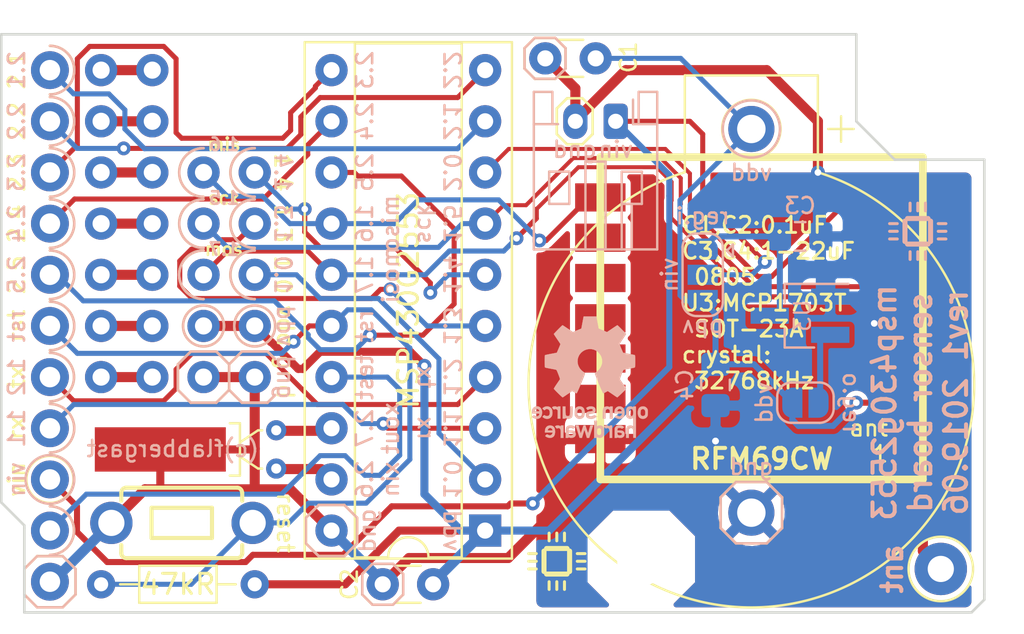
<source format=kicad_pcb>
(kicad_pcb (version 20171130) (host pcbnew 5.1.2)

  (general
    (thickness 1.6)
    (drawings 239)
    (tracks 317)
    (zones 0)
    (modules 33)
    (nets 38)
  )

  (page A4)
  (layers
    (0 F.Cu signal)
    (31 B.Cu signal)
    (32 B.Adhes user)
    (33 F.Adhes user)
    (34 B.Paste user)
    (35 F.Paste user)
    (36 B.SilkS user)
    (37 F.SilkS user)
    (38 B.Mask user)
    (39 F.Mask user)
    (40 Dwgs.User user)
    (41 Cmts.User user)
    (42 Eco1.User user)
    (43 Eco2.User user)
    (44 Edge.Cuts user)
    (45 Margin user)
    (46 B.CrtYd user)
    (47 F.CrtYd user)
    (48 B.Fab user)
    (49 F.Fab user)
  )

  (setup
    (last_trace_width 0.254)
    (user_trace_width 0.1524)
    (user_trace_width 0.2)
    (user_trace_width 0.25)
    (user_trace_width 0.3)
    (user_trace_width 0.4)
    (user_trace_width 0.5)
    (user_trace_width 0.6)
    (user_trace_width 0.8)
    (user_trace_width 1)
    (user_trace_width 1.2)
    (user_trace_width 1.5)
    (user_trace_width 2)
    (trace_clearance 0.254)
    (zone_clearance 0.1524)
    (zone_45_only no)
    (trace_min 0.1524)
    (via_size 0.6858)
    (via_drill 0.3302)
    (via_min_size 0.6858)
    (via_min_drill 0.3302)
    (uvia_size 0.508)
    (uvia_drill 0.127)
    (uvias_allowed no)
    (uvia_min_size 0.508)
    (uvia_min_drill 0.127)
    (edge_width 0.127)
    (segment_width 0.127)
    (pcb_text_width 0.127)
    (pcb_text_size 0.6 0.6)
    (mod_edge_width 0.127)
    (mod_text_size 0.6 0.6)
    (mod_text_width 0.127)
    (pad_size 1.524 1.524)
    (pad_drill 0.762)
    (pad_to_mask_clearance 0.05)
    (pad_to_paste_clearance -0.04)
    (aux_axis_origin 0 0)
    (grid_origin 165.735 75.184)
    (visible_elements FFFFFF7F)
    (pcbplotparams
      (layerselection 0x3ffff_80000001)
      (usegerberextensions true)
      (usegerberattributes true)
      (usegerberadvancedattributes false)
      (creategerberjobfile false)
      (excludeedgelayer true)
      (linewidth 0.127000)
      (plotframeref false)
      (viasonmask false)
      (mode 1)
      (useauxorigin false)
      (hpglpennumber 1)
      (hpglpenspeed 20)
      (hpglpendiameter 15.000000)
      (psnegative false)
      (psa4output false)
      (plotreference true)
      (plotvalue true)
      (plotinvisibletext false)
      (padsonsilk false)
      (subtractmaskfromsilk false)
      (outputformat 1)
      (mirror false)
      (drillshape 0)
      (scaleselection 1)
      (outputdirectory "CAM/"))
  )

  (net 0 "")
  (net 1 "Net-(U1-Pad18)")
  (net 2 "Net-(U1-Pad19)")
  (net 3 +3V3)
  (net 4 GND)
  (net 5 "Net-(C3-Pad1)")
  (net 6 RESET)
  (net 7 TX)
  (net 8 RX)
  (net 9 VIN)
  (net 10 TEST)
  (net 11 "Net-(J2-Pad1)")
  (net 12 "Net-(JP1-Pad1)")
  (net 13 P2.2)
  (net 14 P2.1)
  (net 15 RF|SEL)
  (net 16 SCK)
  (net 17 P1.4)
  (net 18 MOSI)
  (net 19 P1.3)
  (net 20 MISO)
  (net 21 P2.5)
  (net 22 P2.4)
  (net 23 P1.0)
  (net 24 P2.3)
  (net 25 "Net-(U2-Pad4)")
  (net 26 "Net-(U2-Pad9)")
  (net 27 "Net-(U2-Pad10)")
  (net 28 "Net-(U2-Pad11)")
  (net 29 "Net-(U2-Pad12)")
  (net 30 "Net-(U2-Pad13)")
  (net 31 "Net-(J7-Pad1)")
  (net 32 "Net-(J8-Pad1)")
  (net 33 "Net-(J9-Pad1)")
  (net 34 "Net-(J10-Pad1)")
  (net 35 "Net-(J13-Pad1)")
  (net 36 "Net-(J14-Pad1)")
  (net 37 "Net-(J15-Pad1)")

  (net_class Default "Dit is de standaard class."
    (clearance 0.254)
    (trace_width 0.254)
    (via_dia 0.6858)
    (via_drill 0.3302)
    (uvia_dia 0.508)
    (uvia_drill 0.127)
    (add_net +3V3)
    (add_net GND)
    (add_net MISO)
    (add_net MOSI)
    (add_net "Net-(C3-Pad1)")
    (add_net "Net-(J10-Pad1)")
    (add_net "Net-(J13-Pad1)")
    (add_net "Net-(J14-Pad1)")
    (add_net "Net-(J15-Pad1)")
    (add_net "Net-(J2-Pad1)")
    (add_net "Net-(J7-Pad1)")
    (add_net "Net-(J8-Pad1)")
    (add_net "Net-(J9-Pad1)")
    (add_net "Net-(JP1-Pad1)")
    (add_net "Net-(U1-Pad18)")
    (add_net "Net-(U1-Pad19)")
    (add_net "Net-(U2-Pad10)")
    (add_net "Net-(U2-Pad11)")
    (add_net "Net-(U2-Pad12)")
    (add_net "Net-(U2-Pad13)")
    (add_net "Net-(U2-Pad4)")
    (add_net "Net-(U2-Pad9)")
    (add_net P1.0)
    (add_net P1.3)
    (add_net P1.4)
    (add_net P2.1)
    (add_net P2.2)
    (add_net P2.3)
    (add_net P2.4)
    (add_net P2.5)
    (add_net RESET)
    (add_net RF|SEL)
    (add_net RX)
    (add_net SCK)
    (add_net TEST)
    (add_net TX)
    (add_net VIN)
  )

  (net_class 0.2mm ""
    (clearance 0.2)
    (trace_width 0.2)
    (via_dia 0.6858)
    (via_drill 0.3302)
    (uvia_dia 0.508)
    (uvia_drill 0.127)
  )

  (net_class Minimal ""
    (clearance 0.1524)
    (trace_width 0.1524)
    (via_dia 0.6858)
    (via_drill 0.3302)
    (uvia_dia 0.508)
    (uvia_drill 0.127)
  )

  (module Symbol:OSHW-Logo_5.7x6mm_SilkScreen (layer B.Cu) (tedit 0) (tstamp 5D0BDB22)
    (at 176.657 80.645 180)
    (descr "Open Source Hardware Logo")
    (tags "Logo OSHW")
    (attr virtual)
    (fp_text reference REF** (at 0 0) (layer B.SilkS) hide
      (effects (font (size 1 1) (thickness 0.15)) (justify mirror))
    )
    (fp_text value OSHW-Logo_5.7x6mm_SilkScreen (at 0.75 0) (layer B.Fab) hide
      (effects (font (size 1 1) (thickness 0.15)) (justify mirror))
    )
    (fp_poly (pts (xy 0.376964 2.709982) (xy 0.433812 2.40843) (xy 0.853338 2.235488) (xy 1.104984 2.406605)
      (xy 1.175458 2.45425) (xy 1.239163 2.49679) (xy 1.293126 2.532285) (xy 1.334373 2.55879)
      (xy 1.359934 2.574364) (xy 1.366895 2.577722) (xy 1.379435 2.569086) (xy 1.406231 2.545208)
      (xy 1.44428 2.509141) (xy 1.490579 2.463933) (xy 1.542123 2.412636) (xy 1.595909 2.358299)
      (xy 1.648935 2.303972) (xy 1.698195 2.252705) (xy 1.740687 2.207549) (xy 1.773407 2.171554)
      (xy 1.793351 2.14777) (xy 1.798119 2.13981) (xy 1.791257 2.125135) (xy 1.77202 2.092986)
      (xy 1.74243 2.046508) (xy 1.70451 1.988844) (xy 1.660282 1.92314) (xy 1.634654 1.885664)
      (xy 1.587941 1.817232) (xy 1.546432 1.75548) (xy 1.51214 1.703481) (xy 1.48708 1.664308)
      (xy 1.473264 1.641035) (xy 1.471188 1.636145) (xy 1.475895 1.622245) (xy 1.488723 1.58985)
      (xy 1.507738 1.543515) (xy 1.531003 1.487794) (xy 1.556584 1.427242) (xy 1.582545 1.366414)
      (xy 1.60695 1.309864) (xy 1.627863 1.262148) (xy 1.643349 1.227819) (xy 1.651472 1.211432)
      (xy 1.651952 1.210788) (xy 1.664707 1.207659) (xy 1.698677 1.200679) (xy 1.75034 1.190533)
      (xy 1.816176 1.177908) (xy 1.892664 1.163491) (xy 1.93729 1.155177) (xy 2.019021 1.139616)
      (xy 2.092843 1.124808) (xy 2.155021 1.111564) (xy 2.201822 1.100695) (xy 2.229509 1.093011)
      (xy 2.235074 1.090573) (xy 2.240526 1.07407) (xy 2.244924 1.0368) (xy 2.248272 0.98312)
      (xy 2.250574 0.917388) (xy 2.251832 0.843963) (xy 2.252048 0.767204) (xy 2.251227 0.691468)
      (xy 2.249371 0.621114) (xy 2.246482 0.5605) (xy 2.242565 0.513984) (xy 2.237622 0.485925)
      (xy 2.234657 0.480084) (xy 2.216934 0.473083) (xy 2.179381 0.463073) (xy 2.126964 0.451231)
      (xy 2.064652 0.438733) (xy 2.0429 0.43469) (xy 1.938024 0.41548) (xy 1.85518 0.400009)
      (xy 1.79163 0.387663) (xy 1.744637 0.377827) (xy 1.711463 0.369886) (xy 1.689371 0.363224)
      (xy 1.675624 0.357227) (xy 1.667484 0.351281) (xy 1.666345 0.350106) (xy 1.654977 0.331174)
      (xy 1.637635 0.294331) (xy 1.61605 0.244087) (xy 1.591954 0.184954) (xy 1.567079 0.121444)
      (xy 1.543157 0.058068) (xy 1.521919 -0.000662) (xy 1.505097 -0.050235) (xy 1.494422 -0.086139)
      (xy 1.491627 -0.103862) (xy 1.49186 -0.104483) (xy 1.501331 -0.11897) (xy 1.522818 -0.150844)
      (xy 1.554063 -0.196789) (xy 1.592807 -0.253485) (xy 1.636793 -0.317617) (xy 1.649319 -0.335842)
      (xy 1.693984 -0.401914) (xy 1.733288 -0.4622) (xy 1.765088 -0.513235) (xy 1.787245 -0.55156)
      (xy 1.797617 -0.573711) (xy 1.798119 -0.576432) (xy 1.789405 -0.590736) (xy 1.765325 -0.619072)
      (xy 1.728976 -0.658396) (xy 1.683453 -0.705661) (xy 1.631852 -0.757823) (xy 1.577267 -0.811835)
      (xy 1.522794 -0.864653) (xy 1.471529 -0.913231) (xy 1.426567 -0.954523) (xy 1.391004 -0.985485)
      (xy 1.367935 -1.00307) (xy 1.361554 -1.005941) (xy 1.346699 -0.999178) (xy 1.316286 -0.980939)
      (xy 1.275268 -0.954297) (xy 1.243709 -0.932852) (xy 1.186525 -0.893503) (xy 1.118806 -0.847171)
      (xy 1.05088 -0.800913) (xy 1.014361 -0.776155) (xy 0.890752 -0.692547) (xy 0.786991 -0.74865)
      (xy 0.73972 -0.773228) (xy 0.699523 -0.792331) (xy 0.672326 -0.803227) (xy 0.665402 -0.804743)
      (xy 0.657077 -0.793549) (xy 0.640654 -0.761917) (xy 0.617357 -0.712765) (xy 0.588414 -0.64901)
      (xy 0.55505 -0.573571) (xy 0.518491 -0.489364) (xy 0.479964 -0.399308) (xy 0.440694 -0.306321)
      (xy 0.401908 -0.21332) (xy 0.36483 -0.123223) (xy 0.330689 -0.038948) (xy 0.300708 0.036587)
      (xy 0.276116 0.100466) (xy 0.258136 0.149769) (xy 0.247997 0.181579) (xy 0.246366 0.192504)
      (xy 0.259291 0.206439) (xy 0.287589 0.22906) (xy 0.325346 0.255667) (xy 0.328515 0.257772)
      (xy 0.4261 0.335886) (xy 0.504786 0.427018) (xy 0.563891 0.528255) (xy 0.602732 0.636682)
      (xy 0.620628 0.749386) (xy 0.616897 0.863452) (xy 0.590857 0.975966) (xy 0.541825 1.084015)
      (xy 0.5274 1.107655) (xy 0.452369 1.203113) (xy 0.36373 1.279768) (xy 0.264549 1.33722)
      (xy 0.157895 1.375071) (xy 0.046836 1.392922) (xy -0.065561 1.390375) (xy -0.176227 1.36703)
      (xy -0.282094 1.32249) (xy -0.380095 1.256355) (xy -0.41041 1.229513) (xy -0.487562 1.145488)
      (xy -0.543782 1.057034) (xy -0.582347 0.957885) (xy -0.603826 0.859697) (xy -0.609128 0.749303)
      (xy -0.591448 0.63836) (xy -0.552581 0.530619) (xy -0.494323 0.429831) (xy -0.418469 0.339744)
      (xy -0.326817 0.264108) (xy -0.314772 0.256136) (xy -0.276611 0.230026) (xy -0.247601 0.207405)
      (xy -0.233732 0.192961) (xy -0.233531 0.192504) (xy -0.236508 0.176879) (xy -0.248311 0.141418)
      (xy -0.267714 0.089038) (xy -0.293488 0.022655) (xy -0.324409 -0.054814) (xy -0.359249 -0.14045)
      (xy -0.396783 -0.231337) (xy -0.435783 -0.324559) (xy -0.475023 -0.417197) (xy -0.513276 -0.506335)
      (xy -0.549317 -0.589055) (xy -0.581917 -0.662441) (xy -0.609852 -0.723575) (xy -0.631895 -0.769541)
      (xy -0.646818 -0.797421) (xy -0.652828 -0.804743) (xy -0.671191 -0.799041) (xy -0.705552 -0.783749)
      (xy -0.749984 -0.761599) (xy -0.774417 -0.74865) (xy -0.878178 -0.692547) (xy -1.001787 -0.776155)
      (xy -1.064886 -0.818987) (xy -1.13397 -0.866122) (xy -1.198707 -0.910503) (xy -1.231134 -0.932852)
      (xy -1.276741 -0.963477) (xy -1.31536 -0.987747) (xy -1.341952 -1.002587) (xy -1.35059 -1.005724)
      (xy -1.363161 -0.997261) (xy -1.390984 -0.973636) (xy -1.431361 -0.937302) (xy -1.481595 -0.890711)
      (xy -1.538988 -0.836317) (xy -1.575286 -0.801392) (xy -1.63879 -0.738996) (xy -1.693673 -0.683188)
      (xy -1.737714 -0.636354) (xy -1.768695 -0.600882) (xy -1.784398 -0.579161) (xy -1.785905 -0.574752)
      (xy -1.778914 -0.557985) (xy -1.759594 -0.524082) (xy -1.730091 -0.476476) (xy -1.692545 -0.418599)
      (xy -1.6491 -0.353884) (xy -1.636745 -0.335842) (xy -1.591727 -0.270267) (xy -1.55134 -0.211228)
      (xy -1.51784 -0.162042) (xy -1.493486 -0.126028) (xy -1.480536 -0.106502) (xy -1.479285 -0.104483)
      (xy -1.481156 -0.088922) (xy -1.491087 -0.054709) (xy -1.507347 -0.006355) (xy -1.528205 0.051629)
      (xy -1.551927 0.11473) (xy -1.576784 0.178437) (xy -1.601042 0.238239) (xy -1.622971 0.289624)
      (xy -1.640838 0.328081) (xy -1.652913 0.349098) (xy -1.653771 0.350106) (xy -1.661154 0.356112)
      (xy -1.673625 0.362052) (xy -1.69392 0.36854) (xy -1.724778 0.376191) (xy -1.768934 0.38562)
      (xy -1.829126 0.397441) (xy -1.908093 0.412271) (xy -2.00857 0.430723) (xy -2.030325 0.43469)
      (xy -2.094802 0.447147) (xy -2.151011 0.459334) (xy -2.193987 0.470074) (xy -2.21876 0.478191)
      (xy -2.222082 0.480084) (xy -2.227556 0.496862) (xy -2.232006 0.534355) (xy -2.235428 0.588206)
      (xy -2.237819 0.654056) (xy -2.239177 0.727547) (xy -2.239499 0.80432) (xy -2.238781 0.880017)
      (xy -2.237021 0.95028) (xy -2.234216 1.01075) (xy -2.230362 1.05707) (xy -2.225457 1.084881)
      (xy -2.2225 1.090573) (xy -2.206037 1.096314) (xy -2.168551 1.105655) (xy -2.113775 1.117785)
      (xy -2.045445 1.131893) (xy -1.967294 1.14717) (xy -1.924716 1.155177) (xy -1.843929 1.170279)
      (xy -1.771887 1.18396) (xy -1.712111 1.195533) (xy -1.668121 1.204313) (xy -1.643439 1.209613)
      (xy -1.639377 1.210788) (xy -1.632511 1.224035) (xy -1.617998 1.255943) (xy -1.597771 1.301953)
      (xy -1.573766 1.357508) (xy -1.547918 1.418047) (xy -1.52216 1.479014) (xy -1.498427 1.535849)
      (xy -1.478654 1.583994) (xy -1.464776 1.61889) (xy -1.458726 1.635979) (xy -1.458614 1.636726)
      (xy -1.465472 1.650207) (xy -1.484698 1.68123) (xy -1.514272 1.726711) (xy -1.552173 1.783568)
      (xy -1.59638 1.848717) (xy -1.622079 1.886138) (xy -1.668907 1.954753) (xy -1.710499 2.017048)
      (xy -1.744825 2.069871) (xy -1.769857 2.110073) (xy -1.783565 2.1345) (xy -1.785544 2.139976)
      (xy -1.777034 2.152722) (xy -1.753507 2.179937) (xy -1.717968 2.218572) (xy -1.673423 2.265577)
      (xy -1.622877 2.317905) (xy -1.569336 2.372505) (xy -1.515805 2.42633) (xy -1.465289 2.47633)
      (xy -1.420794 2.519457) (xy -1.385325 2.552661) (xy -1.361887 2.572894) (xy -1.354046 2.577722)
      (xy -1.34128 2.570933) (xy -1.310744 2.551858) (xy -1.26541 2.522439) (xy -1.208244 2.484619)
      (xy -1.142216 2.440339) (xy -1.09241 2.406605) (xy -0.840764 2.235488) (xy -0.631001 2.321959)
      (xy -0.421237 2.40843) (xy -0.364389 2.709982) (xy -0.30754 3.011534) (xy 0.320115 3.011534)
      (xy 0.376964 2.709982)) (layer B.SilkS) (width 0.01))
    (fp_poly (pts (xy 1.79946 -1.45803) (xy 1.842711 -1.471245) (xy 1.870558 -1.487941) (xy 1.879629 -1.501145)
      (xy 1.877132 -1.516797) (xy 1.860931 -1.541385) (xy 1.847232 -1.5588) (xy 1.818992 -1.590283)
      (xy 1.797775 -1.603529) (xy 1.779688 -1.602664) (xy 1.726035 -1.58901) (xy 1.68663 -1.58963)
      (xy 1.654632 -1.605104) (xy 1.64389 -1.614161) (xy 1.609505 -1.646027) (xy 1.609505 -2.062179)
      (xy 1.471188 -2.062179) (xy 1.471188 -1.458614) (xy 1.540347 -1.458614) (xy 1.581869 -1.460256)
      (xy 1.603291 -1.466087) (xy 1.609502 -1.477461) (xy 1.609505 -1.477798) (xy 1.612439 -1.489713)
      (xy 1.625704 -1.488159) (xy 1.644084 -1.479563) (xy 1.682046 -1.463568) (xy 1.712872 -1.453945)
      (xy 1.752536 -1.451478) (xy 1.79946 -1.45803)) (layer B.SilkS) (width 0.01))
    (fp_poly (pts (xy -0.754012 -1.469002) (xy -0.722717 -1.48395) (xy -0.692409 -1.505541) (xy -0.669318 -1.530391)
      (xy -0.6525 -1.562087) (xy -0.641006 -1.604214) (xy -0.633891 -1.660358) (xy -0.630207 -1.734106)
      (xy -0.629008 -1.829044) (xy -0.628989 -1.838985) (xy -0.628713 -2.062179) (xy -0.76703 -2.062179)
      (xy -0.76703 -1.856418) (xy -0.767128 -1.780189) (xy -0.767809 -1.724939) (xy -0.769651 -1.686501)
      (xy -0.773233 -1.660706) (xy -0.779132 -1.643384) (xy -0.787927 -1.630368) (xy -0.80018 -1.617507)
      (xy -0.843047 -1.589873) (xy -0.889843 -1.584745) (xy -0.934424 -1.602217) (xy -0.949928 -1.615221)
      (xy -0.96131 -1.627447) (xy -0.969481 -1.64054) (xy -0.974974 -1.658615) (xy -0.97832 -1.685787)
      (xy -0.980051 -1.72617) (xy -0.980697 -1.783879) (xy -0.980792 -1.854132) (xy -0.980792 -2.062179)
      (xy -1.119109 -2.062179) (xy -1.119109 -1.458614) (xy -1.04995 -1.458614) (xy -1.008428 -1.460256)
      (xy -0.987006 -1.466087) (xy -0.980795 -1.477461) (xy -0.980792 -1.477798) (xy -0.97791 -1.488938)
      (xy -0.965199 -1.487674) (xy -0.939926 -1.475434) (xy -0.882605 -1.457424) (xy -0.817037 -1.455421)
      (xy -0.754012 -1.469002)) (layer B.SilkS) (width 0.01))
    (fp_poly (pts (xy 2.677898 -1.456457) (xy 2.710096 -1.464279) (xy 2.771825 -1.492921) (xy 2.82461 -1.536667)
      (xy 2.861141 -1.589117) (xy 2.86616 -1.600893) (xy 2.873045 -1.63174) (xy 2.877864 -1.677371)
      (xy 2.879505 -1.723492) (xy 2.879505 -1.810693) (xy 2.697178 -1.810693) (xy 2.621979 -1.810978)
      (xy 2.569003 -1.812704) (xy 2.535325 -1.817181) (xy 2.51802 -1.82572) (xy 2.514163 -1.83963)
      (xy 2.520829 -1.860222) (xy 2.53277 -1.884315) (xy 2.56608 -1.924525) (xy 2.612368 -1.944558)
      (xy 2.668944 -1.943905) (xy 2.733031 -1.922101) (xy 2.788417 -1.895193) (xy 2.834375 -1.931532)
      (xy 2.880333 -1.967872) (xy 2.837096 -2.007819) (xy 2.779374 -2.045563) (xy 2.708386 -2.06832)
      (xy 2.632029 -2.074688) (xy 2.558199 -2.063268) (xy 2.546287 -2.059393) (xy 2.481399 -2.025506)
      (xy 2.43313 -1.974986) (xy 2.400465 -1.906325) (xy 2.382385 -1.818014) (xy 2.382175 -1.816121)
      (xy 2.380556 -1.719878) (xy 2.3871 -1.685542) (xy 2.514852 -1.685542) (xy 2.526584 -1.690822)
      (xy 2.558438 -1.694867) (xy 2.605397 -1.697176) (xy 2.635154 -1.697525) (xy 2.690648 -1.697306)
      (xy 2.725346 -1.695916) (xy 2.743601 -1.692251) (xy 2.749766 -1.68521) (xy 2.748195 -1.67369)
      (xy 2.746878 -1.669233) (xy 2.724382 -1.627355) (xy 2.689003 -1.593604) (xy 2.65778 -1.578773)
      (xy 2.616301 -1.579668) (xy 2.574269 -1.598164) (xy 2.539012 -1.628786) (xy 2.517854 -1.666062)
      (xy 2.514852 -1.685542) (xy 2.3871 -1.685542) (xy 2.39669 -1.635229) (xy 2.428698 -1.564191)
      (xy 2.474701 -1.508779) (xy 2.532821 -1.471009) (xy 2.60118 -1.452896) (xy 2.677898 -1.456457)) (layer B.SilkS) (width 0.01))
    (fp_poly (pts (xy 2.217226 -1.46388) (xy 2.29008 -1.49483) (xy 2.313027 -1.509895) (xy 2.342354 -1.533048)
      (xy 2.360764 -1.551253) (xy 2.363961 -1.557183) (xy 2.354935 -1.57034) (xy 2.331837 -1.592667)
      (xy 2.313344 -1.60825) (xy 2.262728 -1.648926) (xy 2.22276 -1.615295) (xy 2.191874 -1.593584)
      (xy 2.161759 -1.58609) (xy 2.127292 -1.58792) (xy 2.072561 -1.601528) (xy 2.034886 -1.629772)
      (xy 2.011991 -1.675433) (xy 2.001597 -1.741289) (xy 2.001595 -1.741331) (xy 2.002494 -1.814939)
      (xy 2.016463 -1.868946) (xy 2.044328 -1.905716) (xy 2.063325 -1.918168) (xy 2.113776 -1.933673)
      (xy 2.167663 -1.933683) (xy 2.214546 -1.918638) (xy 2.225644 -1.911287) (xy 2.253476 -1.892511)
      (xy 2.275236 -1.889434) (xy 2.298704 -1.903409) (xy 2.324649 -1.92851) (xy 2.365716 -1.97088)
      (xy 2.320121 -2.008464) (xy 2.249674 -2.050882) (xy 2.170233 -2.071785) (xy 2.087215 -2.070272)
      (xy 2.032694 -2.056411) (xy 1.96897 -2.022135) (xy 1.918005 -1.968212) (xy 1.894851 -1.930149)
      (xy 1.876099 -1.875536) (xy 1.866715 -1.806369) (xy 1.866643 -1.731407) (xy 1.875824 -1.659409)
      (xy 1.894199 -1.599137) (xy 1.897093 -1.592958) (xy 1.939952 -1.532351) (xy 1.997979 -1.488224)
      (xy 2.066591 -1.461493) (xy 2.141201 -1.453073) (xy 2.217226 -1.46388)) (layer B.SilkS) (width 0.01))
    (fp_poly (pts (xy 0.993367 -1.654342) (xy 0.994555 -1.746563) (xy 0.998897 -1.81661) (xy 1.007558 -1.867381)
      (xy 1.021704 -1.901772) (xy 1.0425 -1.922679) (xy 1.07111 -1.933) (xy 1.106535 -1.935636)
      (xy 1.143636 -1.932682) (xy 1.171818 -1.921889) (xy 1.192243 -1.90036) (xy 1.206079 -1.865199)
      (xy 1.214491 -1.81351) (xy 1.218643 -1.742394) (xy 1.219703 -1.654342) (xy 1.219703 -1.458614)
      (xy 1.35802 -1.458614) (xy 1.35802 -2.062179) (xy 1.288862 -2.062179) (xy 1.24717 -2.060489)
      (xy 1.225701 -2.054556) (xy 1.219703 -2.043293) (xy 1.216091 -2.033261) (xy 1.201714 -2.035383)
      (xy 1.172736 -2.04958) (xy 1.106319 -2.07148) (xy 1.035875 -2.069928) (xy 0.968377 -2.046147)
      (xy 0.936233 -2.027362) (xy 0.911715 -2.007022) (xy 0.893804 -1.981573) (xy 0.881479 -1.947458)
      (xy 0.873723 -1.901121) (xy 0.869516 -1.839007) (xy 0.86784 -1.757561) (xy 0.867624 -1.694578)
      (xy 0.867624 -1.458614) (xy 0.993367 -1.458614) (xy 0.993367 -1.654342)) (layer B.SilkS) (width 0.01))
    (fp_poly (pts (xy 0.610762 -1.466055) (xy 0.674363 -1.500692) (xy 0.724123 -1.555372) (xy 0.747568 -1.599842)
      (xy 0.757634 -1.639121) (xy 0.764156 -1.695116) (xy 0.766951 -1.759621) (xy 0.765836 -1.824429)
      (xy 0.760626 -1.881334) (xy 0.754541 -1.911727) (xy 0.734014 -1.953306) (xy 0.698463 -1.997468)
      (xy 0.655619 -2.036087) (xy 0.613211 -2.061034) (xy 0.612177 -2.06143) (xy 0.559553 -2.072331)
      (xy 0.497188 -2.072601) (xy 0.437924 -2.062676) (xy 0.41504 -2.054722) (xy 0.356102 -2.0213)
      (xy 0.31389 -1.977511) (xy 0.286156 -1.919538) (xy 0.270651 -1.843565) (xy 0.267143 -1.803771)
      (xy 0.26759 -1.753766) (xy 0.402376 -1.753766) (xy 0.406917 -1.826732) (xy 0.419986 -1.882334)
      (xy 0.440756 -1.917861) (xy 0.455552 -1.92802) (xy 0.493464 -1.935104) (xy 0.538527 -1.933007)
      (xy 0.577487 -1.922812) (xy 0.587704 -1.917204) (xy 0.614659 -1.884538) (xy 0.632451 -1.834545)
      (xy 0.640024 -1.773705) (xy 0.636325 -1.708497) (xy 0.628057 -1.669253) (xy 0.60432 -1.623805)
      (xy 0.566849 -1.595396) (xy 0.52172 -1.585573) (xy 0.475011 -1.595887) (xy 0.439132 -1.621112)
      (xy 0.420277 -1.641925) (xy 0.409272 -1.662439) (xy 0.404026 -1.690203) (xy 0.402449 -1.732762)
      (xy 0.402376 -1.753766) (xy 0.26759 -1.753766) (xy 0.268094 -1.69758) (xy 0.285388 -1.610501)
      (xy 0.319029 -1.54253) (xy 0.369018 -1.493664) (xy 0.435356 -1.463899) (xy 0.449601 -1.460448)
      (xy 0.53521 -1.452345) (xy 0.610762 -1.466055)) (layer B.SilkS) (width 0.01))
    (fp_poly (pts (xy 0.014017 -1.456452) (xy 0.061634 -1.465482) (xy 0.111034 -1.48437) (xy 0.116312 -1.486777)
      (xy 0.153774 -1.506476) (xy 0.179717 -1.524781) (xy 0.188103 -1.536508) (xy 0.180117 -1.555632)
      (xy 0.16072 -1.58385) (xy 0.15211 -1.594384) (xy 0.116628 -1.635847) (xy 0.070885 -1.608858)
      (xy 0.02735 -1.590878) (xy -0.02295 -1.581267) (xy -0.071188 -1.58066) (xy -0.108533 -1.589691)
      (xy -0.117495 -1.595327) (xy -0.134563 -1.621171) (xy -0.136637 -1.650941) (xy -0.123866 -1.674197)
      (xy -0.116312 -1.678708) (xy -0.093675 -1.684309) (xy -0.053885 -1.690892) (xy -0.004834 -1.697183)
      (xy 0.004215 -1.69817) (xy 0.082996 -1.711798) (xy 0.140136 -1.734946) (xy 0.17803 -1.769752)
      (xy 0.199079 -1.818354) (xy 0.205635 -1.877718) (xy 0.196577 -1.945198) (xy 0.167164 -1.998188)
      (xy 0.117278 -2.036783) (xy 0.0468 -2.061081) (xy -0.031435 -2.070667) (xy -0.095234 -2.070552)
      (xy -0.146984 -2.061845) (xy -0.182327 -2.049825) (xy -0.226983 -2.02888) (xy -0.268253 -2.004574)
      (xy -0.282921 -1.993876) (xy -0.320643 -1.963084) (xy -0.275148 -1.917049) (xy -0.229653 -1.871013)
      (xy -0.177928 -1.905243) (xy -0.126048 -1.930952) (xy -0.070649 -1.944399) (xy -0.017395 -1.945818)
      (xy 0.028049 -1.935443) (xy 0.060016 -1.913507) (xy 0.070338 -1.894998) (xy 0.068789 -1.865314)
      (xy 0.04314 -1.842615) (xy -0.00654 -1.82694) (xy -0.060969 -1.819695) (xy -0.144736 -1.805873)
      (xy -0.206967 -1.779796) (xy -0.248493 -1.740699) (xy -0.270147 -1.68782) (xy -0.273147 -1.625126)
      (xy -0.258329 -1.559642) (xy -0.224546 -1.510144) (xy -0.171495 -1.476408) (xy -0.098874 -1.458207)
      (xy -0.045072 -1.454639) (xy 0.014017 -1.456452)) (layer B.SilkS) (width 0.01))
    (fp_poly (pts (xy -1.356699 -1.472614) (xy -1.344168 -1.478514) (xy -1.300799 -1.510283) (xy -1.25979 -1.556646)
      (xy -1.229168 -1.607696) (xy -1.220459 -1.631166) (xy -1.212512 -1.673091) (xy -1.207774 -1.723757)
      (xy -1.207199 -1.744679) (xy -1.207129 -1.810693) (xy -1.587083 -1.810693) (xy -1.578983 -1.845273)
      (xy -1.559104 -1.88617) (xy -1.524347 -1.921514) (xy -1.482998 -1.944282) (xy -1.456649 -1.94901)
      (xy -1.420916 -1.943273) (xy -1.378282 -1.928882) (xy -1.363799 -1.922262) (xy -1.31024 -1.895513)
      (xy -1.264533 -1.930376) (xy -1.238158 -1.953955) (xy -1.224124 -1.973417) (xy -1.223414 -1.979129)
      (xy -1.235951 -1.992973) (xy -1.263428 -2.014012) (xy -1.288366 -2.030425) (xy -1.355664 -2.05993)
      (xy -1.43111 -2.073284) (xy -1.505888 -2.069812) (xy -1.565495 -2.051663) (xy -1.626941 -2.012784)
      (xy -1.670608 -1.961595) (xy -1.697926 -1.895367) (xy -1.710322 -1.811371) (xy -1.711421 -1.772936)
      (xy -1.707022 -1.684861) (xy -1.706482 -1.682299) (xy -1.580582 -1.682299) (xy -1.577115 -1.690558)
      (xy -1.562863 -1.695113) (xy -1.53347 -1.697065) (xy -1.484575 -1.697517) (xy -1.465748 -1.697525)
      (xy -1.408467 -1.696843) (xy -1.372141 -1.694364) (xy -1.352604 -1.689443) (xy -1.34569 -1.681434)
      (xy -1.345445 -1.678862) (xy -1.353336 -1.658423) (xy -1.373085 -1.629789) (xy -1.381575 -1.619763)
      (xy -1.413094 -1.591408) (xy -1.445949 -1.580259) (xy -1.463651 -1.579327) (xy -1.511539 -1.590981)
      (xy -1.551699 -1.622285) (xy -1.577173 -1.667752) (xy -1.577625 -1.669233) (xy -1.580582 -1.682299)
      (xy -1.706482 -1.682299) (xy -1.692392 -1.61551) (xy -1.666038 -1.560025) (xy -1.633807 -1.520639)
      (xy -1.574217 -1.477931) (xy -1.504168 -1.455109) (xy -1.429661 -1.453046) (xy -1.356699 -1.472614)) (layer B.SilkS) (width 0.01))
    (fp_poly (pts (xy -2.538261 -1.465148) (xy -2.472479 -1.494231) (xy -2.42254 -1.542793) (xy -2.388374 -1.610908)
      (xy -2.369907 -1.698651) (xy -2.368583 -1.712351) (xy -2.367546 -1.808939) (xy -2.380993 -1.893602)
      (xy -2.408108 -1.962221) (xy -2.422627 -1.984294) (xy -2.473201 -2.031011) (xy -2.537609 -2.061268)
      (xy -2.609666 -2.073824) (xy -2.683185 -2.067439) (xy -2.739072 -2.047772) (xy -2.787132 -2.014629)
      (xy -2.826412 -1.971175) (xy -2.827092 -1.970158) (xy -2.843044 -1.943338) (xy -2.85341 -1.916368)
      (xy -2.859688 -1.882332) (xy -2.863373 -1.83431) (xy -2.864997 -1.794931) (xy -2.865672 -1.759219)
      (xy -2.739955 -1.759219) (xy -2.738726 -1.79477) (xy -2.734266 -1.842094) (xy -2.726397 -1.872465)
      (xy -2.712207 -1.894072) (xy -2.698917 -1.906694) (xy -2.651802 -1.933122) (xy -2.602505 -1.936653)
      (xy -2.556593 -1.917639) (xy -2.533638 -1.896331) (xy -2.517096 -1.874859) (xy -2.507421 -1.854313)
      (xy -2.503174 -1.827574) (xy -2.50292 -1.787523) (xy -2.504228 -1.750638) (xy -2.507043 -1.697947)
      (xy -2.511505 -1.663772) (xy -2.519548 -1.64148) (xy -2.533103 -1.624442) (xy -2.543845 -1.614703)
      (xy -2.588777 -1.589123) (xy -2.637249 -1.587847) (xy -2.677894 -1.602999) (xy -2.712567 -1.634642)
      (xy -2.733224 -1.68662) (xy -2.739955 -1.759219) (xy -2.865672 -1.759219) (xy -2.866479 -1.716621)
      (xy -2.863948 -1.658056) (xy -2.856362 -1.614007) (xy -2.842681 -1.579248) (xy -2.821865 -1.548551)
      (xy -2.814147 -1.539436) (xy -2.765889 -1.494021) (xy -2.714128 -1.467493) (xy -2.650828 -1.456379)
      (xy -2.619961 -1.455471) (xy -2.538261 -1.465148)) (layer B.SilkS) (width 0.01))
    (fp_poly (pts (xy 2.032581 -2.40497) (xy 2.092685 -2.420597) (xy 2.143021 -2.452848) (xy 2.167393 -2.47694)
      (xy 2.207345 -2.533895) (xy 2.230242 -2.599965) (xy 2.238108 -2.681182) (xy 2.238148 -2.687748)
      (xy 2.238218 -2.753763) (xy 1.858264 -2.753763) (xy 1.866363 -2.788342) (xy 1.880987 -2.819659)
      (xy 1.906581 -2.852291) (xy 1.911935 -2.8575) (xy 1.957943 -2.885694) (xy 2.01041 -2.890475)
      (xy 2.070803 -2.871926) (xy 2.08104 -2.866931) (xy 2.112439 -2.851745) (xy 2.13347 -2.843094)
      (xy 2.137139 -2.842293) (xy 2.149948 -2.850063) (xy 2.174378 -2.869072) (xy 2.186779 -2.87946)
      (xy 2.212476 -2.903321) (xy 2.220915 -2.919077) (xy 2.215058 -2.933571) (xy 2.211928 -2.937534)
      (xy 2.190725 -2.954879) (xy 2.155738 -2.975959) (xy 2.131337 -2.988265) (xy 2.062072 -3.009946)
      (xy 1.985388 -3.016971) (xy 1.912765 -3.008647) (xy 1.892426 -3.002686) (xy 1.829476 -2.968952)
      (xy 1.782815 -2.917045) (xy 1.752173 -2.846459) (xy 1.737282 -2.756692) (xy 1.735647 -2.709753)
      (xy 1.740421 -2.641413) (xy 1.86099 -2.641413) (xy 1.872652 -2.646465) (xy 1.903998 -2.650429)
      (xy 1.949571 -2.652768) (xy 1.980446 -2.653169) (xy 2.035981 -2.652783) (xy 2.071033 -2.650975)
      (xy 2.090262 -2.646773) (xy 2.09833 -2.639203) (xy 2.099901 -2.628218) (xy 2.089121 -2.594381)
      (xy 2.06198 -2.56094) (xy 2.026277 -2.535272) (xy 1.99056 -2.524772) (xy 1.942048 -2.534086)
      (xy 1.900053 -2.561013) (xy 1.870936 -2.599827) (xy 1.86099 -2.641413) (xy 1.740421 -2.641413)
      (xy 1.742599 -2.610236) (xy 1.764055 -2.530949) (xy 1.80047 -2.471263) (xy 1.852297 -2.430549)
      (xy 1.91999 -2.408179) (xy 1.956662 -2.403871) (xy 2.032581 -2.40497)) (layer B.SilkS) (width 0.01))
    (fp_poly (pts (xy 1.635255 -2.401486) (xy 1.683595 -2.411015) (xy 1.711114 -2.425125) (xy 1.740064 -2.448568)
      (xy 1.698876 -2.500571) (xy 1.673482 -2.532064) (xy 1.656238 -2.547428) (xy 1.639102 -2.549776)
      (xy 1.614027 -2.542217) (xy 1.602257 -2.537941) (xy 1.55427 -2.531631) (xy 1.510324 -2.545156)
      (xy 1.47806 -2.57571) (xy 1.472819 -2.585452) (xy 1.467112 -2.611258) (xy 1.462706 -2.658817)
      (xy 1.459811 -2.724758) (xy 1.458631 -2.80571) (xy 1.458614 -2.817226) (xy 1.458614 -3.017822)
      (xy 1.320297 -3.017822) (xy 1.320297 -2.401683) (xy 1.389456 -2.401683) (xy 1.429333 -2.402725)
      (xy 1.450107 -2.407358) (xy 1.457789 -2.417849) (xy 1.458614 -2.427745) (xy 1.458614 -2.453806)
      (xy 1.491745 -2.427745) (xy 1.529735 -2.409965) (xy 1.58077 -2.401174) (xy 1.635255 -2.401486)) (layer B.SilkS) (width 0.01))
    (fp_poly (pts (xy 1.038411 -2.405417) (xy 1.091411 -2.41829) (xy 1.106731 -2.42511) (xy 1.136428 -2.442974)
      (xy 1.15922 -2.463093) (xy 1.176083 -2.488962) (xy 1.187998 -2.524073) (xy 1.195942 -2.57192)
      (xy 1.200894 -2.635996) (xy 1.203831 -2.719794) (xy 1.204947 -2.775768) (xy 1.209052 -3.017822)
      (xy 1.138932 -3.017822) (xy 1.096393 -3.016038) (xy 1.074476 -3.009942) (xy 1.068812 -2.999706)
      (xy 1.065821 -2.988637) (xy 1.052451 -2.990754) (xy 1.034233 -2.999629) (xy 0.988624 -3.013233)
      (xy 0.930007 -3.016899) (xy 0.868354 -3.010903) (xy 0.813638 -2.995521) (xy 0.80873 -2.993386)
      (xy 0.758723 -2.958255) (xy 0.725756 -2.909419) (xy 0.710587 -2.852333) (xy 0.711746 -2.831824)
      (xy 0.835508 -2.831824) (xy 0.846413 -2.859425) (xy 0.878745 -2.879204) (xy 0.93091 -2.889819)
      (xy 0.958787 -2.891228) (xy 1.005247 -2.88762) (xy 1.036129 -2.873597) (xy 1.043664 -2.866931)
      (xy 1.064076 -2.830666) (xy 1.068812 -2.797773) (xy 1.068812 -2.753763) (xy 1.007513 -2.753763)
      (xy 0.936256 -2.757395) (xy 0.886276 -2.768818) (xy 0.854696 -2.788824) (xy 0.847626 -2.797743)
      (xy 0.835508 -2.831824) (xy 0.711746 -2.831824) (xy 0.713971 -2.792456) (xy 0.736663 -2.735244)
      (xy 0.767624 -2.69658) (xy 0.786376 -2.679864) (xy 0.804733 -2.668878) (xy 0.828619 -2.66218)
      (xy 0.863957 -2.658326) (xy 0.916669 -2.655873) (xy 0.937577 -2.655168) (xy 1.068812 -2.650879)
      (xy 1.06862 -2.611158) (xy 1.063537 -2.569405) (xy 1.045162 -2.544158) (xy 1.008039 -2.52803)
      (xy 1.007043 -2.527742) (xy 0.95441 -2.5214) (xy 0.902906 -2.529684) (xy 0.86463 -2.549827)
      (xy 0.849272 -2.559773) (xy 0.83273 -2.558397) (xy 0.807275 -2.543987) (xy 0.792328 -2.533817)
      (xy 0.763091 -2.512088) (xy 0.74498 -2.4958) (xy 0.742074 -2.491137) (xy 0.75404 -2.467005)
      (xy 0.789396 -2.438185) (xy 0.804753 -2.428461) (xy 0.848901 -2.411714) (xy 0.908398 -2.402227)
      (xy 0.974487 -2.400095) (xy 1.038411 -2.405417)) (layer B.SilkS) (width 0.01))
    (fp_poly (pts (xy 0.281524 -2.404237) (xy 0.331255 -2.407971) (xy 0.461291 -2.797773) (xy 0.481678 -2.728614)
      (xy 0.493946 -2.685874) (xy 0.510085 -2.628115) (xy 0.527512 -2.564625) (xy 0.536726 -2.53057)
      (xy 0.571388 -2.401683) (xy 0.714391 -2.401683) (xy 0.671646 -2.536857) (xy 0.650596 -2.603342)
      (xy 0.625167 -2.683539) (xy 0.59861 -2.767193) (xy 0.574902 -2.841782) (xy 0.520902 -3.011535)
      (xy 0.462598 -3.015328) (xy 0.404295 -3.019122) (xy 0.372679 -2.914734) (xy 0.353182 -2.849889)
      (xy 0.331904 -2.7784) (xy 0.313308 -2.715263) (xy 0.312574 -2.71275) (xy 0.298684 -2.669969)
      (xy 0.286429 -2.640779) (xy 0.277846 -2.629741) (xy 0.276082 -2.631018) (xy 0.269891 -2.64813)
      (xy 0.258128 -2.684787) (xy 0.242225 -2.736378) (xy 0.223614 -2.798294) (xy 0.213543 -2.832352)
      (xy 0.159007 -3.017822) (xy 0.043264 -3.017822) (xy -0.049263 -2.725471) (xy -0.075256 -2.643462)
      (xy -0.098934 -2.568987) (xy -0.11918 -2.505544) (xy -0.134874 -2.456632) (xy -0.144898 -2.425749)
      (xy -0.147945 -2.416726) (xy -0.145533 -2.407487) (xy -0.126592 -2.403441) (xy -0.087177 -2.403846)
      (xy -0.081007 -2.404152) (xy -0.007914 -2.407971) (xy 0.039957 -2.58401) (xy 0.057553 -2.648211)
      (xy 0.073277 -2.704649) (xy 0.085746 -2.748422) (xy 0.093574 -2.77463) (xy 0.09502 -2.778903)
      (xy 0.101014 -2.77399) (xy 0.113101 -2.748532) (xy 0.129893 -2.705997) (xy 0.150003 -2.64985)
      (xy 0.167003 -2.59913) (xy 0.231794 -2.400504) (xy 0.281524 -2.404237)) (layer B.SilkS) (width 0.01))
    (fp_poly (pts (xy -0.201188 -3.017822) (xy -0.270346 -3.017822) (xy -0.310488 -3.016645) (xy -0.331394 -3.011772)
      (xy -0.338922 -3.001186) (xy -0.339505 -2.994029) (xy -0.340774 -2.979676) (xy -0.348779 -2.976923)
      (xy -0.369815 -2.985771) (xy -0.386173 -2.994029) (xy -0.448977 -3.013597) (xy -0.517248 -3.014729)
      (xy -0.572752 -3.000135) (xy -0.624438 -2.964877) (xy -0.663838 -2.912835) (xy -0.685413 -2.85145)
      (xy -0.685962 -2.848018) (xy -0.689167 -2.810571) (xy -0.690761 -2.756813) (xy -0.690633 -2.716155)
      (xy -0.553279 -2.716155) (xy -0.550097 -2.770194) (xy -0.542859 -2.814735) (xy -0.53306 -2.839888)
      (xy -0.495989 -2.87426) (xy -0.451974 -2.886582) (xy -0.406584 -2.876618) (xy -0.367797 -2.846895)
      (xy -0.353108 -2.826905) (xy -0.344519 -2.80305) (xy -0.340496 -2.76823) (xy -0.339505 -2.71593)
      (xy -0.341278 -2.664139) (xy -0.345963 -2.618634) (xy -0.352603 -2.588181) (xy -0.35371 -2.585452)
      (xy -0.380491 -2.553) (xy -0.419579 -2.535183) (xy -0.463315 -2.532306) (xy -0.504038 -2.544674)
      (xy -0.534087 -2.572593) (xy -0.537204 -2.578148) (xy -0.546961 -2.612022) (xy -0.552277 -2.660728)
      (xy -0.553279 -2.716155) (xy -0.690633 -2.716155) (xy -0.690568 -2.69554) (xy -0.689664 -2.662563)
      (xy -0.683514 -2.580981) (xy -0.670733 -2.51973) (xy -0.649471 -2.474449) (xy -0.617878 -2.440779)
      (xy -0.587207 -2.421014) (xy -0.544354 -2.40712) (xy -0.491056 -2.402354) (xy -0.43648 -2.406236)
      (xy -0.389792 -2.418282) (xy -0.365124 -2.432693) (xy -0.339505 -2.455878) (xy -0.339505 -2.162773)
      (xy -0.201188 -2.162773) (xy -0.201188 -3.017822)) (layer B.SilkS) (width 0.01))
    (fp_poly (pts (xy -0.993356 -2.40302) (xy -0.974539 -2.40866) (xy -0.968473 -2.421053) (xy -0.968218 -2.426647)
      (xy -0.967129 -2.44223) (xy -0.959632 -2.444676) (xy -0.939381 -2.433993) (xy -0.927351 -2.426694)
      (xy -0.8894 -2.411063) (xy -0.844072 -2.403334) (xy -0.796544 -2.40274) (xy -0.751995 -2.408513)
      (xy -0.715602 -2.419884) (xy -0.692543 -2.436088) (xy -0.687996 -2.456355) (xy -0.690291 -2.461843)
      (xy -0.70702 -2.484626) (xy -0.732963 -2.512647) (xy -0.737655 -2.517177) (xy -0.762383 -2.538005)
      (xy -0.783718 -2.544735) (xy -0.813555 -2.540038) (xy -0.825508 -2.536917) (xy -0.862705 -2.529421)
      (xy -0.888859 -2.532792) (xy -0.910946 -2.544681) (xy -0.931178 -2.560635) (xy -0.946079 -2.5807)
      (xy -0.956434 -2.608702) (xy -0.963029 -2.648467) (xy -0.966649 -2.703823) (xy -0.968078 -2.778594)
      (xy -0.968218 -2.82374) (xy -0.968218 -3.017822) (xy -1.09396 -3.017822) (xy -1.09396 -2.401683)
      (xy -1.031089 -2.401683) (xy -0.993356 -2.40302)) (layer B.SilkS) (width 0.01))
    (fp_poly (pts (xy -1.38421 -2.406555) (xy -1.325055 -2.422339) (xy -1.280023 -2.450948) (xy -1.248246 -2.488419)
      (xy -1.238366 -2.504411) (xy -1.231073 -2.521163) (xy -1.225974 -2.542592) (xy -1.222679 -2.572616)
      (xy -1.220797 -2.615154) (xy -1.219937 -2.674122) (xy -1.219707 -2.75344) (xy -1.219703 -2.774484)
      (xy -1.219703 -3.017822) (xy -1.280059 -3.017822) (xy -1.318557 -3.015126) (xy -1.347023 -3.008295)
      (xy -1.354155 -3.004083) (xy -1.373652 -2.996813) (xy -1.393566 -3.004083) (xy -1.426353 -3.01316)
      (xy -1.473978 -3.016813) (xy -1.526764 -3.015228) (xy -1.575036 -3.008589) (xy -1.603218 -3.000072)
      (xy -1.657753 -2.965063) (xy -1.691835 -2.916479) (xy -1.707157 -2.851882) (xy -1.707299 -2.850223)
      (xy -1.705955 -2.821566) (xy -1.584356 -2.821566) (xy -1.573726 -2.854161) (xy -1.55641 -2.872505)
      (xy -1.521652 -2.886379) (xy -1.475773 -2.891917) (xy -1.428988 -2.889191) (xy -1.391514 -2.878274)
      (xy -1.381015 -2.871269) (xy -1.362668 -2.838904) (xy -1.35802 -2.802111) (xy -1.35802 -2.753763)
      (xy -1.427582 -2.753763) (xy -1.493667 -2.75885) (xy -1.543764 -2.773263) (xy -1.574929 -2.795729)
      (xy -1.584356 -2.821566) (xy -1.705955 -2.821566) (xy -1.703987 -2.779647) (xy -1.68071 -2.723845)
      (xy -1.636948 -2.681647) (xy -1.630899 -2.677808) (xy -1.604907 -2.665309) (xy -1.572735 -2.65774)
      (xy -1.52776 -2.654061) (xy -1.474331 -2.653216) (xy -1.35802 -2.653169) (xy -1.35802 -2.604411)
      (xy -1.362953 -2.566581) (xy -1.375543 -2.541236) (xy -1.377017 -2.539887) (xy -1.405034 -2.5288)
      (xy -1.447326 -2.524503) (xy -1.494064 -2.526615) (xy -1.535418 -2.534756) (xy -1.559957 -2.546965)
      (xy -1.573253 -2.556746) (xy -1.587294 -2.558613) (xy -1.606671 -2.5506) (xy -1.635976 -2.530739)
      (xy -1.679803 -2.497063) (xy -1.683825 -2.493909) (xy -1.681764 -2.482236) (xy -1.664568 -2.462822)
      (xy -1.638433 -2.441248) (xy -1.609552 -2.423096) (xy -1.600478 -2.418809) (xy -1.56738 -2.410256)
      (xy -1.51888 -2.404155) (xy -1.464695 -2.401708) (xy -1.462161 -2.401703) (xy -1.38421 -2.406555)) (layer B.SilkS) (width 0.01))
    (fp_poly (pts (xy -1.908759 -1.469184) (xy -1.882247 -1.482282) (xy -1.849553 -1.505106) (xy -1.825725 -1.529996)
      (xy -1.809406 -1.561249) (xy -1.79924 -1.603166) (xy -1.793872 -1.660044) (xy -1.791944 -1.736184)
      (xy -1.791831 -1.768917) (xy -1.792161 -1.840656) (xy -1.793527 -1.891927) (xy -1.7965 -1.927404)
      (xy -1.801649 -1.951763) (xy -1.809543 -1.96968) (xy -1.817757 -1.981902) (xy -1.870187 -2.033905)
      (xy -1.93193 -2.065184) (xy -1.998536 -2.074592) (xy -2.065558 -2.06098) (xy -2.086792 -2.051354)
      (xy -2.137624 -2.024859) (xy -2.137624 -2.440052) (xy -2.100525 -2.420868) (xy -2.051643 -2.406025)
      (xy -1.991561 -2.402222) (xy -1.931564 -2.409243) (xy -1.886256 -2.425013) (xy -1.848675 -2.455047)
      (xy -1.816564 -2.498024) (xy -1.81415 -2.502436) (xy -1.803967 -2.523221) (xy -1.79653 -2.54417)
      (xy -1.791411 -2.569548) (xy -1.788181 -2.603618) (xy -1.786413 -2.650641) (xy -1.785677 -2.714882)
      (xy -1.785544 -2.787176) (xy -1.785544 -3.017822) (xy -1.923861 -3.017822) (xy -1.923861 -2.592533)
      (xy -1.962549 -2.559979) (xy -2.002738 -2.53394) (xy -2.040797 -2.529205) (xy -2.079066 -2.541389)
      (xy -2.099462 -2.55332) (xy -2.114642 -2.570313) (xy -2.125438 -2.595995) (xy -2.132683 -2.633991)
      (xy -2.137208 -2.687926) (xy -2.139844 -2.761425) (xy -2.140772 -2.810347) (xy -2.143911 -3.011535)
      (xy -2.209926 -3.015336) (xy -2.27594 -3.019136) (xy -2.27594 -1.77065) (xy -2.137624 -1.77065)
      (xy -2.134097 -1.840254) (xy -2.122215 -1.888569) (xy -2.10002 -1.918631) (xy -2.065559 -1.933471)
      (xy -2.030742 -1.936436) (xy -1.991329 -1.933028) (xy -1.965171 -1.919617) (xy -1.948814 -1.901896)
      (xy -1.935937 -1.882835) (xy -1.928272 -1.861601) (xy -1.924861 -1.831849) (xy -1.924749 -1.787236)
      (xy -1.925897 -1.74988) (xy -1.928532 -1.693604) (xy -1.932456 -1.656658) (xy -1.939063 -1.633223)
      (xy -1.949749 -1.61748) (xy -1.959833 -1.60838) (xy -2.00197 -1.588537) (xy -2.05184 -1.585332)
      (xy -2.080476 -1.592168) (xy -2.108828 -1.616464) (xy -2.127609 -1.663728) (xy -2.136712 -1.733624)
      (xy -2.137624 -1.77065) (xy -2.27594 -1.77065) (xy -2.27594 -1.458614) (xy -2.206782 -1.458614)
      (xy -2.16526 -1.460256) (xy -2.143838 -1.466087) (xy -2.137626 -1.477461) (xy -2.137624 -1.477798)
      (xy -2.134742 -1.488938) (xy -2.12203 -1.487673) (xy -2.096757 -1.475433) (xy -2.037869 -1.456707)
      (xy -1.971615 -1.454739) (xy -1.908759 -1.469184)) (layer B.SilkS) (width 0.01))
  )

  (module flabbergast:IC_LOGO (layer B.Cu) (tedit 572485E7) (tstamp 5D0BBA8A)
    (at 192.913 73.406)
    (fp_text reference IC_LOGO (at 0 -2.286) (layer Cmts.User) hide
      (effects (font (size 1 1) (thickness 0.15)))
    )
    (fp_text value IC_LOGO (at 0 2.159) (layer Cmts.User) hide
      (effects (font (size 1 1) (thickness 0.15)))
    )
    (fp_line (start 0 1.397) (end 0 1.016) (layer B.SilkS) (width 0.15))
    (fp_line (start 0.381 1.397) (end 0.381 1.016) (layer B.SilkS) (width 0.15))
    (fp_line (start -0.381 1.397) (end -0.381 1.016) (layer B.SilkS) (width 0.15))
    (fp_line (start -0.381 -1.016) (end -0.381 -1.397) (layer B.SilkS) (width 0.15))
    (fp_line (start 0.381 -1.016) (end 0.381 -1.397) (layer B.SilkS) (width 0.15))
    (fp_line (start 0 -1.016) (end 0 -1.397) (layer B.SilkS) (width 0.15))
    (fp_line (start -1.397 0) (end -1.016 0) (layer B.SilkS) (width 0.15))
    (fp_line (start -1.397 0.381) (end -1.016 0.381) (layer B.SilkS) (width 0.15))
    (fp_line (start -1.397 -0.381) (end -1.016 -0.381) (layer B.SilkS) (width 0.15))
    (fp_line (start 1.016 -0.381) (end 1.397 -0.381) (layer B.SilkS) (width 0.15))
    (fp_line (start 1.016 0.381) (end 1.397 0.381) (layer B.SilkS) (width 0.15))
    (fp_line (start 1.016 0) (end 1.397 0) (layer B.SilkS) (width 0.15))
    (fp_line (start 0.508 -0.635) (end -0.508 -0.635) (layer B.SilkS) (width 0.25))
    (fp_line (start 0.635 0.508) (end 0.635 -0.508) (layer B.SilkS) (width 0.25))
    (fp_line (start -0.508 0.635) (end 0.508 0.635) (layer B.SilkS) (width 0.25))
    (fp_line (start -0.635 -0.508) (end -0.635 0.508) (layer B.SilkS) (width 0.25))
  )

  (module flabbergast:IC_LOGO (layer F.Cu) (tedit 572485E7) (tstamp 5D0BB816)
    (at 175.006 89.789)
    (fp_text reference IC_LOGO (at 0 2.286) (layer Cmts.User) hide
      (effects (font (size 1 1) (thickness 0.15)))
    )
    (fp_text value IC_LOGO (at 0 -2.159) (layer Cmts.User) hide
      (effects (font (size 1 1) (thickness 0.15)))
    )
    (fp_line (start -0.635 0.508) (end -0.635 -0.508) (layer F.SilkS) (width 0.25))
    (fp_line (start -0.508 -0.635) (end 0.508 -0.635) (layer F.SilkS) (width 0.25))
    (fp_line (start 0.635 -0.508) (end 0.635 0.508) (layer F.SilkS) (width 0.25))
    (fp_line (start 0.508 0.635) (end -0.508 0.635) (layer F.SilkS) (width 0.25))
    (fp_line (start 1.016 0) (end 1.397 0) (layer F.SilkS) (width 0.15))
    (fp_line (start 1.016 -0.381) (end 1.397 -0.381) (layer F.SilkS) (width 0.15))
    (fp_line (start 1.016 0.381) (end 1.397 0.381) (layer F.SilkS) (width 0.15))
    (fp_line (start -1.397 0.381) (end -1.016 0.381) (layer F.SilkS) (width 0.15))
    (fp_line (start -1.397 -0.381) (end -1.016 -0.381) (layer F.SilkS) (width 0.15))
    (fp_line (start -1.397 0) (end -1.016 0) (layer F.SilkS) (width 0.15))
    (fp_line (start 0 1.016) (end 0 1.397) (layer F.SilkS) (width 0.15))
    (fp_line (start 0.381 1.016) (end 0.381 1.397) (layer F.SilkS) (width 0.15))
    (fp_line (start -0.381 1.016) (end -0.381 1.397) (layer F.SilkS) (width 0.15))
    (fp_line (start -0.381 -1.397) (end -0.381 -1.016) (layer F.SilkS) (width 0.15))
    (fp_line (start 0.381 -1.397) (end 0.381 -1.016) (layer F.SilkS) (width 0.15))
    (fp_line (start 0 -1.397) (end 0 -1.016) (layer F.SilkS) (width 0.15))
  )

  (module Jumper:SolderJumper-3_P1.3mm_Open_RoundedPad1.0x1.5mm (layer B.Cu) (tedit 5B391EB7) (tstamp 5D0BA869)
    (at 182.245 75.565 270)
    (descr "SMD Solder 3-pad Jumper, 1x1.5mm rounded Pads, 0.3mm gap, open")
    (tags "solder jumper open")
    (path /5D0BAC03)
    (attr virtual)
    (fp_text reference JP2 (at 0 1.8 90) (layer B.SilkS) hide
      (effects (font (size 1 1) (thickness 0.15)) (justify mirror))
    )
    (fp_text value byp (at 0 -1.9 90) (layer B.Fab)
      (effects (font (size 1 1) (thickness 0.15)) (justify mirror))
    )
    (fp_arc (start -1.35 0.3) (end -1.35 1) (angle 90) (layer B.SilkS) (width 0.12))
    (fp_arc (start -1.35 -0.3) (end -2.05 -0.3) (angle 90) (layer B.SilkS) (width 0.12))
    (fp_arc (start 1.35 -0.3) (end 1.35 -1) (angle 90) (layer B.SilkS) (width 0.12))
    (fp_arc (start 1.35 0.3) (end 2.05 0.3) (angle 90) (layer B.SilkS) (width 0.12))
    (fp_line (start 2.3 -1.25) (end -2.3 -1.25) (layer B.CrtYd) (width 0.05))
    (fp_line (start 2.3 -1.25) (end 2.3 1.25) (layer B.CrtYd) (width 0.05))
    (fp_line (start -2.3 1.25) (end -2.3 -1.25) (layer B.CrtYd) (width 0.05))
    (fp_line (start -2.3 1.25) (end 2.3 1.25) (layer B.CrtYd) (width 0.05))
    (fp_line (start -1.4 1) (end 1.4 1) (layer B.SilkS) (width 0.12))
    (fp_line (start 2.05 0.3) (end 2.05 -0.3) (layer B.SilkS) (width 0.12))
    (fp_line (start 1.4 -1) (end -1.4 -1) (layer B.SilkS) (width 0.12))
    (fp_line (start -2.05 -0.3) (end -2.05 0.3) (layer B.SilkS) (width 0.12))
    (fp_line (start -1.2 -1.2) (end -1.5 -1.5) (layer B.SilkS) (width 0.12))
    (fp_line (start -1.5 -1.5) (end -0.9 -1.5) (layer B.SilkS) (width 0.12))
    (fp_line (start -1.2 -1.2) (end -0.9 -1.5) (layer B.SilkS) (width 0.12))
    (pad 2 smd rect (at 0 0 270) (size 1 1.5) (layers B.Cu B.Mask)
      (net 9 VIN))
    (pad 3 smd custom (at 1.3 0 270) (size 1 0.5) (layers B.Cu B.Mask)
      (net 3 +3V3) (zone_connect 2)
      (options (clearance outline) (anchor rect))
      (primitives
        (gr_circle (center 0 -0.25) (end 0.5 -0.25) (width 0))
        (gr_circle (center 0 0.25) (end 0.5 0.25) (width 0))
        (gr_poly (pts
           (xy -0.55 0.75) (xy 0 0.75) (xy 0 -0.75) (xy -0.55 -0.75)) (width 0))
      ))
    (pad 1 smd custom (at -1.3 0 270) (size 1 0.5) (layers B.Cu B.Mask)
      (net 5 "Net-(C3-Pad1)") (zone_connect 2)
      (options (clearance outline) (anchor rect))
      (primitives
        (gr_circle (center 0 -0.25) (end 0.5 -0.25) (width 0))
        (gr_circle (center 0 0.25) (end 0.5 0.25) (width 0))
        (gr_poly (pts
           (xy 0.55 0.75) (xy 0 0.75) (xy 0 -0.75) (xy 0.55 -0.75)) (width 0))
      ))
  )

  (module Jumper:SolderJumper-2_P1.3mm_Open_RoundedPad1.0x1.5mm (layer B.Cu) (tedit 5B391E66) (tstamp 5D0BA853)
    (at 187.34 81.915 180)
    (descr "SMD Solder Jumper, 1x1.5mm, rounded Pads, 0.3mm gap, open")
    (tags "solder jumper open")
    (path /5D0B887C)
    (attr virtual)
    (fp_text reference JP1 (at 0 1.8) (layer B.SilkS) hide
      (effects (font (size 1 1) (thickness 0.15)) (justify mirror))
    )
    (fp_text value pwr (at 0 -1.9) (layer B.Fab)
      (effects (font (size 1 1) (thickness 0.15)) (justify mirror))
    )
    (fp_line (start 1.65 -1.25) (end -1.65 -1.25) (layer B.CrtYd) (width 0.05))
    (fp_line (start 1.65 -1.25) (end 1.65 1.25) (layer B.CrtYd) (width 0.05))
    (fp_line (start -1.65 1.25) (end -1.65 -1.25) (layer B.CrtYd) (width 0.05))
    (fp_line (start -1.65 1.25) (end 1.65 1.25) (layer B.CrtYd) (width 0.05))
    (fp_line (start -0.7 1) (end 0.7 1) (layer B.SilkS) (width 0.12))
    (fp_line (start 1.4 0.3) (end 1.4 -0.3) (layer B.SilkS) (width 0.12))
    (fp_line (start 0.7 -1) (end -0.7 -1) (layer B.SilkS) (width 0.12))
    (fp_line (start -1.4 -0.3) (end -1.4 0.3) (layer B.SilkS) (width 0.12))
    (fp_arc (start -0.7 0.3) (end -0.7 1) (angle 90) (layer B.SilkS) (width 0.12))
    (fp_arc (start -0.7 -0.3) (end -1.4 -0.3) (angle 90) (layer B.SilkS) (width 0.12))
    (fp_arc (start 0.7 -0.3) (end 0.7 -1) (angle 90) (layer B.SilkS) (width 0.12))
    (fp_arc (start 0.7 0.3) (end 1.4 0.3) (angle 90) (layer B.SilkS) (width 0.12))
    (pad 2 smd custom (at 0.65 0 180) (size 1 0.5) (layers B.Cu B.Mask)
      (net 3 +3V3) (zone_connect 2)
      (options (clearance outline) (anchor rect))
      (primitives
        (gr_circle (center 0 -0.25) (end 0.5 -0.25) (width 0))
        (gr_circle (center 0 0.25) (end 0.5 0.25) (width 0))
        (gr_poly (pts
           (xy 0 0.75) (xy -0.5 0.75) (xy -0.5 -0.75) (xy 0 -0.75)) (width 0))
      ))
    (pad 1 smd custom (at -0.65 0 180) (size 1 0.5) (layers B.Cu B.Mask)
      (net 12 "Net-(JP1-Pad1)") (zone_connect 2)
      (options (clearance outline) (anchor rect))
      (primitives
        (gr_circle (center 0 -0.25) (end 0.5 -0.25) (width 0))
        (gr_circle (center 0 0.25) (end 0.5 0.25) (width 0))
        (gr_poly (pts
           (xy 0 0.75) (xy 0.5 0.75) (xy 0.5 -0.75) (xy 0 -0.75)) (width 0))
      ))
  )

  (module Package_TO_SOT_SMD:SOT-23_Handsoldering (layer B.Cu) (tedit 5A0AB76C) (tstamp 5D099B73)
    (at 187.071 77.597 180)
    (descr "SOT-23, Handsoldering")
    (tags SOT-23)
    (path /5D08E7DE)
    (attr smd)
    (fp_text reference U3 (at -0.127 0 90) (layer B.SilkS)
      (effects (font (size 0.8 0.8) (thickness 0.11)) (justify mirror))
    )
    (fp_text value MCP1703A-3302_SOT23 (at 0 -2.5) (layer B.Fab)
      (effects (font (size 1 1) (thickness 0.15)) (justify mirror))
    )
    (fp_line (start 0.76 -1.58) (end -0.7 -1.58) (layer B.SilkS) (width 0.12))
    (fp_line (start -0.7 -1.52) (end 0.7 -1.52) (layer B.Fab) (width 0.1))
    (fp_line (start 0.7 1.52) (end 0.7 -1.52) (layer B.Fab) (width 0.1))
    (fp_line (start -0.7 0.95) (end -0.15 1.52) (layer B.Fab) (width 0.1))
    (fp_line (start -0.15 1.52) (end 0.7 1.52) (layer B.Fab) (width 0.1))
    (fp_line (start -0.7 0.95) (end -0.7 -1.5) (layer B.Fab) (width 0.1))
    (fp_line (start 0.76 1.58) (end -2.4 1.58) (layer B.SilkS) (width 0.12))
    (fp_line (start -2.7 -1.75) (end -2.7 1.75) (layer B.CrtYd) (width 0.05))
    (fp_line (start 2.7 -1.75) (end -2.7 -1.75) (layer B.CrtYd) (width 0.05))
    (fp_line (start 2.7 1.75) (end 2.7 -1.75) (layer B.CrtYd) (width 0.05))
    (fp_line (start -2.7 1.75) (end 2.7 1.75) (layer B.CrtYd) (width 0.05))
    (fp_line (start 0.76 1.58) (end 0.76 0.65) (layer B.SilkS) (width 0.12))
    (fp_line (start 0.76 -1.58) (end 0.76 -0.65) (layer B.SilkS) (width 0.12))
    (fp_text user %R (at 0 0 270) (layer B.Fab)
      (effects (font (size 0.5 0.5) (thickness 0.075)) (justify mirror))
    )
    (pad 3 smd rect (at 1.5 0 180) (size 1.9 0.8) (layers B.Cu B.Paste B.Mask)
      (net 5 "Net-(C3-Pad1)"))
    (pad 2 smd rect (at -1.5 -0.95 180) (size 1.9 0.8) (layers B.Cu B.Paste B.Mask)
      (net 12 "Net-(JP1-Pad1)"))
    (pad 1 smd rect (at -1.5 0.95 180) (size 1.9 0.8) (layers B.Cu B.Paste B.Mask)
      (net 4 GND))
    (model ${KISYS3DMOD}/Package_TO_SOT_SMD.3dshapes/SOT-23.wrl
      (at (xyz 0 0 0))
      (scale (xyz 1 1 1))
      (rotate (xyz 0 0 0))
    )
  )

  (module Crystal:Crystal_C26-LF_D2.1mm_L6.5mm_Horizontal_1EP_style1 (layer F.Cu) (tedit 5A0FD1B2) (tstamp 5D0B9EBB)
    (at 161.0868 83.2866 270)
    (descr "Crystal THT C26-LF 6.5mm length 2.06mm diameter")
    (tags ['C26-LF'])
    (path /5D12CD37)
    (fp_text reference Y1 (at -0.9906 7.1628) (layer F.SilkS) hide
      (effects (font (size 1 1) (thickness 0.15)))
    )
    (fp_text value 32768kHz (at 3.57 1.75) (layer F.Fab)
      (effects (font (size 1 1) (thickness 0.15)))
    )
    (fp_line (start 2.8 -0.8) (end -0.9 -0.8) (layer F.CrtYd) (width 0.05))
    (fp_line (start 2.8 9.3) (end 2.8 -0.8) (layer F.CrtYd) (width 0.05))
    (fp_line (start -0.9 9.3) (end 2.8 9.3) (layer F.CrtYd) (width 0.05))
    (fp_line (start -0.9 -0.8) (end -0.9 9.3) (layer F.CrtYd) (width 0.05))
    (fp_line (start 1.9 0.9) (end 1.9 0.7) (layer F.SilkS) (width 0.12))
    (fp_line (start 1.3 1.8) (end 1.9 0.9) (layer F.SilkS) (width 0.12))
    (fp_line (start 0 0.9) (end 0 0.7) (layer F.SilkS) (width 0.12))
    (fp_line (start 0.6 1.8) (end 0 0.9) (layer F.SilkS) (width 0.12))
    (fp_line (start 2.25 1.8) (end 2.25 2.3) (layer F.SilkS) (width 0.12))
    (fp_line (start -0.35 1.8) (end 2.25 1.8) (layer F.SilkS) (width 0.12))
    (fp_line (start -0.35 2.3) (end -0.35 1.8) (layer F.SilkS) (width 0.12))
    (fp_line (start 1.9 1) (end 1.9 0) (layer F.Fab) (width 0.1))
    (fp_line (start 1.3 2) (end 1.9 1) (layer F.Fab) (width 0.1))
    (fp_line (start 0 1) (end 0 0) (layer F.Fab) (width 0.1))
    (fp_line (start 0.6 2) (end 0 1) (layer F.Fab) (width 0.1))
    (fp_line (start 1.98 2) (end -0.08 2) (layer F.Fab) (width 0.1))
    (fp_line (start 1.98 8.5) (end 1.98 2) (layer F.Fab) (width 0.1))
    (fp_line (start -0.08 8.5) (end 1.98 8.5) (layer F.Fab) (width 0.1))
    (fp_line (start -0.08 2) (end -0.08 8.5) (layer F.Fab) (width 0.1))
    (fp_text user %R (at 1 5.75) (layer F.Fab)
      (effects (font (size 0.7 0.7) (thickness 0.105)))
    )
    (pad 3 smd rect (at 0.95 5.75 270) (size 2.2 6.5) (layers F.Cu F.Paste F.Mask)
      (net 4 GND))
    (pad 2 thru_hole circle (at 1.9 0 270) (size 1 1) (drill 0.5) (layers *.Cu *.Mask)
      (net 2 "Net-(U1-Pad19)"))
    (pad 1 thru_hole circle (at 0 0 270) (size 1 1) (drill 0.5) (layers *.Cu *.Mask)
      (net 1 "Net-(U1-Pad18)"))
    (model ${KISYS3DMOD}/Crystal.3dshapes/Crystal_C26-LF_D2.1mm_L6.5mm_Horizontal_1EP_style1.wrl
      (at (xyz 0 0 0))
      (scale (xyz 1 1 1))
      (rotate (xyz 0 0 0))
    )
  )

  (module Package_DIP:DIP-20_W7.62mm_Socket (layer F.Cu) (tedit 5A02E8C5) (tstamp 5D08595F)
    (at 171.45 88.265 180)
    (descr "20-lead though-hole mounted DIP package, row spacing 7.62 mm (300 mils), Socket")
    (tags "THT DIP DIL PDIP 2.54mm 7.62mm 300mil Socket")
    (path /5D080CBC)
    (fp_text reference U1 (at 3.81 22.987) (layer F.SilkS) hide
      (effects (font (size 1 1) (thickness 0.15)))
    )
    (fp_text value MSP430G2553IN20 (at 3.81 25.19) (layer F.Fab)
      (effects (font (size 1 1) (thickness 0.15)))
    )
    (fp_text user %R (at 3.81 11.43) (layer F.Fab)
      (effects (font (size 1 1) (thickness 0.15)))
    )
    (fp_line (start 9.15 -1.6) (end -1.55 -1.6) (layer F.CrtYd) (width 0.05))
    (fp_line (start 9.15 24.45) (end 9.15 -1.6) (layer F.CrtYd) (width 0.05))
    (fp_line (start -1.55 24.45) (end 9.15 24.45) (layer F.CrtYd) (width 0.05))
    (fp_line (start -1.55 -1.6) (end -1.55 24.45) (layer F.CrtYd) (width 0.05))
    (fp_line (start 8.95 -1.39) (end -1.33 -1.39) (layer F.SilkS) (width 0.12))
    (fp_line (start 8.95 24.25) (end 8.95 -1.39) (layer F.SilkS) (width 0.12))
    (fp_line (start -1.33 24.25) (end 8.95 24.25) (layer F.SilkS) (width 0.12))
    (fp_line (start -1.33 -1.39) (end -1.33 24.25) (layer F.SilkS) (width 0.12))
    (fp_line (start 6.46 -1.33) (end 4.81 -1.33) (layer F.SilkS) (width 0.12))
    (fp_line (start 6.46 24.19) (end 6.46 -1.33) (layer F.SilkS) (width 0.12))
    (fp_line (start 1.16 24.19) (end 6.46 24.19) (layer F.SilkS) (width 0.12))
    (fp_line (start 1.16 -1.33) (end 1.16 24.19) (layer F.SilkS) (width 0.12))
    (fp_line (start 2.81 -1.33) (end 1.16 -1.33) (layer F.SilkS) (width 0.12))
    (fp_line (start 8.89 -1.33) (end -1.27 -1.33) (layer F.Fab) (width 0.1))
    (fp_line (start 8.89 24.19) (end 8.89 -1.33) (layer F.Fab) (width 0.1))
    (fp_line (start -1.27 24.19) (end 8.89 24.19) (layer F.Fab) (width 0.1))
    (fp_line (start -1.27 -1.33) (end -1.27 24.19) (layer F.Fab) (width 0.1))
    (fp_line (start 0.635 -0.27) (end 1.635 -1.27) (layer F.Fab) (width 0.1))
    (fp_line (start 0.635 24.13) (end 0.635 -0.27) (layer F.Fab) (width 0.1))
    (fp_line (start 6.985 24.13) (end 0.635 24.13) (layer F.Fab) (width 0.1))
    (fp_line (start 6.985 -1.27) (end 6.985 24.13) (layer F.Fab) (width 0.1))
    (fp_line (start 1.635 -1.27) (end 6.985 -1.27) (layer F.Fab) (width 0.1))
    (fp_arc (start 3.81 -1.33) (end 2.81 -1.33) (angle -180) (layer F.SilkS) (width 0.12))
    (pad 20 thru_hole oval (at 7.62 0 180) (size 1.6 1.6) (drill 0.8) (layers *.Cu *.Mask)
      (net 4 GND))
    (pad 10 thru_hole oval (at 0 22.86 180) (size 1.6 1.6) (drill 0.8) (layers *.Cu *.Mask)
      (net 13 P2.2))
    (pad 19 thru_hole oval (at 7.62 2.54 180) (size 1.6 1.6) (drill 0.8) (layers *.Cu *.Mask)
      (net 2 "Net-(U1-Pad19)"))
    (pad 9 thru_hole oval (at 0 20.32 180) (size 1.6 1.6) (drill 0.8) (layers *.Cu *.Mask)
      (net 14 P2.1))
    (pad 18 thru_hole oval (at 7.62 5.08 180) (size 1.6 1.6) (drill 0.8) (layers *.Cu *.Mask)
      (net 1 "Net-(U1-Pad18)"))
    (pad 8 thru_hole oval (at 0 17.78 180) (size 1.6 1.6) (drill 0.8) (layers *.Cu *.Mask)
      (net 15 RF|SEL))
    (pad 17 thru_hole oval (at 7.62 7.62 180) (size 1.6 1.6) (drill 0.8) (layers *.Cu *.Mask)
      (net 10 TEST))
    (pad 7 thru_hole oval (at 0 15.24 180) (size 1.6 1.6) (drill 0.8) (layers *.Cu *.Mask)
      (net 16 SCK))
    (pad 16 thru_hole oval (at 7.62 10.16 180) (size 1.6 1.6) (drill 0.8) (layers *.Cu *.Mask)
      (net 6 RESET))
    (pad 6 thru_hole oval (at 0 12.7 180) (size 1.6 1.6) (drill 0.8) (layers *.Cu *.Mask)
      (net 17 P1.4))
    (pad 15 thru_hole oval (at 7.62 12.7 180) (size 1.6 1.6) (drill 0.8) (layers *.Cu *.Mask)
      (net 18 MOSI))
    (pad 5 thru_hole oval (at 0 10.16 180) (size 1.6 1.6) (drill 0.8) (layers *.Cu *.Mask)
      (net 19 P1.3))
    (pad 14 thru_hole oval (at 7.62 15.24 180) (size 1.6 1.6) (drill 0.8) (layers *.Cu *.Mask)
      (net 20 MISO))
    (pad 4 thru_hole oval (at 0 7.62 180) (size 1.6 1.6) (drill 0.8) (layers *.Cu *.Mask)
      (net 7 TX))
    (pad 13 thru_hole oval (at 7.62 17.78 180) (size 1.6 1.6) (drill 0.8) (layers *.Cu *.Mask)
      (net 21 P2.5))
    (pad 3 thru_hole oval (at 0 5.08 180) (size 1.6 1.6) (drill 0.8) (layers *.Cu *.Mask)
      (net 8 RX))
    (pad 12 thru_hole oval (at 7.62 20.32 180) (size 1.6 1.6) (drill 0.8) (layers *.Cu *.Mask)
      (net 22 P2.4))
    (pad 2 thru_hole oval (at 0 2.54 180) (size 1.6 1.6) (drill 0.8) (layers *.Cu *.Mask)
      (net 23 P1.0))
    (pad 11 thru_hole oval (at 7.62 22.86 180) (size 1.6 1.6) (drill 0.8) (layers *.Cu *.Mask)
      (net 24 P2.3))
    (pad 1 thru_hole rect (at 0 0 180) (size 1.6 1.6) (drill 0.8) (layers *.Cu *.Mask)
      (net 3 +3V3))
    (model ${KISYS3DMOD}/Package_DIP.3dshapes/DIP-20_W7.62mm_Socket.wrl
      (at (xyz 0 0 0))
      (scale (xyz 1 1 1))
      (rotate (xyz 0 0 0))
    )
  )

  (module flabbergast:M03_NOSILK_SMALLER (layer F.Cu) (tedit 5D0A8C2D) (tstamp 5D0A66FE)
    (at 157.48 73.025 90)
    (path /5D0A31C5)
    (fp_text reference J5 (at 1.27 0 90) (layer Cmts.User) hide
      (effects (font (size 0 0) (thickness 0.000001)))
    )
    (fp_text value SPI (at 1.27 0 90) (layer Eco1.User) hide
      (effects (font (size 0 0) (thickness 0.000001)))
    )
    (fp_line (start 2.286 0.254) (end 2.794 0.254) (layer Cmts.User) (width 0.127))
    (fp_line (start 2.794 0.254) (end 2.794 -0.254) (layer Cmts.User) (width 0.127))
    (fp_line (start 2.794 -0.254) (end 2.286 -0.254) (layer Cmts.User) (width 0.127))
    (fp_line (start 2.286 -0.254) (end 2.286 0.254) (layer Cmts.User) (width 0.127))
    (fp_line (start -0.254 0.254) (end 0.254 0.254) (layer Cmts.User) (width 0.127))
    (fp_line (start 0.254 0.254) (end 0.254 -0.254) (layer Cmts.User) (width 0.127))
    (fp_line (start 0.254 -0.254) (end -0.254 -0.254) (layer Cmts.User) (width 0.127))
    (fp_line (start -0.254 -0.254) (end -0.254 0.254) (layer Cmts.User) (width 0.127))
    (fp_line (start -2.794 0.254) (end -2.286 0.254) (layer Cmts.User) (width 0.127))
    (fp_line (start -2.286 0.254) (end -2.286 -0.254) (layer Cmts.User) (width 0.127))
    (fp_line (start -2.286 -0.254) (end -2.794 -0.254) (layer Cmts.User) (width 0.127))
    (fp_line (start -2.794 -0.254) (end -2.794 0.254) (layer Cmts.User) (width 0.127))
    (pad 1 thru_hole circle (at -2.54 0 180) (size 1.6 1.6) (drill 0.85) (layers *.Cu *.Mask)
      (net 18 MOSI))
    (pad 2 thru_hole circle (at 0 0 180) (size 1.6 1.6) (drill 0.85) (layers *.Cu *.Mask)
      (net 16 SCK))
    (pad 3 thru_hole circle (at 2.54 0 180) (size 1.6 1.6) (drill 0.85) (layers *.Cu *.Mask)
      (net 20 MISO))
  )

  (module flabbergast:M03_NOSILK_SMALLER (layer F.Cu) (tedit 5D0A8C2D) (tstamp 5D0A7145)
    (at 160.02 73.025 90)
    (path /5D0AE874)
    (fp_text reference J4 (at 1.27 0 90) (layer Cmts.User) hide
      (effects (font (size 0 0) (thickness 0.000001)))
    )
    (fp_text value P1 (at 1.27 0 90) (layer Eco1.User) hide
      (effects (font (size 0 0) (thickness 0.000001)))
    )
    (fp_line (start 2.286 0.254) (end 2.794 0.254) (layer Cmts.User) (width 0.127))
    (fp_line (start 2.794 0.254) (end 2.794 -0.254) (layer Cmts.User) (width 0.127))
    (fp_line (start 2.794 -0.254) (end 2.286 -0.254) (layer Cmts.User) (width 0.127))
    (fp_line (start 2.286 -0.254) (end 2.286 0.254) (layer Cmts.User) (width 0.127))
    (fp_line (start -0.254 0.254) (end 0.254 0.254) (layer Cmts.User) (width 0.127))
    (fp_line (start 0.254 0.254) (end 0.254 -0.254) (layer Cmts.User) (width 0.127))
    (fp_line (start 0.254 -0.254) (end -0.254 -0.254) (layer Cmts.User) (width 0.127))
    (fp_line (start -0.254 -0.254) (end -0.254 0.254) (layer Cmts.User) (width 0.127))
    (fp_line (start -2.794 0.254) (end -2.286 0.254) (layer Cmts.User) (width 0.127))
    (fp_line (start -2.286 0.254) (end -2.286 -0.254) (layer Cmts.User) (width 0.127))
    (fp_line (start -2.286 -0.254) (end -2.794 -0.254) (layer Cmts.User) (width 0.127))
    (fp_line (start -2.794 -0.254) (end -2.794 0.254) (layer Cmts.User) (width 0.127))
    (pad 1 thru_hole circle (at -2.54 0 180) (size 1.6 1.6) (drill 0.85) (layers *.Cu *.Mask)
      (net 23 P1.0))
    (pad 2 thru_hole circle (at 0 0 180) (size 1.6 1.6) (drill 0.85) (layers *.Cu *.Mask)
      (net 19 P1.3))
    (pad 3 thru_hole circle (at 2.54 0 180) (size 1.6 1.6) (drill 0.85) (layers *.Cu *.Mask)
      (net 17 P1.4))
  )

  (module flabbergast:M02_CONNECTED_SMALLER (layer F.Cu) (tedit 5D0A8BC6) (tstamp 5D0B591F)
    (at 152.4 70.485)
    (path /5D0FE9EC)
    (fp_text reference J15 (at 3.81 0) (layer Cmts.User) hide
      (effects (font (size 0 0) (thickness 0.000001)))
    )
    (fp_text value proto_pair (at 3.81 0) (layer Eco1.User) hide
      (effects (font (size 0 0) (thickness 0.000001)))
    )
    (fp_line (start -0.254 -0.254) (end -0.254 0.254) (layer Cmts.User) (width 0.127))
    (fp_line (start 0.254 -0.254) (end -0.254 -0.254) (layer Cmts.User) (width 0.127))
    (fp_line (start 0.254 0.254) (end 0.254 -0.254) (layer Cmts.User) (width 0.127))
    (fp_line (start -0.254 0.254) (end 0.254 0.254) (layer Cmts.User) (width 0.127))
    (fp_line (start 2.286 -0.254) (end 2.286 0.254) (layer Cmts.User) (width 0.127))
    (fp_line (start 2.794 -0.254) (end 2.286 -0.254) (layer Cmts.User) (width 0.127))
    (fp_line (start 2.794 0.254) (end 2.794 -0.254) (layer Cmts.User) (width 0.127))
    (fp_line (start 2.286 0.254) (end 2.794 0.254) (layer Cmts.User) (width 0.127))
    (pad 1 connect rect (at 1.27 0) (size 1.6 0.5) (layers F.Cu F.Mask)
      (net 37 "Net-(J15-Pad1)"))
    (pad 1 thru_hole circle (at 2.54 0 90) (size 1.6 1.6) (drill 0.85) (layers *.Cu *.Mask)
      (net 37 "Net-(J15-Pad1)"))
    (pad 1 thru_hole oval (at 0 0 90) (size 1.6 1.6) (drill 0.85) (layers *.Cu *.Mask)
      (net 37 "Net-(J15-Pad1)"))
  )

  (module flabbergast:M02_CONNECTED_SMALLER (layer F.Cu) (tedit 5D0A8BC6) (tstamp 5D0B5910)
    (at 152.4 73.025)
    (path /5D0FE817)
    (fp_text reference J14 (at 3.81 0) (layer Cmts.User) hide
      (effects (font (size 0 0) (thickness 0.000001)))
    )
    (fp_text value proto_pair (at 3.81 0) (layer Eco1.User) hide
      (effects (font (size 0 0) (thickness 0.000001)))
    )
    (fp_line (start -0.254 -0.254) (end -0.254 0.254) (layer Cmts.User) (width 0.127))
    (fp_line (start 0.254 -0.254) (end -0.254 -0.254) (layer Cmts.User) (width 0.127))
    (fp_line (start 0.254 0.254) (end 0.254 -0.254) (layer Cmts.User) (width 0.127))
    (fp_line (start -0.254 0.254) (end 0.254 0.254) (layer Cmts.User) (width 0.127))
    (fp_line (start 2.286 -0.254) (end 2.286 0.254) (layer Cmts.User) (width 0.127))
    (fp_line (start 2.794 -0.254) (end 2.286 -0.254) (layer Cmts.User) (width 0.127))
    (fp_line (start 2.794 0.254) (end 2.794 -0.254) (layer Cmts.User) (width 0.127))
    (fp_line (start 2.286 0.254) (end 2.794 0.254) (layer Cmts.User) (width 0.127))
    (pad 1 connect rect (at 1.27 0) (size 1.6 0.5) (layers F.Cu F.Mask)
      (net 36 "Net-(J14-Pad1)"))
    (pad 1 thru_hole circle (at 2.54 0 90) (size 1.6 1.6) (drill 0.85) (layers *.Cu *.Mask)
      (net 36 "Net-(J14-Pad1)"))
    (pad 1 thru_hole oval (at 0 0 90) (size 1.6 1.6) (drill 0.85) (layers *.Cu *.Mask)
      (net 36 "Net-(J14-Pad1)"))
  )

  (module flabbergast:M02_CONNECTED_SMALLER (layer F.Cu) (tedit 5D0A8BC6) (tstamp 5D0B5901)
    (at 152.4 65.405)
    (path /5D0FE3B5)
    (fp_text reference J13 (at 3.81 0) (layer Cmts.User) hide
      (effects (font (size 0 0) (thickness 0.000001)))
    )
    (fp_text value proto_pair (at 3.81 0) (layer Eco1.User) hide
      (effects (font (size 0 0) (thickness 0.000001)))
    )
    (fp_line (start -0.254 -0.254) (end -0.254 0.254) (layer Cmts.User) (width 0.127))
    (fp_line (start 0.254 -0.254) (end -0.254 -0.254) (layer Cmts.User) (width 0.127))
    (fp_line (start 0.254 0.254) (end 0.254 -0.254) (layer Cmts.User) (width 0.127))
    (fp_line (start -0.254 0.254) (end 0.254 0.254) (layer Cmts.User) (width 0.127))
    (fp_line (start 2.286 -0.254) (end 2.286 0.254) (layer Cmts.User) (width 0.127))
    (fp_line (start 2.794 -0.254) (end 2.286 -0.254) (layer Cmts.User) (width 0.127))
    (fp_line (start 2.794 0.254) (end 2.794 -0.254) (layer Cmts.User) (width 0.127))
    (fp_line (start 2.286 0.254) (end 2.794 0.254) (layer Cmts.User) (width 0.127))
    (pad 1 connect rect (at 1.27 0) (size 1.6 0.5) (layers F.Cu F.Mask)
      (net 35 "Net-(J13-Pad1)"))
    (pad 1 thru_hole circle (at 2.54 0 90) (size 1.6 1.6) (drill 0.85) (layers *.Cu *.Mask)
      (net 35 "Net-(J13-Pad1)"))
    (pad 1 thru_hole oval (at 0 0 90) (size 1.6 1.6) (drill 0.85) (layers *.Cu *.Mask)
      (net 35 "Net-(J13-Pad1)"))
  )

  (module flabbergast:M02_CONNECTED_SMALLER (layer F.Cu) (tedit 5D0A8BC6) (tstamp 5D0B4DA3)
    (at 157.48 80.645)
    (path /5D0F6354)
    (fp_text reference J12 (at 3.81 0) (layer Cmts.User) hide
      (effects (font (size 0 0) (thickness 0.000001)))
    )
    (fp_text value proto_pair (at 3.81 0) (layer Eco1.User) hide
      (effects (font (size 0 0) (thickness 0.000001)))
    )
    (fp_line (start -0.254 -0.254) (end -0.254 0.254) (layer Cmts.User) (width 0.127))
    (fp_line (start 0.254 -0.254) (end -0.254 -0.254) (layer Cmts.User) (width 0.127))
    (fp_line (start 0.254 0.254) (end 0.254 -0.254) (layer Cmts.User) (width 0.127))
    (fp_line (start -0.254 0.254) (end 0.254 0.254) (layer Cmts.User) (width 0.127))
    (fp_line (start 2.286 -0.254) (end 2.286 0.254) (layer Cmts.User) (width 0.127))
    (fp_line (start 2.794 -0.254) (end 2.286 -0.254) (layer Cmts.User) (width 0.127))
    (fp_line (start 2.794 0.254) (end 2.794 -0.254) (layer Cmts.User) (width 0.127))
    (fp_line (start 2.286 0.254) (end 2.794 0.254) (layer Cmts.User) (width 0.127))
    (pad 1 connect rect (at 1.27 0) (size 1.6 0.5) (layers F.Cu F.Mask)
      (net 4 GND))
    (pad 1 thru_hole circle (at 2.54 0 90) (size 1.6 1.6) (drill 0.85) (layers *.Cu *.Mask)
      (net 4 GND))
    (pad 1 thru_hole oval (at 0 0 90) (size 1.6 1.6) (drill 0.85) (layers *.Cu *.Mask)
      (net 4 GND))
  )

  (module flabbergast:M02_CONNECTED_SMALLER (layer F.Cu) (tedit 5D0A8BC6) (tstamp 5D0B58D6)
    (at 157.48 78.105)
    (path /5D0F9FFA)
    (fp_text reference J11 (at 3.81 0) (layer Cmts.User) hide
      (effects (font (size 0 0) (thickness 0.000001)))
    )
    (fp_text value proto_pair (at 3.81 0) (layer Eco1.User) hide
      (effects (font (size 0 0) (thickness 0.000001)))
    )
    (fp_line (start -0.254 -0.254) (end -0.254 0.254) (layer Cmts.User) (width 0.127))
    (fp_line (start 0.254 -0.254) (end -0.254 -0.254) (layer Cmts.User) (width 0.127))
    (fp_line (start 0.254 0.254) (end 0.254 -0.254) (layer Cmts.User) (width 0.127))
    (fp_line (start -0.254 0.254) (end 0.254 0.254) (layer Cmts.User) (width 0.127))
    (fp_line (start 2.286 -0.254) (end 2.286 0.254) (layer Cmts.User) (width 0.127))
    (fp_line (start 2.794 -0.254) (end 2.286 -0.254) (layer Cmts.User) (width 0.127))
    (fp_line (start 2.794 0.254) (end 2.794 -0.254) (layer Cmts.User) (width 0.127))
    (fp_line (start 2.286 0.254) (end 2.794 0.254) (layer Cmts.User) (width 0.127))
    (pad 1 connect rect (at 1.27 0) (size 1.6 0.5) (layers F.Cu F.Mask)
      (net 3 +3V3))
    (pad 1 thru_hole circle (at 2.54 0 90) (size 1.6 1.6) (drill 0.85) (layers *.Cu *.Mask)
      (net 3 +3V3))
    (pad 1 thru_hole oval (at 0 0 90) (size 1.6 1.6) (drill 0.85) (layers *.Cu *.Mask)
      (net 3 +3V3))
  )

  (module flabbergast:M02_CONNECTED_SMALLER (layer F.Cu) (tedit 5D0A8BC6) (tstamp 5D0B58C7)
    (at 152.4 75.565)
    (path /5D1005EA)
    (fp_text reference J10 (at 3.81 0) (layer Cmts.User) hide
      (effects (font (size 0 0) (thickness 0.000001)))
    )
    (fp_text value proto_pair (at 3.81 0) (layer Eco1.User) hide
      (effects (font (size 0 0) (thickness 0.000001)))
    )
    (fp_line (start -0.254 -0.254) (end -0.254 0.254) (layer Cmts.User) (width 0.127))
    (fp_line (start 0.254 -0.254) (end -0.254 -0.254) (layer Cmts.User) (width 0.127))
    (fp_line (start 0.254 0.254) (end 0.254 -0.254) (layer Cmts.User) (width 0.127))
    (fp_line (start -0.254 0.254) (end 0.254 0.254) (layer Cmts.User) (width 0.127))
    (fp_line (start 2.286 -0.254) (end 2.286 0.254) (layer Cmts.User) (width 0.127))
    (fp_line (start 2.794 -0.254) (end 2.286 -0.254) (layer Cmts.User) (width 0.127))
    (fp_line (start 2.794 0.254) (end 2.794 -0.254) (layer Cmts.User) (width 0.127))
    (fp_line (start 2.286 0.254) (end 2.794 0.254) (layer Cmts.User) (width 0.127))
    (pad 1 connect rect (at 1.27 0) (size 1.6 0.5) (layers F.Cu F.Mask)
      (net 34 "Net-(J10-Pad1)"))
    (pad 1 thru_hole circle (at 2.54 0 90) (size 1.6 1.6) (drill 0.85) (layers *.Cu *.Mask)
      (net 34 "Net-(J10-Pad1)"))
    (pad 1 thru_hole oval (at 0 0 90) (size 1.6 1.6) (drill 0.85) (layers *.Cu *.Mask)
      (net 34 "Net-(J10-Pad1)"))
  )

  (module flabbergast:M02_CONNECTED_SMALLER (layer F.Cu) (tedit 5D0A8BC6) (tstamp 5D0B58B8)
    (at 152.4 67.945)
    (path /5D100362)
    (fp_text reference J9 (at 3.81 0) (layer Cmts.User) hide
      (effects (font (size 0 0) (thickness 0.000001)))
    )
    (fp_text value proto_pair (at 3.81 0) (layer Eco1.User) hide
      (effects (font (size 0 0) (thickness 0.000001)))
    )
    (fp_line (start -0.254 -0.254) (end -0.254 0.254) (layer Cmts.User) (width 0.127))
    (fp_line (start 0.254 -0.254) (end -0.254 -0.254) (layer Cmts.User) (width 0.127))
    (fp_line (start 0.254 0.254) (end 0.254 -0.254) (layer Cmts.User) (width 0.127))
    (fp_line (start -0.254 0.254) (end 0.254 0.254) (layer Cmts.User) (width 0.127))
    (fp_line (start 2.286 -0.254) (end 2.286 0.254) (layer Cmts.User) (width 0.127))
    (fp_line (start 2.794 -0.254) (end 2.286 -0.254) (layer Cmts.User) (width 0.127))
    (fp_line (start 2.794 0.254) (end 2.794 -0.254) (layer Cmts.User) (width 0.127))
    (fp_line (start 2.286 0.254) (end 2.794 0.254) (layer Cmts.User) (width 0.127))
    (pad 1 connect rect (at 1.27 0) (size 1.6 0.5) (layers F.Cu F.Mask)
      (net 33 "Net-(J9-Pad1)"))
    (pad 1 thru_hole circle (at 2.54 0 90) (size 1.6 1.6) (drill 0.85) (layers *.Cu *.Mask)
      (net 33 "Net-(J9-Pad1)"))
    (pad 1 thru_hole oval (at 0 0 90) (size 1.6 1.6) (drill 0.85) (layers *.Cu *.Mask)
      (net 33 "Net-(J9-Pad1)"))
  )

  (module flabbergast:M02_CONNECTED_SMALLER (layer F.Cu) (tedit 5D0A8BC6) (tstamp 5D0B5CC6)
    (at 152.4 80.645)
    (path /5D1000B6)
    (fp_text reference J8 (at 3.81 0) (layer Cmts.User) hide
      (effects (font (size 0 0) (thickness 0.000001)))
    )
    (fp_text value proto_pair (at 3.81 0) (layer Eco1.User) hide
      (effects (font (size 0 0) (thickness 0.000001)))
    )
    (fp_line (start -0.254 -0.254) (end -0.254 0.254) (layer Cmts.User) (width 0.127))
    (fp_line (start 0.254 -0.254) (end -0.254 -0.254) (layer Cmts.User) (width 0.127))
    (fp_line (start 0.254 0.254) (end 0.254 -0.254) (layer Cmts.User) (width 0.127))
    (fp_line (start -0.254 0.254) (end 0.254 0.254) (layer Cmts.User) (width 0.127))
    (fp_line (start 2.286 -0.254) (end 2.286 0.254) (layer Cmts.User) (width 0.127))
    (fp_line (start 2.794 -0.254) (end 2.286 -0.254) (layer Cmts.User) (width 0.127))
    (fp_line (start 2.794 0.254) (end 2.794 -0.254) (layer Cmts.User) (width 0.127))
    (fp_line (start 2.286 0.254) (end 2.794 0.254) (layer Cmts.User) (width 0.127))
    (pad 1 connect rect (at 1.27 0) (size 1.6 0.5) (layers F.Cu F.Mask)
      (net 32 "Net-(J8-Pad1)"))
    (pad 1 thru_hole circle (at 2.54 0 90) (size 1.6 1.6) (drill 0.85) (layers *.Cu *.Mask)
      (net 32 "Net-(J8-Pad1)"))
    (pad 1 thru_hole oval (at 0 0 90) (size 1.6 1.6) (drill 0.85) (layers *.Cu *.Mask)
      (net 32 "Net-(J8-Pad1)"))
  )

  (module flabbergast:M02_CONNECTED_SMALLER (layer F.Cu) (tedit 5D0A8BC6) (tstamp 5D0B589A)
    (at 152.4 78.105)
    (path /5D0FFD85)
    (fp_text reference J7 (at 3.81 0) (layer Cmts.User) hide
      (effects (font (size 0 0) (thickness 0.000001)))
    )
    (fp_text value proto_pair (at 3.81 0) (layer Eco1.User) hide
      (effects (font (size 0 0) (thickness 0.000001)))
    )
    (fp_line (start -0.254 -0.254) (end -0.254 0.254) (layer Cmts.User) (width 0.127))
    (fp_line (start 0.254 -0.254) (end -0.254 -0.254) (layer Cmts.User) (width 0.127))
    (fp_line (start 0.254 0.254) (end 0.254 -0.254) (layer Cmts.User) (width 0.127))
    (fp_line (start -0.254 0.254) (end 0.254 0.254) (layer Cmts.User) (width 0.127))
    (fp_line (start 2.286 -0.254) (end 2.286 0.254) (layer Cmts.User) (width 0.127))
    (fp_line (start 2.794 -0.254) (end 2.286 -0.254) (layer Cmts.User) (width 0.127))
    (fp_line (start 2.794 0.254) (end 2.794 -0.254) (layer Cmts.User) (width 0.127))
    (fp_line (start 2.286 0.254) (end 2.794 0.254) (layer Cmts.User) (width 0.127))
    (pad 1 connect rect (at 1.27 0) (size 1.6 0.5) (layers F.Cu F.Mask)
      (net 31 "Net-(J7-Pad1)"))
    (pad 1 thru_hole circle (at 2.54 0 90) (size 1.6 1.6) (drill 0.85) (layers *.Cu *.Mask)
      (net 31 "Net-(J7-Pad1)"))
    (pad 1 thru_hole oval (at 0 0 90) (size 1.6 1.6) (drill 0.85) (layers *.Cu *.Mask)
      (net 31 "Net-(J7-Pad1)"))
  )

  (module flabbergast:M06_NOSILK (layer F.Cu) (tedit 0) (tstamp 5D0B16E5)
    (at 149.86 84.455 90)
    (path /5D090037)
    (fp_text reference J1 (at 0 0 90) (layer Cmts.User) hide
      (effects (font (size 0 0) (thickness 0.000001)))
    )
    (fp_text value serplus (at 0 0 90) (layer Eco1.User) hide
      (effects (font (size 0 0) (thickness 0.000001)))
    )
    (fp_line (start -6.604 -0.254) (end -6.604 0.254) (layer Cmts.User) (width 0.127))
    (fp_line (start -6.096 -0.254) (end -6.604 -0.254) (layer Cmts.User) (width 0.127))
    (fp_line (start -6.096 0.254) (end -6.096 -0.254) (layer Cmts.User) (width 0.127))
    (fp_line (start -6.604 0.254) (end -6.096 0.254) (layer Cmts.User) (width 0.127))
    (fp_line (start -4.064 -0.254) (end -4.064 0.254) (layer Cmts.User) (width 0.127))
    (fp_line (start -3.556 -0.254) (end -4.064 -0.254) (layer Cmts.User) (width 0.127))
    (fp_line (start -3.556 0.254) (end -3.556 -0.254) (layer Cmts.User) (width 0.127))
    (fp_line (start -4.064 0.254) (end -3.556 0.254) (layer Cmts.User) (width 0.127))
    (fp_line (start -1.524 -0.254) (end -1.524 0.254) (layer Cmts.User) (width 0.127))
    (fp_line (start -1.016 -0.254) (end -1.524 -0.254) (layer Cmts.User) (width 0.127))
    (fp_line (start -1.016 0.254) (end -1.016 -0.254) (layer Cmts.User) (width 0.127))
    (fp_line (start -1.524 0.254) (end -1.016 0.254) (layer Cmts.User) (width 0.127))
    (fp_line (start 1.016 -0.254) (end 1.016 0.254) (layer Cmts.User) (width 0.127))
    (fp_line (start 1.524 -0.254) (end 1.016 -0.254) (layer Cmts.User) (width 0.127))
    (fp_line (start 1.524 0.254) (end 1.524 -0.254) (layer Cmts.User) (width 0.127))
    (fp_line (start 1.016 0.254) (end 1.524 0.254) (layer Cmts.User) (width 0.127))
    (fp_line (start 3.556 -0.254) (end 3.556 0.254) (layer Cmts.User) (width 0.127))
    (fp_line (start 4.064 -0.254) (end 3.556 -0.254) (layer Cmts.User) (width 0.127))
    (fp_line (start 4.064 0.254) (end 4.064 -0.254) (layer Cmts.User) (width 0.127))
    (fp_line (start 3.556 0.254) (end 4.064 0.254) (layer Cmts.User) (width 0.127))
    (fp_line (start 6.096 -0.254) (end 6.096 0.254) (layer Cmts.User) (width 0.127))
    (fp_line (start 6.604 -0.254) (end 6.096 -0.254) (layer Cmts.User) (width 0.127))
    (fp_line (start 6.604 0.254) (end 6.604 -0.254) (layer Cmts.User) (width 0.127))
    (fp_line (start 6.096 0.254) (end 6.604 0.254) (layer Cmts.User) (width 0.127))
    (pad 6 thru_hole oval (at 6.35 0 180) (size 1.8796 1.8796) (drill 1.016) (layers *.Cu *.Mask)
      (net 6 RESET))
    (pad 5 thru_hole oval (at 3.81 0 180) (size 1.8796 1.8796) (drill 1.016) (layers *.Cu *.Mask)
      (net 7 TX))
    (pad 4 thru_hole oval (at 1.27 0 180) (size 1.8796 1.8796) (drill 1.016) (layers *.Cu *.Mask)
      (net 8 RX))
    (pad 3 thru_hole oval (at -1.27 0 180) (size 1.8796 1.8796) (drill 1.016) (layers *.Cu *.Mask)
      (net 9 VIN))
    (pad 2 thru_hole oval (at -3.81 0 180) (size 1.8796 1.8796) (drill 1.016) (layers *.Cu *.Mask)
      (net 10 TEST))
    (pad 1 thru_hole oval (at -6.35 0 180) (size 1.8796 1.8796) (drill 1.016) (layers *.Cu *.Mask)
      (net 4 GND))
  )

  (module flabbergast:HOLE_CIRC_25 (layer F.Cu) (tedit 5D033C27) (tstamp 5D0B2559)
    (at 179.2478 89.7382)
    (fp_text reference HOLE (at 0 2.286) (layer Dwgs.User) hide
      (effects (font (size 1.27 1.524) (thickness 0.2032)))
    )
    (fp_text value 2.5MM (at 0 4.064) (layer Dwgs.User) hide
      (effects (font (size 1.27 1.524) (thickness 0.2032)))
    )
    (pad "" np_thru_hole circle (at 0 0) (size 2.5 2.5) (drill 2.5) (layers *.Cu))
  )

  (module flabbergast:HOLE_CIRC_25 (layer F.Cu) (tedit 5D033C27) (tstamp 5D0B254C)
    (at 159.2326 66.2432)
    (fp_text reference HOLE (at 0 2.286) (layer Dwgs.User) hide
      (effects (font (size 1.27 1.524) (thickness 0.2032)))
    )
    (fp_text value 2.5MM (at 0 4.064) (layer Dwgs.User) hide
      (effects (font (size 1.27 1.524) (thickness 0.2032)))
    )
    (pad "" np_thru_hole circle (at 0 0) (size 2.5 2.5) (drill 2.5) (layers *.Cu))
  )

  (module flabbergast:M05_NOSILK (layer F.Cu) (tedit 569F9C30) (tstamp 5D0B0172)
    (at 149.86 70.485 270)
    (path /5D0C45A2)
    (fp_text reference J6 (at 1.27 0 90) (layer Cmts.User) hide
      (effects (font (size 0 0) (thickness 0.000001)))
    )
    (fp_text value P2 (at 1.27 0 90) (layer Eco1.User) hide
      (effects (font (size 0 0) (thickness 0.000001)))
    )
    (fp_line (start -5.334 -0.254) (end -5.334 0.254) (layer Cmts.User) (width 0.127))
    (fp_line (start -4.826 -0.254) (end -5.334 -0.254) (layer Cmts.User) (width 0.127))
    (fp_line (start -4.826 0.254) (end -4.826 -0.254) (layer Cmts.User) (width 0.127))
    (fp_line (start -5.334 0.254) (end -4.826 0.254) (layer Cmts.User) (width 0.127))
    (fp_line (start -2.794 -0.254) (end -2.794 0.254) (layer Cmts.User) (width 0.127))
    (fp_line (start -2.286 -0.254) (end -2.794 -0.254) (layer Cmts.User) (width 0.127))
    (fp_line (start -2.286 0.254) (end -2.286 -0.254) (layer Cmts.User) (width 0.127))
    (fp_line (start -2.794 0.254) (end -2.286 0.254) (layer Cmts.User) (width 0.127))
    (fp_line (start -0.254 -0.254) (end -0.254 0.254) (layer Cmts.User) (width 0.127))
    (fp_line (start 0.254 -0.254) (end -0.254 -0.254) (layer Cmts.User) (width 0.127))
    (fp_line (start 0.254 0.254) (end 0.254 -0.254) (layer Cmts.User) (width 0.127))
    (fp_line (start -0.254 0.254) (end 0.254 0.254) (layer Cmts.User) (width 0.127))
    (fp_line (start 2.286 -0.254) (end 2.286 0.254) (layer Cmts.User) (width 0.127))
    (fp_line (start 2.794 -0.254) (end 2.286 -0.254) (layer Cmts.User) (width 0.127))
    (fp_line (start 2.794 0.254) (end 2.794 -0.254) (layer Cmts.User) (width 0.127))
    (fp_line (start 2.286 0.254) (end 2.794 0.254) (layer Cmts.User) (width 0.127))
    (fp_line (start 4.826 -0.254) (end 4.826 0.254) (layer Cmts.User) (width 0.127))
    (fp_line (start 5.334 -0.254) (end 4.826 -0.254) (layer Cmts.User) (width 0.127))
    (fp_line (start 5.334 0.254) (end 5.334 -0.254) (layer Cmts.User) (width 0.127))
    (fp_line (start 4.826 0.254) (end 5.334 0.254) (layer Cmts.User) (width 0.127))
    (pad 5 thru_hole oval (at 5.08 0) (size 1.8796 1.8796) (drill 1.016) (layers *.Cu *.Mask)
      (net 21 P2.5))
    (pad 4 thru_hole oval (at 2.54 0) (size 1.8796 1.8796) (drill 1.016) (layers *.Cu *.Mask)
      (net 22 P2.4))
    (pad 3 thru_hole oval (at 0 0) (size 1.8796 1.8796) (drill 1.016) (layers *.Cu *.Mask)
      (net 24 P2.3))
    (pad 2 thru_hole oval (at -2.54 0) (size 1.8796 1.8796) (drill 1.016) (layers *.Cu *.Mask)
      (net 13 P2.2))
    (pad 1 thru_hole oval (at -5.08 0) (size 1.8796 1.8796) (drill 1.016) (layers *.Cu *.Mask)
      (net 14 P2.1))
  )

  (module flabbergast:CR2032_shorter (layer F.Cu) (tedit 5D03462B) (tstamp 5D09A558)
    (at 184.658 68.326 90)
    (path /5D08907B)
    (fp_text reference BT1 (at -12.7 -12.7 90) (layer F.SilkS) hide
      (effects (font (size 1 1) (thickness 0.15)))
    )
    (fp_text value CR2032 (at -12.7 12.7 90) (layer F.Fab)
      (effects (font (size 1 1) (thickness 0.15)))
    )
    (fp_arc (start -12.7 0) (end -2.15 3.3) (angle 325) (layer F.SilkS) (width 0.12))
    (fp_arc (start -12.7 0) (end -1.9 3.65) (angle 322) (layer F.CrtYd) (width 0.05))
    (fp_circle (center -12.7 0) (end -6.35 8.89) (layer F.Fab) (width 0.1))
    (fp_circle (center -12.7 0) (end -13.97 -8.89) (layer F.Fab) (width 0.1))
    (fp_line (start -1.91 -3.17) (end 2.54 -3.17) (layer F.Fab) (width 0.1))
    (fp_line (start 2.54 3.17) (end -1.91 3.17) (layer F.Fab) (width 0.1))
    (fp_line (start 2.54 -3.17) (end 2.54 3.17) (layer F.Fab) (width 0.1))
    (fp_line (start 1.9 2.54) (end -1.91 2.54) (layer F.Fab) (width 0.1))
    (fp_line (start 1.9 -2.54) (end 1.9 2.54) (layer F.Fab) (width 0.1))
    (fp_line (start -1.91 -2.54) (end 1.9 -2.54) (layer F.Fab) (width 0.1))
    (fp_line (start -0.63 4.45) (end 0.63 4.45) (layer F.SilkS) (width 0.12))
    (fp_line (start 0 3.81) (end 0 5.08) (layer F.SilkS) (width 0.12))
    (fp_line (start 2.66 3.3) (end -2.15 3.3) (layer F.SilkS) (width 0.12))
    (fp_line (start 2.66 -3.3) (end 2.66 3.3) (layer F.SilkS) (width 0.12))
    (fp_line (start -2.15 -3.3) (end 2.66 -3.3) (layer F.SilkS) (width 0.12))
    (fp_line (start 3.06 3.65) (end -1.9 3.65) (layer F.CrtYd) (width 0.05))
    (fp_line (start 3.06 -3.8) (end 3.06 3.65) (layer F.CrtYd) (width 0.05))
    (fp_line (start -1.95 -3.8) (end 3.06 -3.8) (layer F.CrtYd) (width 0.05))
    (fp_line (start -21.59 -3.175) (end -21.59 3.175) (layer F.Fab) (width 0.1))
    (fp_line (start -17.78 -3.175) (end -21.59 -3.175) (layer F.Fab) (width 0.1))
    (fp_line (start -17.78 3.175) (end -17.78 -3.175) (layer F.Fab) (width 0.1))
    (fp_line (start -21.59 3.175) (end -17.78 3.175) (layer F.Fab) (width 0.1))
    (fp_circle (center -12.7 -9.525) (end -12.065 -9.525) (layer F.Fab) (width 0.15))
    (fp_circle (center -20.955 4.445) (end -20.32 4.445) (layer F.Fab) (width 0.15))
    (fp_circle (center -4.445 4.445) (end -3.81 4.445) (layer F.Fab) (width 0.15))
    (pad 1 thru_hole circle (at 0 0 90) (size 2.29 2.29) (drill 1.41) (layers *.Cu *.Mask)
      (net 3 +3V3))
    (pad 2 thru_hole circle (at -19.05 0 90) (size 2.29 2.29) (drill 1.41) (layers *.Cu *.Mask)
      (net 4 GND))
  )

  (module Capacitor_THT:C_Disc_D3.0mm_W1.6mm_P2.50mm (layer F.Cu) (tedit 5AE50EF0) (tstamp 5D099B3F)
    (at 176.9364 64.8208 180)
    (descr "C, Disc series, Radial, pin pitch=2.50mm, , diameter*width=3.0*1.6mm^2, Capacitor, http://www.vishay.com/docs/45233/krseries.pdf")
    (tags "C Disc series Radial pin pitch 2.50mm  diameter 3.0mm width 1.6mm Capacitor")
    (path /5D086A8D)
    (fp_text reference C1 (at -1.6256 0.0508 90) (layer F.SilkS)
      (effects (font (size 0.8 0.8) (thickness 0.127)))
    )
    (fp_text value 0.1uF (at 1.25 2.05) (layer F.Fab)
      (effects (font (size 1 1) (thickness 0.15)))
    )
    (fp_line (start -0.25 -0.8) (end -0.25 0.8) (layer F.Fab) (width 0.1))
    (fp_line (start -0.25 0.8) (end 2.75 0.8) (layer F.Fab) (width 0.1))
    (fp_line (start 2.75 0.8) (end 2.75 -0.8) (layer F.Fab) (width 0.1))
    (fp_line (start 2.75 -0.8) (end -0.25 -0.8) (layer F.Fab) (width 0.1))
    (fp_line (start 0.621 -0.92) (end 1.879 -0.92) (layer F.SilkS) (width 0.12))
    (fp_line (start 0.621 0.92) (end 1.879 0.92) (layer F.SilkS) (width 0.12))
    (fp_line (start -1.05 -1.05) (end -1.05 1.05) (layer F.CrtYd) (width 0.05))
    (fp_line (start -1.05 1.05) (end 3.55 1.05) (layer F.CrtYd) (width 0.05))
    (fp_line (start 3.55 1.05) (end 3.55 -1.05) (layer F.CrtYd) (width 0.05))
    (fp_line (start 3.55 -1.05) (end -1.05 -1.05) (layer F.CrtYd) (width 0.05))
    (fp_text user %R (at 1.2954 -0.0762) (layer F.Fab)
      (effects (font (size 0.6 0.6) (thickness 0.09)))
    )
    (pad 1 thru_hole circle (at 0 0 180) (size 1.6 1.6) (drill 0.8) (layers *.Cu *.Mask)
      (net 3 +3V3))
    (pad 2 thru_hole circle (at 2.5 0 180) (size 1.6 1.6) (drill 0.8) (layers *.Cu *.Mask)
      (net 4 GND))
    (model ${KISYS3DMOD}/Capacitor_THT.3dshapes/C_Disc_D3.0mm_W1.6mm_P2.50mm.wrl
      (at (xyz 0 0 0))
      (scale (xyz 1 1 1))
      (rotate (xyz 0 0 0))
    )
  )

  (module Capacitor_THT:C_Disc_D3.0mm_W1.6mm_P2.50mm (layer F.Cu) (tedit 5AE50EF0) (tstamp 5D0A5FD5)
    (at 168.87 90.932 180)
    (descr "C, Disc series, Radial, pin pitch=2.50mm, , diameter*width=3.0*1.6mm^2, Capacitor, http://www.vishay.com/docs/45233/krseries.pdf")
    (tags "C Disc series Radial pin pitch 2.50mm  diameter 3.0mm width 1.6mm Capacitor")
    (path /5D086D28)
    (fp_text reference C2 (at 4.151 0 90) (layer F.SilkS)
      (effects (font (size 0.8 0.8) (thickness 0.127)))
    )
    (fp_text value 0.1uF (at 1.25 2.05) (layer F.Fab)
      (effects (font (size 1 1) (thickness 0.15)))
    )
    (fp_text user %R (at 1.25 0) (layer F.Fab)
      (effects (font (size 0.6 0.6) (thickness 0.09)))
    )
    (fp_line (start 3.55 -1.05) (end -1.05 -1.05) (layer F.CrtYd) (width 0.05))
    (fp_line (start 3.55 1.05) (end 3.55 -1.05) (layer F.CrtYd) (width 0.05))
    (fp_line (start -1.05 1.05) (end 3.55 1.05) (layer F.CrtYd) (width 0.05))
    (fp_line (start -1.05 -1.05) (end -1.05 1.05) (layer F.CrtYd) (width 0.05))
    (fp_line (start 0.621 0.92) (end 1.879 0.92) (layer F.SilkS) (width 0.12))
    (fp_line (start 0.621 -0.92) (end 1.879 -0.92) (layer F.SilkS) (width 0.12))
    (fp_line (start 2.75 -0.8) (end -0.25 -0.8) (layer F.Fab) (width 0.1))
    (fp_line (start 2.75 0.8) (end 2.75 -0.8) (layer F.Fab) (width 0.1))
    (fp_line (start -0.25 0.8) (end 2.75 0.8) (layer F.Fab) (width 0.1))
    (fp_line (start -0.25 -0.8) (end -0.25 0.8) (layer F.Fab) (width 0.1))
    (pad 2 thru_hole circle (at 2.5 0 180) (size 1.6 1.6) (drill 0.8) (layers *.Cu *.Mask)
      (net 4 GND))
    (pad 1 thru_hole circle (at 0 0 180) (size 1.6 1.6) (drill 0.8) (layers *.Cu *.Mask)
      (net 3 +3V3))
    (model ${KISYS3DMOD}/Capacitor_THT.3dshapes/C_Disc_D3.0mm_W1.6mm_P2.50mm.wrl
      (at (xyz 0 0 0))
      (scale (xyz 1 1 1))
      (rotate (xyz 0 0 0))
    )
  )

  (module Capacitor_SMD:C_0805_2012Metric_Pad1.15x1.40mm_HandSolder (layer B.Cu) (tedit 5B36C52B) (tstamp 5D0B43C7)
    (at 187.08 73.66)
    (descr "Capacitor SMD 0805 (2012 Metric), square (rectangular) end terminal, IPC_7351 nominal with elongated pad for handsoldering. (Body size source: https://docs.google.com/spreadsheets/d/1BsfQQcO9C6DZCsRaXUlFlo91Tg2WpOkGARC1WS5S8t0/edit?usp=sharing), generated with kicad-footprint-generator")
    (tags "capacitor handsolder")
    (path /5D0917F7)
    (attr smd)
    (fp_text reference C3 (at -0.009 -1.524) (layer B.SilkS)
      (effects (font (size 0.8 0.8) (thickness 0.127)) (justify mirror))
    )
    (fp_text value 10uF (at 0 -1.65) (layer B.Fab)
      (effects (font (size 1 1) (thickness 0.15)) (justify mirror))
    )
    (fp_line (start -1 -0.6) (end -1 0.6) (layer B.Fab) (width 0.1))
    (fp_line (start -1 0.6) (end 1 0.6) (layer B.Fab) (width 0.1))
    (fp_line (start 1 0.6) (end 1 -0.6) (layer B.Fab) (width 0.1))
    (fp_line (start 1 -0.6) (end -1 -0.6) (layer B.Fab) (width 0.1))
    (fp_line (start -0.261252 0.71) (end 0.261252 0.71) (layer B.SilkS) (width 0.12))
    (fp_line (start -0.261252 -0.71) (end 0.261252 -0.71) (layer B.SilkS) (width 0.12))
    (fp_line (start -1.85 -0.95) (end -1.85 0.95) (layer B.CrtYd) (width 0.05))
    (fp_line (start -1.85 0.95) (end 1.85 0.95) (layer B.CrtYd) (width 0.05))
    (fp_line (start 1.85 0.95) (end 1.85 -0.95) (layer B.CrtYd) (width 0.05))
    (fp_line (start 1.85 -0.95) (end -1.85 -0.95) (layer B.CrtYd) (width 0.05))
    (fp_text user %R (at 0 0) (layer B.Fab)
      (effects (font (size 0.5 0.5) (thickness 0.08)) (justify mirror))
    )
    (pad 1 smd roundrect (at -1.025 0) (size 1.15 1.4) (layers B.Cu B.Paste B.Mask) (roundrect_rratio 0.217391)
      (net 5 "Net-(C3-Pad1)"))
    (pad 2 smd roundrect (at 1.025 0) (size 1.15 1.4) (layers B.Cu B.Paste B.Mask) (roundrect_rratio 0.217391)
      (net 4 GND))
    (model ${KISYS3DMOD}/Capacitor_SMD.3dshapes/C_0805_2012Metric.wrl
      (at (xyz 0 0 0))
      (scale (xyz 1 1 1))
      (rotate (xyz 0 0 0))
    )
  )

  (module Capacitor_SMD:C_0805_2012Metric_Pad1.15x1.40mm_HandSolder (layer B.Cu) (tedit 5B36C52B) (tstamp 5D0B3E80)
    (at 182.88 81.035 270)
    (descr "Capacitor SMD 0805 (2012 Metric), square (rectangular) end terminal, IPC_7351 nominal with elongated pad for handsoldering. (Body size source: https://docs.google.com/spreadsheets/d/1BsfQQcO9C6DZCsRaXUlFlo91Tg2WpOkGARC1WS5S8t0/edit?usp=sharing), generated with kicad-footprint-generator")
    (tags "capacitor handsolder")
    (path /5D092260)
    (attr smd)
    (fp_text reference C4 (at 0 1.524 90) (layer B.SilkS)
      (effects (font (size 0.8 0.8) (thickness 0.127)) (justify mirror))
    )
    (fp_text value 10uF (at 0 -1.65 90) (layer B.Fab)
      (effects (font (size 1 1) (thickness 0.15)) (justify mirror))
    )
    (fp_text user %R (at 0 0 90) (layer B.Fab)
      (effects (font (size 0.5 0.5) (thickness 0.08)) (justify mirror))
    )
    (fp_line (start 1.85 -0.95) (end -1.85 -0.95) (layer B.CrtYd) (width 0.05))
    (fp_line (start 1.85 0.95) (end 1.85 -0.95) (layer B.CrtYd) (width 0.05))
    (fp_line (start -1.85 0.95) (end 1.85 0.95) (layer B.CrtYd) (width 0.05))
    (fp_line (start -1.85 -0.95) (end -1.85 0.95) (layer B.CrtYd) (width 0.05))
    (fp_line (start -0.261252 -0.71) (end 0.261252 -0.71) (layer B.SilkS) (width 0.12))
    (fp_line (start -0.261252 0.71) (end 0.261252 0.71) (layer B.SilkS) (width 0.12))
    (fp_line (start 1 -0.6) (end -1 -0.6) (layer B.Fab) (width 0.1))
    (fp_line (start 1 0.6) (end 1 -0.6) (layer B.Fab) (width 0.1))
    (fp_line (start -1 0.6) (end 1 0.6) (layer B.Fab) (width 0.1))
    (fp_line (start -1 -0.6) (end -1 0.6) (layer B.Fab) (width 0.1))
    (pad 2 smd roundrect (at 1.025 0 270) (size 1.15 1.4) (layers B.Cu B.Paste B.Mask) (roundrect_rratio 0.217391)
      (net 4 GND))
    (pad 1 smd roundrect (at -1.025 0 270) (size 1.15 1.4) (layers B.Cu B.Paste B.Mask) (roundrect_rratio 0.217391)
      (net 3 +3V3))
    (model ${KISYS3DMOD}/Capacitor_SMD.3dshapes/C_0805_2012Metric.wrl
      (at (xyz 0 0 0))
      (scale (xyz 1 1 1))
      (rotate (xyz 0 0 0))
    )
  )

  (module Connector_Pin:Pin_D1.3mm_L11.0mm (layer F.Cu) (tedit 5A1DC085) (tstamp 5D099BA4)
    (at 194.056 90.17)
    (descr "solder Pin_ diameter 1.3mm, hole diameter 1.3mm, length 11.0mm")
    (tags "solder Pin_ pressfit")
    (path /5D0932ED)
    (fp_text reference J2 (at 0 2.4) (layer F.SilkS) hide
      (effects (font (size 1 1) (thickness 0.15)))
    )
    (fp_text value Antenna (at 0 -2.05) (layer F.Fab)
      (effects (font (size 1 1) (thickness 0.15)))
    )
    (fp_text user %R (at 0 2.4) (layer F.Fab)
      (effects (font (size 1 1) (thickness 0.15)))
    )
    (fp_circle (center 0 0) (end 1.8 0) (layer F.CrtYd) (width 0.05))
    (fp_circle (center 0 0) (end 0.65 -0.05) (layer F.Fab) (width 0.12))
    (fp_circle (center 0 0) (end 1.25 -0.05) (layer F.Fab) (width 0.12))
    (fp_circle (center 0 0) (end 1.6 0.05) (layer F.SilkS) (width 0.12))
    (pad 1 thru_hole circle (at 0 0) (size 2.6 2.6) (drill 1.3) (layers *.Cu *.Mask)
      (net 11 "Net-(J2-Pad1)"))
    (model ${KISYS3DMOD}/Connector_Pin.3dshapes/Pin_D1.3mm_L11.0mm.wrl
      (at (xyz 0 0 0))
      (scale (xyz 1 1 1))
      (rotate (xyz 0 0 0))
    )
  )

  (module Connector_JST:JST_PH_S2B-PH-K_1x02_P2.00mm_Horizontal (layer B.Cu) (tedit 5B7745C6) (tstamp 5D09B744)
    (at 177.927 67.945 180)
    (descr "JST PH series connector, S2B-PH-K (http://www.jst-mfg.com/product/pdf/eng/ePH.pdf), generated with kicad-footprint-generator")
    (tags "connector JST PH top entry")
    (path /5D089674)
    (fp_text reference J3 (at 1 2.55) (layer B.SilkS) hide
      (effects (font (size 1 1) (thickness 0.15)) (justify mirror))
    )
    (fp_text value JST_power (at 1 -7.45) (layer B.Fab)
      (effects (font (size 1 1) (thickness 0.15)) (justify mirror))
    )
    (fp_line (start -0.86 -0.14) (end -1.14 -0.14) (layer B.SilkS) (width 0.12))
    (fp_line (start -1.14 -0.14) (end -1.14 1.46) (layer B.SilkS) (width 0.12))
    (fp_line (start -1.14 1.46) (end -2.06 1.46) (layer B.SilkS) (width 0.12))
    (fp_line (start -2.06 1.46) (end -2.06 -6.36) (layer B.SilkS) (width 0.12))
    (fp_line (start -2.06 -6.36) (end 4.06 -6.36) (layer B.SilkS) (width 0.12))
    (fp_line (start 4.06 -6.36) (end 4.06 1.46) (layer B.SilkS) (width 0.12))
    (fp_line (start 4.06 1.46) (end 3.14 1.46) (layer B.SilkS) (width 0.12))
    (fp_line (start 3.14 1.46) (end 3.14 -0.14) (layer B.SilkS) (width 0.12))
    (fp_line (start 3.14 -0.14) (end 2.86 -0.14) (layer B.SilkS) (width 0.12))
    (fp_line (start 0.5 -6.36) (end 0.5 -2) (layer B.SilkS) (width 0.12))
    (fp_line (start 0.5 -2) (end 1.5 -2) (layer B.SilkS) (width 0.12))
    (fp_line (start 1.5 -2) (end 1.5 -6.36) (layer B.SilkS) (width 0.12))
    (fp_line (start -2.06 -0.14) (end -1.14 -0.14) (layer B.SilkS) (width 0.12))
    (fp_line (start 4.06 -0.14) (end 3.14 -0.14) (layer B.SilkS) (width 0.12))
    (fp_line (start -1.3 -2.5) (end -1.3 -4.1) (layer B.SilkS) (width 0.12))
    (fp_line (start -1.3 -4.1) (end -0.3 -4.1) (layer B.SilkS) (width 0.12))
    (fp_line (start -0.3 -4.1) (end -0.3 -2.5) (layer B.SilkS) (width 0.12))
    (fp_line (start -0.3 -2.5) (end -1.3 -2.5) (layer B.SilkS) (width 0.12))
    (fp_line (start 3.3 -2.5) (end 3.3 -4.1) (layer B.SilkS) (width 0.12))
    (fp_line (start 3.3 -4.1) (end 2.3 -4.1) (layer B.SilkS) (width 0.12))
    (fp_line (start 2.3 -4.1) (end 2.3 -2.5) (layer B.SilkS) (width 0.12))
    (fp_line (start 2.3 -2.5) (end 3.3 -2.5) (layer B.SilkS) (width 0.12))
    (fp_line (start -0.3 -4.1) (end -0.3 -6.36) (layer B.SilkS) (width 0.12))
    (fp_line (start -0.8 -4.1) (end -0.8 -6.36) (layer B.SilkS) (width 0.12))
    (fp_line (start -2.45 1.85) (end -2.45 -6.75) (layer B.CrtYd) (width 0.05))
    (fp_line (start -2.45 -6.75) (end 4.45 -6.75) (layer B.CrtYd) (width 0.05))
    (fp_line (start 4.45 -6.75) (end 4.45 1.85) (layer B.CrtYd) (width 0.05))
    (fp_line (start 4.45 1.85) (end -2.45 1.85) (layer B.CrtYd) (width 0.05))
    (fp_line (start -1.25 -0.25) (end -1.25 1.35) (layer B.Fab) (width 0.1))
    (fp_line (start -1.25 1.35) (end -1.95 1.35) (layer B.Fab) (width 0.1))
    (fp_line (start -1.95 1.35) (end -1.95 -6.25) (layer B.Fab) (width 0.1))
    (fp_line (start -1.95 -6.25) (end 3.95 -6.25) (layer B.Fab) (width 0.1))
    (fp_line (start 3.95 -6.25) (end 3.95 1.35) (layer B.Fab) (width 0.1))
    (fp_line (start 3.95 1.35) (end 3.25 1.35) (layer B.Fab) (width 0.1))
    (fp_line (start 3.25 1.35) (end 3.25 -0.25) (layer B.Fab) (width 0.1))
    (fp_line (start 3.25 -0.25) (end -1.25 -0.25) (layer B.Fab) (width 0.1))
    (fp_line (start -0.86 -0.14) (end -0.86 1.075) (layer B.SilkS) (width 0.12))
    (fp_line (start 0 -0.875) (end -0.5 -1.375) (layer B.Fab) (width 0.1))
    (fp_line (start -0.5 -1.375) (end 0.5 -1.375) (layer B.Fab) (width 0.1))
    (fp_line (start 0.5 -1.375) (end 0 -0.875) (layer B.Fab) (width 0.1))
    (fp_text user %R (at 1 -2.5) (layer B.Fab)
      (effects (font (size 1 1) (thickness 0.15)) (justify mirror))
    )
    (pad 1 thru_hole roundrect (at 0 0 180) (size 1.2 1.75) (drill 0.75) (layers *.Cu *.Mask) (roundrect_rratio 0.208333)
      (net 9 VIN))
    (pad 2 thru_hole oval (at 2 0 180) (size 1.2 1.75) (drill 0.75) (layers *.Cu *.Mask)
      (net 4 GND))
    (model ${KISYS3DMOD}/Connector_JST.3dshapes/JST_PH_S2B-PH-K_1x02_P2.00mm_Horizontal.wrl
      (at (xyz 0 0 0))
      (scale (xyz 1 1 1))
      (rotate (xyz 0 0 0))
    )
  )

  (module Resistor_THT:R_Axial_DIN0204_L3.6mm_D1.6mm_P7.62mm_Horizontal (layer F.Cu) (tedit 5AE5139B) (tstamp 5D0B6293)
    (at 160.02 90.932 180)
    (descr "Resistor, Axial_DIN0204 series, Axial, Horizontal, pin pitch=7.62mm, 0.167W, length*diameter=3.6*1.6mm^2, http://cdn-reichelt.de/documents/datenblatt/B400/1_4W%23YAG.pdf")
    (tags "Resistor Axial_DIN0204 series Axial Horizontal pin pitch 7.62mm 0.167W length 3.6mm diameter 1.6mm")
    (path /5D08684A)
    (fp_text reference 47kR (at 3.81 0) (layer F.SilkS)
      (effects (font (size 1 1) (thickness 0.15)))
    )
    (fp_text value 100kR (at 3.81 1.92) (layer F.Fab)
      (effects (font (size 1 1) (thickness 0.15)))
    )
    (fp_line (start 2.01 -0.8) (end 2.01 0.8) (layer F.Fab) (width 0.1))
    (fp_line (start 2.01 0.8) (end 5.61 0.8) (layer F.Fab) (width 0.1))
    (fp_line (start 5.61 0.8) (end 5.61 -0.8) (layer F.Fab) (width 0.1))
    (fp_line (start 5.61 -0.8) (end 2.01 -0.8) (layer F.Fab) (width 0.1))
    (fp_line (start 0 0) (end 2.01 0) (layer F.Fab) (width 0.1))
    (fp_line (start 7.62 0) (end 5.61 0) (layer F.Fab) (width 0.1))
    (fp_line (start 1.89 -0.92) (end 1.89 0.92) (layer F.SilkS) (width 0.12))
    (fp_line (start 1.89 0.92) (end 5.73 0.92) (layer F.SilkS) (width 0.12))
    (fp_line (start 5.73 0.92) (end 5.73 -0.92) (layer F.SilkS) (width 0.12))
    (fp_line (start 5.73 -0.92) (end 1.89 -0.92) (layer F.SilkS) (width 0.12))
    (fp_line (start 0.94 0) (end 1.89 0) (layer F.SilkS) (width 0.12))
    (fp_line (start 6.68 0) (end 5.73 0) (layer F.SilkS) (width 0.12))
    (fp_line (start -0.95 -1.05) (end -0.95 1.05) (layer F.CrtYd) (width 0.05))
    (fp_line (start -0.95 1.05) (end 8.57 1.05) (layer F.CrtYd) (width 0.05))
    (fp_line (start 8.57 1.05) (end 8.57 -1.05) (layer F.CrtYd) (width 0.05))
    (fp_line (start 8.57 -1.05) (end -0.95 -1.05) (layer F.CrtYd) (width 0.05))
    (fp_text user %R (at 3.81 0) (layer F.Fab)
      (effects (font (size 0.72 0.72) (thickness 0.108)))
    )
    (pad 1 thru_hole circle (at 0 0 180) (size 1.4 1.4) (drill 0.7) (layers *.Cu *.Mask)
      (net 3 +3V3))
    (pad 2 thru_hole oval (at 7.62 0 180) (size 1.4 1.4) (drill 0.7) (layers *.Cu *.Mask)
      (net 6 RESET))
    (model ${KISYS3DMOD}/Resistor_THT.3dshapes/R_Axial_DIN0204_L3.6mm_D1.6mm_P7.62mm_Horizontal.wrl
      (at (xyz 0 0 0))
      (scale (xyz 1 1 1))
      (rotate (xyz 0 0 0))
    )
  )

  (module flabbergast:TACTILE-SWITCH-THT-6x3.5mm (layer F.Cu) (tedit 5D095972) (tstamp 5D0B119D)
    (at 156.21 87.884)
    (descr "tactile switch SPST right angle, PTS645VL31-2 LFS")
    (tags "tactile switch SPST angled PTS645VL31-2 LFS C&K Button")
    (path /5D0864CF)
    (fp_text reference SW1 (at 0.381 -2.667) (layer F.SilkS) hide
      (effects (font (size 1 1) (thickness 0.15)))
    )
    (fp_text value Reset (at 0.254 2.7305) (layer F.Fab)
      (effects (font (size 1 1) (thickness 0.15)))
    )
    (fp_text user %R (at 0.381 -2.667) (layer F.Fab)
      (effects (font (size 1 1) (thickness 0.15)))
    )
    (fp_line (start 3.19024 -1.09982) (end 3.19024 -1.4986) (layer F.SilkS) (width 0.2032))
    (fp_line (start -2.80924 1.4986) (end -2.80924 1.09982) (layer F.SilkS) (width 0.2032))
    (fp_line (start 2.93878 1.74752) (end -2.55778 1.74752) (layer F.SilkS) (width 0.2032))
    (fp_line (start 1.6891 0.7493) (end -1.3081 0.7493) (layer F.SilkS) (width 0.2032))
    (fp_line (start 3.19024 1.4986) (end 3.19024 1.09982) (layer F.SilkS) (width 0.2032))
    (fp_arc (start -2.55651 -1.50114) (end -2.55651 -1.75006) (angle -90) (layer F.SilkS) (width 0.2032))
    (fp_arc (start 2.93878 1.4986) (end 3.19024 1.4986) (angle 90) (layer F.SilkS) (width 0.2032))
    (fp_arc (start 2.9337 -1.50114) (end 2.9337 -1.75006) (angle 90) (layer F.SilkS) (width 0.2032))
    (fp_line (start -2.80924 -1.09982) (end -2.80924 -1.4986) (layer F.SilkS) (width 0.2032))
    (fp_line (start -1.3081 -0.7493) (end 1.6891 -0.7493) (layer F.SilkS) (width 0.2032))
    (fp_line (start -2.55778 -1.74752) (end 2.93878 -1.74752) (layer F.SilkS) (width 0.2032))
    (fp_line (start -1.3081 0.7493) (end -1.3081 -0.7493) (layer F.SilkS) (width 0.2032))
    (fp_line (start 0.49022 0) (end 2.18948 0) (layer Cmts.User) (width 0.127))
    (fp_arc (start -2.55778 1.4986) (end -2.80924 1.4986) (angle -90) (layer F.SilkS) (width 0.2032))
    (fp_line (start -0.80772 0) (end 0.28956 -0.49784) (layer Cmts.User) (width 0.127))
    (fp_line (start 1.6891 0.7493) (end 1.6891 -0.7493) (layer F.SilkS) (width 0.2032))
    (fp_line (start -1.80848 0) (end -0.80772 0) (layer Cmts.User) (width 0.127))
    (pad 2 thru_hole circle (at 3.708 0) (size 2.1 2.1) (drill 1.3) (layers *.Cu *.Mask)
      (net 6 RESET))
    (pad 1 thru_hole circle (at -3.302 0) (size 2.1 2.1) (drill 1.3) (layers *.Cu *.Mask)
      (net 4 GND))
    (model ${KISYS3DMOD}/Button_Switch_THT.3dshapes/SW_Tactile_SPST_Angled_PTS645Vx31-2LFS.wrl
      (at (xyz 0 0 0))
      (scale (xyz 1 1 1))
      (rotate (xyz 0 0 0))
    )
  )

  (module flabbergast:RFM12B (layer F.Cu) (tedit 59DBE374) (tstamp 5D099E50)
    (at 185.166 77.724 180)
    (path /5D091641)
    (fp_text reference U2 (at 0 5.334) (layer F.SilkS) hide
      (effects (font (size 1.524 1.524) (thickness 0.3048)))
    )
    (fp_text value RFM69CW (at 0 -6.985) (layer F.SilkS)
      (effects (font (size 1 1) (thickness 0.2)))
    )
    (fp_line (start 8.001 -8.001) (end 8.001 8.001) (layer F.SilkS) (width 0.381))
    (fp_line (start 8.001 8.001) (end -8.001 8.001) (layer F.SilkS) (width 0.381))
    (fp_line (start -8.001 8.001) (end -8.001 -8.001) (layer F.SilkS) (width 0.381))
    (fp_line (start -8.001 -8.001) (end 8.001 -8.001) (layer F.SilkS) (width 0.381))
    (pad 4 smd rect (at -8.001 0 180) (size 2.49936 1.39954) (layers F.Cu F.Paste F.Mask)
      (net 25 "Net-(U2-Pad4)") (solder_mask_margin 0.0508))
    (pad 1 smd rect (at -8.001 -5.99948 180) (size 2.49936 1.39954) (layers F.Cu F.Paste F.Mask)
      (net 11 "Net-(J2-Pad1)") (solder_mask_margin 0.0508))
    (pad 2 smd rect (at -8.001 -4.0005 180) (size 2.49936 1.39954) (layers F.Cu F.Paste F.Mask)
      (net 3 +3V3) (solder_mask_margin 0.0508))
    (pad 3 smd rect (at -8.001 -1.99898 180) (size 2.49936 1.39954) (layers F.Cu F.Paste F.Mask)
      (net 4 GND) (solder_mask_margin 0.0508))
    (pad 5 smd rect (at -8.001 1.99898 180) (size 2.49936 1.39954) (layers F.Cu F.Paste F.Mask)
      (net 18 MOSI) (solder_mask_margin 0.0508))
    (pad 6 smd rect (at -8.001 4.0005 180) (size 2.49936 1.39954) (layers F.Cu F.Paste F.Mask)
      (net 16 SCK) (solder_mask_margin 0.0508))
    (pad 7 smd rect (at -8.001 5.99948 180) (size 2.49936 1.39954) (layers F.Cu F.Paste F.Mask)
      (net 15 RF|SEL) (solder_mask_margin 0.0508))
    (pad 8 smd rect (at 8.001 5.99948 180) (size 2.49936 1.39954) (layers F.Cu F.Paste F.Mask)
      (net 20 MISO) (solder_mask_margin 0.0508))
    (pad 9 smd rect (at 8.001 4.0005 180) (size 2.49936 1.39954) (layers F.Cu F.Paste F.Mask)
      (net 26 "Net-(U2-Pad9)") (solder_mask_margin 0.0508))
    (pad 10 smd rect (at 8.001 1.99898 180) (size 2.49936 1.39954) (layers F.Cu F.Paste F.Mask)
      (net 27 "Net-(U2-Pad10)") (solder_mask_margin 0.0508))
    (pad 11 smd rect (at 8.001 0 180) (size 2.49936 1.39954) (layers F.Cu F.Paste F.Mask)
      (net 28 "Net-(U2-Pad11)") (solder_mask_margin 0.0508))
    (pad 12 smd rect (at 8.001 -1.99898 180) (size 2.49936 1.39954) (layers F.Cu F.Paste F.Mask)
      (net 29 "Net-(U2-Pad12)") (solder_mask_margin 0.0508))
    (pad 13 smd rect (at 8.001 -4.0005 180) (size 2.49936 1.39954) (layers F.Cu F.Paste F.Mask)
      (net 30 "Net-(U2-Pad13)") (solder_mask_margin 0.0508))
    (pad 14 smd rect (at 8.001 -5.99948 180) (size 2.49936 1.39954) (layers F.Cu F.Paste F.Mask)
      (net 4 GND) (solder_mask_margin 0.0508))
  )

  (gr_line (start 195.58 92.329) (end 196.215 91.694) (layer Edge.Cuts) (width 0.127) (tstamp 5D0BDDD7))
  (gr_line (start 148.59 92.329) (end 148.59 88.138) (layer Edge.Cuts) (width 0.127) (tstamp 5D0BDDC7))
  (gr_line (start 195.58 92.329) (end 148.59 92.329) (layer Edge.Cuts) (width 0.127))
  (gr_line (start 147.447 63.627) (end 147.447 86.868) (layer Edge.Cuts) (width 0.127) (tstamp 5D0BDD99))
  (gr_line (start 189.865 63.627) (end 147.447 63.627) (layer Edge.Cuts) (width 0.127))
  (gr_line (start 189.865 67.945) (end 189.865 63.627) (layer Edge.Cuts) (width 0.127))
  (gr_line (start 173.4058 64.3128) (end 173.4058 65.3288) (layer F.SilkS) (width 0.127) (tstamp 5D0C25B3))
  (gr_line (start 173.4058 65.3288) (end 173.9138 65.8368) (layer F.SilkS) (width 0.127) (tstamp 5D0C25B2))
  (gr_line (start 173.9138 65.8368) (end 174.9298 65.8368) (layer F.SilkS) (width 0.127) (tstamp 5D0C25B1))
  (gr_line (start 174.9298 65.8368) (end 175.4378 65.3288) (layer F.SilkS) (width 0.127) (tstamp 5D0C25B0))
  (gr_line (start 175.4378 65.3288) (end 175.4378 64.3128) (layer F.SilkS) (width 0.127) (tstamp 5D0C25AF))
  (gr_line (start 175.4378 64.3128) (end 174.9298 63.8048) (layer F.SilkS) (width 0.127) (tstamp 5D0C25AE))
  (gr_line (start 174.9298 63.8048) (end 173.9138 63.8048) (layer F.SilkS) (width 0.127) (tstamp 5D0C25AD))
  (gr_line (start 173.9138 63.8048) (end 173.4058 64.3128) (layer F.SilkS) (width 0.127) (tstamp 5D0C25AC))
  (gr_line (start 173.4058 64.3128) (end 173.4058 65.3288) (layer B.SilkS) (width 0.127) (tstamp 5D0C25AB))
  (gr_line (start 173.4058 65.3288) (end 173.9138 65.8368) (layer B.SilkS) (width 0.127) (tstamp 5D0C25AA))
  (gr_line (start 173.9138 65.8368) (end 174.9298 65.8368) (layer B.SilkS) (width 0.127) (tstamp 5D0C25A9))
  (gr_line (start 174.9298 65.8368) (end 175.4378 65.3288) (layer B.SilkS) (width 0.127) (tstamp 5D0C25A8))
  (gr_line (start 175.4378 65.3288) (end 175.4378 64.3128) (layer B.SilkS) (width 0.127) (tstamp 5D0C25A7))
  (gr_line (start 175.4378 64.3128) (end 174.9298 63.8048) (layer B.SilkS) (width 0.127) (tstamp 5D0C25A6))
  (gr_line (start 174.9298 63.8048) (end 173.9138 63.8048) (layer B.SilkS) (width 0.127) (tstamp 5D0C25A5))
  (gr_line (start 173.9138 63.8048) (end 173.4058 64.3128) (layer B.SilkS) (width 0.127) (tstamp 5D0C25A4))
  (gr_text vdd (at 169.799 88.265 270) (layer B.SilkS) (tstamp 5D0C1B3B)
    (effects (font (size 0.8 0.8) (thickness 0.127)) (justify mirror))
  )
  (gr_text 1.0 (at 169.799 85.725 270) (layer B.SilkS) (tstamp 5D0C1A18)
    (effects (font (size 0.8 0.8) (thickness 0.127)) (justify mirror))
  )
  (gr_text "1.1\nrx" (at 169.164 83.185 270) (layer B.SilkS) (tstamp 5D0C18C5)
    (effects (font (size 0.8 0.8) (thickness 0.127)) (justify mirror))
  )
  (gr_text "1.2\ntx" (at 169.164 80.645 270) (layer B.SilkS) (tstamp 5D0C1681)
    (effects (font (size 0.8 0.8) (thickness 0.127)) (justify mirror))
  )
  (gr_text 1.3 (at 169.799 78.105 270) (layer B.SilkS) (tstamp 5D0C152B)
    (effects (font (size 0.8 0.8) (thickness 0.127)) (justify mirror))
  )
  (gr_text 1.4 (at 169.799 75.565 270) (layer B.SilkS) (tstamp 5D0C1408)
    (effects (font (size 0.8 0.8) (thickness 0.127)) (justify mirror))
  )
  (gr_text "1.5\nsck" (at 169.164 73.025 270) (layer B.SilkS) (tstamp 5D0C12E2)
    (effects (font (size 0.8 0.8) (thickness 0.127)) (justify mirror))
  )
  (gr_text 2.0 (at 169.799 70.485 270) (layer B.SilkS) (tstamp 5D0C11BF)
    (effects (font (size 0.8 0.8) (thickness 0.127)) (justify mirror))
  )
  (gr_text 2.1 (at 169.799 67.945 270) (layer B.SilkS) (tstamp 5D0C0F7C)
    (effects (font (size 0.8 0.8) (thickness 0.127)) (justify mirror))
  )
  (gr_text 2.2 (at 169.799 65.405 270) (layer B.SilkS) (tstamp 5D0C0E57)
    (effects (font (size 0.8 0.8) (thickness 0.127)) (justify mirror))
  )
  (gr_text 2.3 (at 165.481 65.405 90) (layer B.SilkS) (tstamp 5D0C0D34)
    (effects (font (size 0.8 0.8) (thickness 0.127)) (justify mirror))
  )
  (gr_text 2.4 (at 165.481 67.945 90) (layer B.SilkS) (tstamp 5D0C0C11)
    (effects (font (size 0.8 0.8) (thickness 0.127)) (justify mirror))
  )
  (gr_text 2.5 (at 165.481 70.485 90) (layer B.SilkS) (tstamp 5D0C09CE)
    (effects (font (size 0.8 0.8) (thickness 0.127)) (justify mirror))
  )
  (gr_text "1.6\nmiso" (at 166.116 73.025 90) (layer B.SilkS) (tstamp 5D0C08AB)
    (effects (font (size 0.8 0.8) (thickness 0.127)) (justify mirror))
  )
  (gr_text "1.7\nmosi" (at 166.116 75.565 90) (layer B.SilkS) (tstamp 5D0C2055)
    (effects (font (size 0.8 0.8) (thickness 0.127)) (justify mirror))
  )
  (gr_text rst (at 165.481 78.105 90) (layer B.SilkS) (tstamp 5D0C0545)
    (effects (font (size 0.8 0.8) (thickness 0.127)) (justify mirror))
  )
  (gr_text test (at 165.481 80.645 90) (layer B.SilkS) (tstamp 5D0C002D)
    (effects (font (size 0.8 0.8) (thickness 0.127)) (justify mirror))
  )
  (gr_text "2.7\nxout" (at 166.116 83.185 90) (layer B.SilkS) (tstamp 5D0BF966)
    (effects (font (size 0.8 0.8) (thickness 0.127)) (justify mirror))
  )
  (gr_text "2.6\nxin" (at 166.116 85.725 90) (layer B.SilkS) (tstamp 5D0BF6C3)
    (effects (font (size 0.8 0.8) (thickness 0.127)) (justify mirror))
  )
  (gr_text gnd (at 165.608 88.265 90) (layer B.SilkS)
    (effects (font (size 0.8 0.8) (thickness 0.127)) (justify mirror))
  )
  (gr_text "(c)flabbergast" (at 155.956 84.201) (layer B.SilkS)
    (effects (font (size 0.8 0.8) (thickness 0.13)) (justify mirror))
  )
  (gr_text "msp430g2553\nsensor board\nrev1 2019.06" (at 193.04 81.915 90) (layer B.SilkS)
    (effects (font (size 1.1 1.1) (thickness 0.2)) (justify mirror))
  )
  (gr_text "ant\n1" (at 191.516 83.82) (layer F.SilkS)
    (effects (font (size 0.8 0.8) (thickness 0.127)) (justify right))
  )
  (gr_text vin (at 177.927 69.342) (layer B.SilkS) (tstamp 5D0B4ED1)
    (effects (font (size 0.8 0.8) (thickness 0.127)) (justify mirror))
  )
  (gr_text gnd (at 175.895 69.342) (layer B.SilkS) (tstamp 5D0B4B6D)
    (effects (font (size 0.8 0.8) (thickness 0.127)) (justify mirror))
  )
  (gr_text gnd (at 184.658 85.09) (layer B.SilkS) (tstamp 5D0B4A46)
    (effects (font (size 0.8 0.8) (thickness 0.127)) (justify mirror))
  )
  (gr_text vdd (at 184.658 70.485) (layer B.SilkS) (tstamp 5D0B4920)
    (effects (font (size 0.8 0.8) (thickness 0.127)) (justify mirror))
  )
  (gr_text MSP430G2553 (at 167.64 76.835 90) (layer F.SilkS)
    (effects (font (size 1 1) (thickness 0.15)))
  )
  (gr_line (start 147.447 86.868) (end 148.59 88.011) (layer Edge.Cuts) (width 0.127) (tstamp 5D0B40F3))
  (gr_circle (center 149.86 85.725) (end 151.003 86.106) (layer B.SilkS) (width 0.127))
  (gr_circle (center 149.86 85.725) (end 151.003 85.979) (layer F.SilkS) (width 0.127))
  (gr_circle (center 184.658 68.326) (end 186.055 68.58) (layer B.SilkS) (width 0.127))
  (gr_circle (center 184.658 68.326) (end 185.801 69.215) (layer F.SilkS) (width 0.127))
  (gr_circle (center 157.48 78.105) (end 157.48 77.089) (layer B.SilkS) (width 0.127) (tstamp 5D0B2CD0))
  (gr_circle (center 160.02 78.105) (end 160.02 77.089) (layer B.SilkS) (width 0.127) (tstamp 5D0B2CD0))
  (gr_circle (center 160.02 78.105) (end 160.02 79.121) (layer F.SilkS) (width 0.127) (tstamp 5D0B2CD0))
  (gr_circle (center 157.48 78.105) (end 157.48 79.121) (layer F.SilkS) (width 0.127))
  (gr_text vin (at 180.594 75.565 90) (layer B.SilkS) (tstamp 5D0BC94E)
    (effects (font (size 0.8 0.8) (thickness 0.127)) (justify mirror))
  )
  (gr_text reg.i (at 182.245 72.644) (layer B.SilkS) (tstamp 5D0BCDDF)
    (effects (font (size 0.8 0.8) (thickness 0.127)) (justify mirror))
  )
  (gr_text vdd (at 182.245 78.232 180) (layer B.SilkS) (tstamp 5D0BC926)
    (effects (font (size 0.8 0.8) (thickness 0.127)) (justify mirror))
  )
  (gr_text reg.o (at 189.611 81.915 270) (layer B.SilkS) (tstamp 5D0BCCB9)
    (effects (font (size 0.8 0.8) (thickness 0.127)) (justify mirror))
  )
  (gr_text vdd (at 185.293 81.915 90) (layer B.SilkS) (tstamp 5D0BC59B)
    (effects (font (size 0.8 0.8) (thickness 0.127)) (justify mirror))
  )
  (gr_text reset (at 161.544 87.884 270) (layer F.SilkS) (tstamp 5D0BB32D)
    (effects (font (size 0.8 0.8) (thickness 0.127)))
  )
  (gr_text "C1,C2:0.1uF\nC3,C4:1-22uF\n 0805\nU3:MCP1703T\n SOT-23A\ncrystal:\n 32768kHz" (at 181.1274 76.962) (layer F.SilkS) (tstamp 5D0B8EC2)
    (effects (font (size 0.8 0.8) (thickness 0.14)) (justify left))
  )
  (gr_text ant (at 191.643 90.17 90) (layer B.SilkS)
    (effects (font (size 1 1) (thickness 0.2)) (justify mirror))
  )
  (gr_line (start 163.195 86.995) (end 162.56 87.63) (layer F.SilkS) (width 0.127) (tstamp 5D0BA598))
  (gr_line (start 164.465 86.995) (end 163.195 86.995) (layer F.SilkS) (width 0.127))
  (gr_line (start 165.1 87.63) (end 164.465 86.995) (layer F.SilkS) (width 0.127))
  (gr_line (start 165.1 88.9) (end 165.1 87.63) (layer F.SilkS) (width 0.127))
  (gr_line (start 164.465 89.535) (end 165.1 88.9) (layer F.SilkS) (width 0.127))
  (gr_line (start 163.195 89.535) (end 164.465 89.535) (layer F.SilkS) (width 0.127))
  (gr_line (start 162.56 88.9) (end 163.195 89.535) (layer F.SilkS) (width 0.127))
  (gr_line (start 162.56 87.63) (end 162.56 88.9) (layer F.SilkS) (width 0.127))
  (gr_line (start 163.195 86.995) (end 162.56 87.63) (layer B.SilkS) (width 0.127) (tstamp 5D0BA597))
  (gr_line (start 164.465 86.995) (end 163.195 86.995) (layer B.SilkS) (width 0.127))
  (gr_line (start 165.1 87.63) (end 164.465 86.995) (layer B.SilkS) (width 0.127))
  (gr_line (start 165.1 88.9) (end 165.1 87.63) (layer B.SilkS) (width 0.127))
  (gr_line (start 164.465 89.535) (end 165.1 88.9) (layer B.SilkS) (width 0.127))
  (gr_line (start 163.195 89.535) (end 164.465 89.535) (layer B.SilkS) (width 0.127))
  (gr_line (start 162.56 88.9) (end 163.195 89.535) (layer B.SilkS) (width 0.127))
  (gr_line (start 162.56 87.63) (end 162.56 88.9) (layer B.SilkS) (width 0.127))
  (gr_line (start 183.896 85.852) (end 183.134 86.614) (layer B.SilkS) (width 0.127) (tstamp 5D0BA596))
  (gr_line (start 185.42 85.852) (end 183.896 85.852) (layer B.SilkS) (width 0.127))
  (gr_line (start 186.182 86.614) (end 185.42 85.852) (layer B.SilkS) (width 0.127))
  (gr_line (start 186.182 88.138) (end 186.182 86.614) (layer B.SilkS) (width 0.127))
  (gr_line (start 185.42 88.9) (end 186.182 88.138) (layer B.SilkS) (width 0.127))
  (gr_line (start 183.896 88.9) (end 185.42 88.9) (layer B.SilkS) (width 0.127))
  (gr_line (start 183.134 88.138) (end 183.896 88.9) (layer B.SilkS) (width 0.127))
  (gr_line (start 183.134 86.614) (end 183.134 88.138) (layer B.SilkS) (width 0.127))
  (gr_line (start 165.862 89.916) (end 165.354 90.424) (layer B.SilkS) (width 0.127) (tstamp 5D0BA471))
  (gr_line (start 166.878 89.916) (end 165.862 89.916) (layer B.SilkS) (width 0.127))
  (gr_line (start 167.386 90.424) (end 166.878 89.916) (layer B.SilkS) (width 0.127))
  (gr_line (start 167.386 91.44) (end 167.386 90.424) (layer B.SilkS) (width 0.127))
  (gr_line (start 166.878 91.948) (end 167.386 91.44) (layer B.SilkS) (width 0.127))
  (gr_line (start 165.862 91.948) (end 166.878 91.948) (layer B.SilkS) (width 0.127))
  (gr_line (start 165.354 91.44) (end 165.862 91.948) (layer B.SilkS) (width 0.127))
  (gr_line (start 165.354 90.424) (end 165.354 91.44) (layer B.SilkS) (width 0.127))
  (gr_line (start 160.655 79.375) (end 161.036 79.756) (layer B.SilkS) (width 0.127))
  (gr_line (start 160.655 81.915) (end 161.036 81.534) (layer B.SilkS) (width 0.127))
  (gr_line (start 159.385 81.915) (end 160.655 81.915) (layer B.SilkS) (width 0.127))
  (gr_line (start 158.75 81.28) (end 159.385 81.915) (layer B.SilkS) (width 0.127))
  (gr_line (start 159.385 79.375) (end 160.655 79.375) (layer B.SilkS) (width 0.127))
  (gr_line (start 158.75 80.01) (end 159.385 79.375) (layer B.SilkS) (width 0.127))
  (gr_line (start 158.75 81.28) (end 158.75 80.01) (layer B.SilkS) (width 0.127) (tstamp 5D0BA470))
  (gr_line (start 158.115 81.915) (end 158.75 81.28) (layer B.SilkS) (width 0.127))
  (gr_line (start 156.845 81.915) (end 158.115 81.915) (layer B.SilkS) (width 0.127))
  (gr_line (start 156.21 81.28) (end 156.845 81.915) (layer B.SilkS) (width 0.127))
  (gr_line (start 156.21 80.01) (end 156.21 81.28) (layer B.SilkS) (width 0.127))
  (gr_line (start 156.845 79.375) (end 156.21 80.01) (layer B.SilkS) (width 0.127))
  (gr_line (start 158.115 79.375) (end 156.845 79.375) (layer B.SilkS) (width 0.127))
  (gr_line (start 158.75 80.01) (end 158.115 79.375) (layer B.SilkS) (width 0.127))
  (gr_line (start 151.13 91.44) (end 151.13 90.17) (layer B.SilkS) (width 0.127) (tstamp 5D0BA46F))
  (gr_line (start 150.495 92.075) (end 151.13 91.44) (layer B.SilkS) (width 0.127))
  (gr_line (start 149.225 92.075) (end 150.495 92.075) (layer B.SilkS) (width 0.127))
  (gr_line (start 148.59 91.44) (end 149.225 92.075) (layer B.SilkS) (width 0.127))
  (gr_line (start 148.59 90.17) (end 148.59 91.44) (layer B.SilkS) (width 0.127))
  (gr_line (start 149.225 89.535) (end 148.59 90.17) (layer B.SilkS) (width 0.127))
  (gr_line (start 150.495 89.535) (end 149.225 89.535) (layer B.SilkS) (width 0.127))
  (gr_line (start 151.13 90.17) (end 150.495 89.535) (layer B.SilkS) (width 0.127))
  (gr_line (start 165.862 89.916) (end 165.354 90.424) (layer F.SilkS) (width 0.127) (tstamp 5D0BA46E))
  (gr_line (start 166.878 89.916) (end 165.862 89.916) (layer F.SilkS) (width 0.127))
  (gr_line (start 167.386 90.424) (end 166.878 89.916) (layer F.SilkS) (width 0.127))
  (gr_line (start 167.386 91.44) (end 167.386 90.424) (layer F.SilkS) (width 0.127))
  (gr_line (start 166.878 91.948) (end 167.386 91.44) (layer F.SilkS) (width 0.127))
  (gr_line (start 165.862 91.948) (end 166.878 91.948) (layer F.SilkS) (width 0.127))
  (gr_line (start 165.354 91.44) (end 165.862 91.948) (layer F.SilkS) (width 0.127))
  (gr_line (start 165.354 90.424) (end 165.354 91.44) (layer F.SilkS) (width 0.127))
  (gr_line (start 176.276 66.802) (end 176.784 67.31) (layer F.SilkS) (width 0.127) (tstamp 5D0BA34D))
  (gr_line (start 175.514 66.802) (end 176.276 66.802) (layer F.SilkS) (width 0.127))
  (gr_line (start 175.006 67.31) (end 175.514 66.802) (layer F.SilkS) (width 0.127))
  (gr_line (start 175.006 68.58) (end 175.006 67.31) (layer F.SilkS) (width 0.127))
  (gr_line (start 175.514 69.088) (end 175.006 68.58) (layer F.SilkS) (width 0.127))
  (gr_line (start 175.768 69.088) (end 175.514 69.088) (layer F.SilkS) (width 0.127))
  (gr_line (start 176.276 69.088) (end 175.768 69.088) (layer F.SilkS) (width 0.127))
  (gr_line (start 176.784 68.58) (end 176.276 69.088) (layer F.SilkS) (width 0.127))
  (gr_line (start 176.784 67.31) (end 176.784 68.58) (layer F.SilkS) (width 0.127))
  (gr_line (start 183.134 88.138) (end 183.896 88.9) (layer F.SilkS) (width 0.127) (tstamp 5D0BA346))
  (gr_line (start 183.134 86.614) (end 183.134 88.138) (layer F.SilkS) (width 0.127))
  (gr_line (start 183.896 85.852) (end 183.134 86.614) (layer F.SilkS) (width 0.127))
  (gr_line (start 185.42 85.852) (end 183.896 85.852) (layer F.SilkS) (width 0.127))
  (gr_line (start 186.182 86.614) (end 185.42 85.852) (layer F.SilkS) (width 0.127))
  (gr_line (start 186.182 88.138) (end 186.182 86.614) (layer F.SilkS) (width 0.127))
  (gr_line (start 185.42 88.9) (end 186.182 88.138) (layer F.SilkS) (width 0.127))
  (gr_line (start 183.896 88.9) (end 185.42 88.9) (layer F.SilkS) (width 0.127))
  (gr_line (start 160.655 79.375) (end 161.036 79.756) (layer F.SilkS) (width 0.127))
  (gr_line (start 160.655 81.915) (end 161.036 81.534) (layer F.SilkS) (width 0.127))
  (gr_line (start 159.385 81.915) (end 160.655 81.915) (layer F.SilkS) (width 0.127))
  (gr_line (start 158.75 81.28) (end 159.385 81.915) (layer F.SilkS) (width 0.127))
  (gr_line (start 159.385 79.375) (end 160.655 79.375) (layer F.SilkS) (width 0.127))
  (gr_line (start 158.75 80.01) (end 159.385 79.375) (layer F.SilkS) (width 0.127))
  (gr_line (start 156.845 79.375) (end 156.21 80.01) (layer F.SilkS) (width 0.127) (tstamp 5D0BA344))
  (gr_line (start 158.115 79.375) (end 156.845 79.375) (layer F.SilkS) (width 0.127))
  (gr_line (start 158.75 80.01) (end 158.115 79.375) (layer F.SilkS) (width 0.127))
  (gr_line (start 158.75 81.28) (end 158.75 80.01) (layer F.SilkS) (width 0.127))
  (gr_line (start 158.115 81.915) (end 158.75 81.28) (layer F.SilkS) (width 0.127))
  (gr_line (start 156.845 81.915) (end 158.115 81.915) (layer F.SilkS) (width 0.127))
  (gr_line (start 156.21 81.28) (end 156.845 81.915) (layer F.SilkS) (width 0.127))
  (gr_line (start 156.21 80.01) (end 156.21 81.28) (layer F.SilkS) (width 0.127))
  (gr_line (start 148.59 90.17) (end 148.59 91.44) (layer F.SilkS) (width 0.127) (tstamp 5D0BA343))
  (gr_line (start 149.225 89.535) (end 148.59 90.17) (layer F.SilkS) (width 0.127))
  (gr_line (start 150.495 89.535) (end 149.225 89.535) (layer F.SilkS) (width 0.127))
  (gr_line (start 151.13 90.17) (end 150.495 89.535) (layer F.SilkS) (width 0.127))
  (gr_line (start 151.13 91.44) (end 151.13 90.17) (layer F.SilkS) (width 0.127))
  (gr_line (start 150.495 92.075) (end 151.13 91.44) (layer F.SilkS) (width 0.127))
  (gr_line (start 149.225 92.075) (end 150.495 92.075) (layer F.SilkS) (width 0.127))
  (gr_line (start 148.59 91.44) (end 149.225 92.075) (layer F.SilkS) (width 0.127))
  (gr_text gnd (at 161.544 80.645 270) (layer F.SilkS) (tstamp 5D0B3D6E)
    (effects (font (size 0.8 0.8) (thickness 0.127)))
  )
  (gr_text gnd (at 161.544 80.645 270) (layer B.SilkS) (tstamp 5D0B3D61)
    (effects (font (size 0.8 0.8) (thickness 0.127)) (justify mirror))
  )
  (gr_text vdd (at 161.544 78.105 270) (layer B.SilkS) (tstamp 5D0BB3B7)
    (effects (font (size 0.8 0.8) (thickness 0.127)) (justify mirror))
  )
  (gr_text vdd (at 161.544 78.105 270) (layer F.SilkS) (tstamp 5D0B3D5B)
    (effects (font (size 0.8 0.8) (thickness 0.127)))
  )
  (gr_text 1.0 (at 161.417 75.565 270) (layer B.SilkS) (tstamp 5D0B3D45)
    (effects (font (size 0.8 0.8) (thickness 0.127)) (justify mirror))
  )
  (gr_text 1.3 (at 161.417 73.025 270) (layer B.SilkS) (tstamp 5D0B3D2F)
    (effects (font (size 0.8 0.8) (thickness 0.127)) (justify mirror))
  )
  (gr_text 1.4 (at 161.417 70.485 270) (layer B.SilkS) (tstamp 5D0B3D19)
    (effects (font (size 0.8 0.8) (thickness 0.127)) (justify mirror))
  )
  (gr_text 1.7 (at 158.496 74.295) (layer B.SilkS) (tstamp 5D0B3BE2)
    (effects (font (size 0.62 0.62) (thickness 0.127)) (justify mirror))
  )
  (gr_text 1.5 (at 158.496 71.755) (layer B.SilkS) (tstamp 5D0B3BCB)
    (effects (font (size 0.62 0.62) (thickness 0.127)) (justify mirror))
  )
  (gr_text 1.6 (at 158.496 69.088) (layer B.SilkS) (tstamp 5D0B3A7E)
    (effects (font (size 0.62 0.62) (thickness 0.127)) (justify mirror))
  )
  (gr_text 2.1 (at 148.209 65.405 90) (layer B.SilkS) (tstamp 5D0B3948)
    (effects (font (size 0.8 0.8) (thickness 0.127)) (justify mirror))
  )
  (gr_text 2.2 (at 148.209 67.945 90) (layer B.SilkS) (tstamp 5D0B3932)
    (effects (font (size 0.8 0.8) (thickness 0.127)) (justify mirror))
  )
  (gr_text 2.3 (at 148.209 70.485 90) (layer B.SilkS) (tstamp 5D0B391C)
    (effects (font (size 0.8 0.8) (thickness 0.127)) (justify mirror))
  )
  (gr_text 2.4 (at 148.209 73.025 90) (layer B.SilkS) (tstamp 5D0B3906)
    (effects (font (size 0.8 0.8) (thickness 0.127)) (justify mirror))
  )
  (gr_text 2.5 (at 148.209 75.565 90) (layer B.SilkS) (tstamp 5D0B38F0)
    (effects (font (size 0.8 0.8) (thickness 0.127)) (justify mirror))
  )
  (gr_text rst (at 148.209 78.105 90) (layer B.SilkS) (tstamp 5D0B38DA)
    (effects (font (size 0.8 0.8) (thickness 0.127)) (justify mirror))
  )
  (gr_text 1.2 (at 148.209 80.645 90) (layer B.SilkS) (tstamp 5D0B37A4)
    (effects (font (size 0.8 0.8) (thickness 0.127)) (justify mirror))
  )
  (gr_text vin (at 148.209 85.725 90) (layer B.SilkS) (tstamp 5D0B378E)
    (effects (font (size 0.8 0.8) (thickness 0.127)) (justify mirror))
  )
  (gr_text 1.1 (at 148.209 83.185 90) (layer B.SilkS) (tstamp 5D0B3777)
    (effects (font (size 0.8 0.8) (thickness 0.127)) (justify mirror))
  )
  (gr_text 2.1 (at 148.209 65.405 90) (layer F.SilkS) (tstamp 5D0B3760)
    (effects (font (size 0.8 0.8) (thickness 0.127)))
  )
  (gr_text 2.2 (at 148.209 67.945 90) (layer F.SilkS) (tstamp 5D0B375D)
    (effects (font (size 0.8 0.8) (thickness 0.127)))
  )
  (gr_text 2.3 (at 148.209 70.485 90) (layer F.SilkS) (tstamp 5D0B375A)
    (effects (font (size 0.8 0.8) (thickness 0.127)))
  )
  (gr_text 2.4 (at 148.209 73.025 90) (layer F.SilkS) (tstamp 5D0B3731)
    (effects (font (size 0.8 0.8) (thickness 0.127)))
  )
  (gr_text 2.5 (at 148.209 75.565 90) (layer F.SilkS) (tstamp 5D0B372E)
    (effects (font (size 0.8 0.8) (thickness 0.127)))
  )
  (gr_text rst (at 148.209 78.105 90) (layer F.SilkS) (tstamp 5D0B3716)
    (effects (font (size 0.8 0.8) (thickness 0.127)))
  )
  (gr_text tx (at 148.209 80.645 90) (layer F.SilkS) (tstamp 5D0B3713)
    (effects (font (size 0.8 0.8) (thickness 0.127)))
  )
  (gr_text rx (at 148.209 83.185 90) (layer F.SilkS) (tstamp 5D0B3710)
    (effects (font (size 0.8 0.8) (thickness 0.127)))
  )
  (gr_text vin (at 148.209 85.725 90) (layer F.SilkS) (tstamp 5D0B370B)
    (effects (font (size 0.8 0.8) (thickness 0.127)))
  )
  (gr_text mos (at 158.496 74.295) (layer F.SilkS) (tstamp 5D0B3445)
    (effects (font (size 0.62 0.62) (thickness 0.127)))
  )
  (gr_text sck (at 158.496 71.755) (layer F.SilkS) (tstamp 5D0B3440)
    (effects (font (size 0.62 0.62) (thickness 0.127)))
  )
  (gr_text mis (at 158.496 69.088) (layer F.SilkS) (tstamp 5D0B343C)
    (effects (font (size 0.62 0.62) (thickness 0.127)))
  )
  (gr_text 1.4 (at 161.417 70.485 270) (layer F.SilkS) (tstamp 5D0B3425)
    (effects (font (size 0.8 0.8) (thickness 0.127)))
  )
  (gr_text 1.3 (at 161.417 73.025 270) (layer F.SilkS) (tstamp 5D0B3423)
    (effects (font (size 0.8 0.8) (thickness 0.127)))
  )
  (gr_text 1.0 (at 161.417 75.565 270) (layer F.SilkS)
    (effects (font (size 0.8 0.8) (thickness 0.127)))
  )
  (gr_arc (start 149.86 65.405) (end 149.86 64.1985) (angle 180) (layer B.SilkS) (width 0.127) (tstamp 5D0B238F))
  (gr_arc (start 149.86 67.945) (end 149.86 66.7385) (angle 180) (layer B.SilkS) (width 0.127) (tstamp 5D0B238F))
  (gr_arc (start 149.86 70.485) (end 149.86 69.2785) (angle 180) (layer B.SilkS) (width 0.127) (tstamp 5D0B238F))
  (gr_arc (start 149.86 73.025) (end 149.86 71.8185) (angle 180) (layer B.SilkS) (width 0.127) (tstamp 5D0B238F))
  (gr_arc (start 149.86 75.565) (end 149.86 74.3585) (angle 180) (layer B.SilkS) (width 0.127) (tstamp 5D0B238F))
  (gr_arc (start 149.86 78.105) (end 149.86 76.8985) (angle 180) (layer B.SilkS) (width 0.127) (tstamp 5D0B238F))
  (gr_arc (start 149.86 80.645) (end 149.86 79.4385) (angle 180) (layer B.SilkS) (width 0.127) (tstamp 5D0B238F))
  (gr_arc (start 149.86 83.185) (end 149.86 81.9785) (angle 180) (layer B.SilkS) (width 0.127) (tstamp 5D0B238F))
  (gr_arc (start 149.86 85.725) (end 149.86 84.5185) (angle 180) (layer B.SilkS) (width 0.127) (tstamp 5D0B238F))
  (gr_arc (start 149.86 88.265) (end 149.86 87.0585) (angle 180) (layer B.SilkS) (width 0.127) (tstamp 5D0B238F))
  (gr_arc (start 160.02 75.565) (end 160.02 76.7715) (angle 180) (layer B.SilkS) (width 0.127) (tstamp 5D0B2241))
  (gr_arc (start 160.02 73.025) (end 160.02 74.2315) (angle 180) (layer B.SilkS) (width 0.127) (tstamp 5D0B28D6))
  (gr_arc (start 160.02 70.485) (end 160.02 71.6915) (angle 180) (layer B.SilkS) (width 0.127) (tstamp 5D0B28D9))
  (gr_arc (start 157.48 70.485) (end 157.48 71.6915) (angle 180) (layer B.SilkS) (width 0.127) (tstamp 5D0B2241))
  (gr_arc (start 157.48 73.025) (end 157.48 74.2315) (angle 180) (layer B.SilkS) (width 0.127) (tstamp 5D0B2241))
  (gr_arc (start 157.48 75.565) (end 157.48 76.7715) (angle 180) (layer B.SilkS) (width 0.127) (tstamp 5D0B2237))
  (gr_arc (start 160.02 75.565) (end 160.02 74.3585) (angle -180) (layer F.SilkS) (width 0.127) (tstamp 5D0B2237))
  (gr_arc (start 160.02 73.025) (end 160.02 71.8185) (angle -180) (layer F.SilkS) (width 0.127) (tstamp 5D0B28D3))
  (gr_arc (start 160.02 70.485) (end 160.02 69.2785) (angle -180) (layer F.SilkS) (width 0.127) (tstamp 5D0B28D0))
  (gr_arc (start 157.48 70.485) (end 157.48 69.2785) (angle -180) (layer F.SilkS) (width 0.127) (tstamp 5D0B2237))
  (gr_arc (start 157.48 73.025) (end 157.48 71.8185) (angle -180) (layer F.SilkS) (width 0.127) (tstamp 5D0B2237))
  (gr_arc (start 157.48 75.565) (end 157.48 74.3585) (angle -180) (layer F.SilkS) (width 0.127) (tstamp 5D0B2109))
  (gr_arc (start 149.86 65.405) (end 149.86 66.6115) (angle -180) (layer F.SilkS) (width 0.127) (tstamp 5D0B2109))
  (gr_arc (start 149.86 67.945) (end 149.86 69.1515) (angle -180) (layer F.SilkS) (width 0.127) (tstamp 5D0B2109))
  (gr_arc (start 149.86 70.485) (end 149.86 71.6915) (angle -180) (layer F.SilkS) (width 0.127) (tstamp 5D0B2109))
  (gr_arc (start 149.86 73.025) (end 149.86 74.2315) (angle -180) (layer F.SilkS) (width 0.127) (tstamp 5D0B2109))
  (gr_arc (start 149.86 75.565) (end 149.86 76.7715) (angle -180) (layer F.SilkS) (width 0.127) (tstamp 5D0B2109))
  (gr_arc (start 149.86 78.105) (end 149.86 79.3115) (angle -180) (layer F.SilkS) (width 0.127) (tstamp 5D0B2109))
  (gr_arc (start 149.86 80.645) (end 149.86 81.8515) (angle -180) (layer F.SilkS) (width 0.127) (tstamp 5D0B2109))
  (gr_arc (start 149.86 83.185) (end 149.86 84.3915) (angle -180) (layer F.SilkS) (width 0.127) (tstamp 5D0B2109))
  (gr_arc (start 149.86 88.265) (end 149.86 89.4715) (angle -180) (layer F.SilkS) (width 0.127) (tstamp 5D0B2109))
  (gr_arc (start 149.86 85.725) (end 149.86 86.9315) (angle -180) (layer F.SilkS) (width 0.127))
  (gr_line (start 148.59 88.138) (end 148.59 88.011) (layer Edge.Cuts) (width 0.127))
  (gr_line (start 196.215 91.44) (end 196.215 91.694) (layer Edge.Cuts) (width 0.127))
  (gr_line (start 196.215 69.85) (end 196.215 91.44) (layer Edge.Cuts) (width 0.127))
  (gr_line (start 191.77 69.85) (end 196.215 69.85) (layer Edge.Cuts) (width 0.127))
  (gr_line (start 189.865 67.945) (end 191.77 69.85) (layer Edge.Cuts) (width 0.127))

  (segment (start 163.703 83.312) (end 163.83 83.185) (width 0.5) (layer F.Cu) (net 1))
  (segment (start 161.036 83.312) (end 163.703 83.312) (width 0.5) (layer F.Cu) (net 1))
  (segment (start 163.317 85.212) (end 163.83 85.725) (width 0.5) (layer F.Cu) (net 2))
  (segment (start 161.036 85.212) (end 163.317 85.212) (width 0.5) (layer F.Cu) (net 2))
  (segment (start 186.69 81.915) (end 184.785 80.01) (width 0.3) (layer B.Cu) (net 3))
  (segment (start 184.785 80.01) (end 182.88 80.01) (width 0.3) (layer B.Cu) (net 3))
  (segment (start 182.88 77.5) (end 182.245 76.865) (width 0.3) (layer B.Cu) (net 3))
  (segment (start 182.88 80.01) (end 182.88 77.5) (width 0.3) (layer B.Cu) (net 3))
  (segment (start 188.71099 83.06901) (end 189.865 81.915) (width 0.3) (layer B.Cu) (net 3))
  (segment (start 186.996418 83.06901) (end 188.71099 83.06901) (width 0.3) (layer B.Cu) (net 3))
  (segment (start 186.69 81.915) (end 186.69 82.762592) (width 0.3) (layer B.Cu) (net 3))
  (via (at 189.865 81.915) (size 0.6858) (drill 0.3302) (layers F.Cu B.Cu) (net 3))
  (segment (start 186.69 82.762592) (end 186.996418 83.06901) (width 0.3) (layer B.Cu) (net 3))
  (segment (start 192.9765 81.915) (end 193.167 81.7245) (width 0.3) (layer F.Cu) (net 3))
  (segment (start 189.865 81.915) (end 192.9765 81.915) (width 0.3) (layer F.Cu) (net 3))
  (segment (start 168.87 90.845) (end 171.45 88.265) (width 0.5) (layer B.Cu) (net 3))
  (segment (start 168.87 90.932) (end 168.87 90.845) (width 0.5) (layer B.Cu) (net 3))
  (segment (start 174.625 88.265) (end 182.88 80.01) (width 0.4) (layer B.Cu) (net 3))
  (segment (start 171.45 88.265) (end 174.625 88.265) (width 0.4) (layer B.Cu) (net 3))
  (segment (start 183.513001 69.470999) (end 184.658 68.326) (width 0.25) (layer B.Cu) (net 3))
  (segment (start 181.11599 71.86801) (end 183.513001 69.470999) (width 0.25) (layer B.Cu) (net 3))
  (segment (start 181.11599 76.583582) (end 181.11599 71.86801) (width 0.25) (layer B.Cu) (net 3))
  (segment (start 181.397408 76.865) (end 181.11599 76.583582) (width 0.25) (layer B.Cu) (net 3))
  (segment (start 182.245 76.865) (end 181.397408 76.865) (width 0.25) (layer B.Cu) (net 3))
  (segment (start 181.1528 64.8208) (end 176.9364 64.8208) (width 0.25) (layer B.Cu) (net 3))
  (segment (start 184.658 68.326) (end 181.1528 64.8208) (width 0.25) (layer B.Cu) (net 3))
  (segment (start 164.514078 90.932) (end 160.02 90.932) (width 0.4) (layer F.Cu) (net 3))
  (segment (start 171.45 88.265) (end 167.181078 88.265) (width 0.4) (layer F.Cu) (net 3))
  (segment (start 167.181078 88.265) (end 164.514078 90.932) (width 0.4) (layer F.Cu) (net 3))
  (segment (start 171.45 88.265) (end 170.25 88.265) (width 0.4) (layer B.Cu) (net 3))
  (via (at 168.4381 80.0862) (size 0.6858) (drill 0.3302) (layers F.Cu B.Cu) (net 3))
  (segment (start 170.25 88.265) (end 168.4381 86.4531) (width 0.4) (layer B.Cu) (net 3))
  (segment (start 168.4381 86.4531) (end 168.4381 80.0862) (width 0.4) (layer B.Cu) (net 3))
  (segment (start 167.740418 79.388518) (end 163.257682 79.388518) (width 0.4) (layer F.Cu) (net 3))
  (segment (start 168.4381 80.0862) (end 167.740418 79.388518) (width 0.4) (layer F.Cu) (net 3))
  (segment (start 160.819999 78.904999) (end 160.02 78.105) (width 0.4) (layer F.Cu) (net 3))
  (segment (start 160.843763 78.904999) (end 160.819999 78.904999) (width 0.4) (layer F.Cu) (net 3))
  (segment (start 162.4076 80.2386) (end 162.177364 80.2386) (width 0.4) (layer F.Cu) (net 3))
  (segment (start 162.177364 80.2386) (end 160.843763 78.904999) (width 0.4) (layer F.Cu) (net 3))
  (segment (start 163.257682 79.388518) (end 162.4076 80.2386) (width 0.4) (layer F.Cu) (net 3))
  (segment (start 188.105 73.66) (end 188.105 76.613) (width 0.5) (layer B.Cu) (net 4))
  (segment (start 182.88 85.598) (end 184.658 87.376) (width 0.4) (layer B.Cu) (net 4))
  (segment (start 192.81902 79.375) (end 193.167 79.72298) (width 0.4) (layer F.Cu) (net 4))
  (segment (start 166.37 90.805) (end 163.83 88.265) (width 0.5) (layer B.Cu) (net 4))
  (segment (start 166.37 90.932) (end 166.37 90.805) (width 0.5) (layer B.Cu) (net 4))
  (segment (start 177.165 84.92325) (end 177.165 83.72348) (width 0.5) (layer F.Cu) (net 4))
  (segment (start 177.165 85.057202) (end 177.165 84.92325) (width 0.5) (layer F.Cu) (net 4))
  (segment (start 172.594203 89.627999) (end 177.165 85.057202) (width 0.5) (layer F.Cu) (net 4))
  (segment (start 167.674001 89.627999) (end 172.594203 89.627999) (width 0.5) (layer F.Cu) (net 4))
  (segment (start 166.37 90.932) (end 167.674001 89.627999) (width 0.5) (layer F.Cu) (net 4))
  (via (at 182.88 83.82) (size 0.6858) (drill 0.3302) (layers F.Cu B.Cu) (net 4))
  (segment (start 182.88 83.82) (end 182.88 85.598) (width 0.4) (layer B.Cu) (net 4))
  (segment (start 182.88 82.06) (end 182.88 83.82) (width 0.4) (layer B.Cu) (net 4))
  (via (at 182.88 83.82) (size 0.6858) (drill 0.3302) (layers F.Cu B.Cu) (net 4))
  (segment (start 182.78348 83.72348) (end 182.88 83.82) (width 0.5) (layer F.Cu) (net 4))
  (segment (start 177.165 83.72348) (end 182.78348 83.72348) (width 0.5) (layer F.Cu) (net 4))
  (segment (start 182.88 83.82) (end 185.42 83.82) (width 0.5) (layer F.Cu) (net 4))
  (segment (start 175.927 66.3114) (end 174.4364 64.8208) (width 0.5) (layer F.Cu) (net 4))
  (segment (start 175.927 67.945) (end 175.927 66.3114) (width 0.5) (layer F.Cu) (net 4))
  (segment (start 175.927 67.903666) (end 178.425666 65.405) (width 0.5) (layer F.Cu) (net 4))
  (segment (start 175.927 67.945) (end 175.927 67.903666) (width 0.5) (layer F.Cu) (net 4))
  (segment (start 178.425666 65.405) (end 185.42 65.405) (width 0.5) (layer F.Cu) (net 4))
  (segment (start 185.42 65.405) (end 187.96 67.945) (width 0.5) (layer F.Cu) (net 4))
  (via (at 187.96 70.485) (size 0.6858) (drill 0.3302) (layers F.Cu B.Cu) (net 4))
  (segment (start 187.96 67.945) (end 187.96 70.485) (width 0.5) (layer F.Cu) (net 4))
  (segment (start 187.96 73.515) (end 188.105 73.66) (width 0.5) (layer B.Cu) (net 4))
  (segment (start 187.96 70.485) (end 187.96 73.515) (width 0.5) (layer B.Cu) (net 4))
  (segment (start 149.987 90.805) (end 152.908 87.884) (width 0.5) (layer B.Cu) (net 4))
  (segment (start 149.86 90.805) (end 149.987 90.805) (width 0.5) (layer B.Cu) (net 4))
  (segment (start 163.030001 87.465001) (end 163.83 88.265) (width 0.5) (layer F.Cu) (net 4))
  (segment (start 161.781001 86.216001) (end 163.030001 87.465001) (width 0.5) (layer F.Cu) (net 4))
  (segment (start 152.908 87.884) (end 154.575999 86.216001) (width 0.5) (layer F.Cu) (net 4))
  (segment (start 159.926801 86.216001) (end 160.02 86.122802) (width 0.5) (layer F.Cu) (net 4))
  (segment (start 159.926801 86.216001) (end 161.781001 86.216001) (width 0.5) (layer F.Cu) (net 4))
  (segment (start 185.42 83.82) (end 186.436 83.82) (width 0.4) (layer F.Cu) (net 4))
  (segment (start 190.53302 79.72298) (end 193.167 79.72298) (width 0.4) (layer F.Cu) (net 4))
  (segment (start 186.436 83.82) (end 190.53302 79.72298) (width 0.4) (layer F.Cu) (net 4))
  (via (at 190.754 77.978) (size 0.6858) (drill 0.3302) (layers F.Cu B.Cu) (net 4))
  (segment (start 190.53302 79.72298) (end 190.53302 78.19898) (width 0.4) (layer F.Cu) (net 4))
  (segment (start 190.53302 78.19898) (end 190.754 77.978) (width 0.4) (layer F.Cu) (net 4))
  (segment (start 189.423 76.647) (end 188.571 76.647) (width 0.4) (layer B.Cu) (net 4))
  (segment (start 190.754 77.978) (end 189.423 76.647) (width 0.4) (layer B.Cu) (net 4))
  (segment (start 155.3368 86.107002) (end 155.3368 84.2366) (width 0.4) (layer F.Cu) (net 4))
  (segment (start 154.575999 86.216001) (end 155.227801 86.216001) (width 0.5) (layer F.Cu) (net 4))
  (segment (start 155.227801 86.216001) (end 155.3368 86.107002) (width 0.4) (layer F.Cu) (net 4))
  (segment (start 155.227801 86.216001) (end 159.926801 86.216001) (width 0.5) (layer F.Cu) (net 4))
  (segment (start 159.9844 84.2366) (end 160.02 84.201) (width 0.4) (layer F.Cu) (net 4))
  (segment (start 160.02 84.201) (end 160.02 80.645) (width 0.5) (layer F.Cu) (net 4))
  (segment (start 155.3368 84.2366) (end 159.9844 84.2366) (width 0.4) (layer F.Cu) (net 4))
  (segment (start 160.02 86.122802) (end 160.02 84.201) (width 0.5) (layer F.Cu) (net 4))
  (segment (start 186.071 73.676) (end 186.055 73.66) (width 0.3) (layer B.Cu) (net 5))
  (segment (start 186.071 77.597) (end 186.071 73.676) (width 0.3) (layer B.Cu) (net 5))
  (segment (start 182.85 73.66) (end 182.245 74.265) (width 0.3) (layer B.Cu) (net 5))
  (segment (start 186.055 73.66) (end 182.85 73.66) (width 0.3) (layer B.Cu) (net 5))
  (segment (start 160.02 87.986) (end 159.918 87.884) (width 0.3) (layer B.Cu) (net 6))
  (segment (start 156.87 90.932) (end 159.918 87.884) (width 0.25) (layer B.Cu) (net 6))
  (segment (start 152.4 90.932) (end 156.87 90.932) (width 0.25) (layer B.Cu) (net 6))
  (segment (start 161.704078 87.884) (end 162.684077 86.904001) (width 0.25) (layer B.Cu) (net 6))
  (segment (start 159.918 87.884) (end 161.704078 87.884) (width 0.25) (layer B.Cu) (net 6))
  (segment (start 162.684077 86.904001) (end 165.546599 86.904001) (width 0.25) (layer B.Cu) (net 6))
  (segment (start 165.546599 86.904001) (end 167.7162 84.7344) (width 0.25) (layer B.Cu) (net 6))
  (segment (start 167.7162 84.7344) (end 167.7162 79.1972) (width 0.25) (layer B.Cu) (net 6))
  (segment (start 164.629999 77.305001) (end 163.83 78.105) (width 0.25) (layer B.Cu) (net 6))
  (segment (start 165.796197 77.305001) (end 164.629999 77.305001) (width 0.25) (layer B.Cu) (net 6))
  (segment (start 167.7162 79.1972) (end 167.688396 79.1972) (width 0.25) (layer B.Cu) (net 6))
  (segment (start 167.688396 79.1972) (end 165.796197 77.305001) (width 0.25) (layer B.Cu) (net 6))
  (via (at 161.950618 78.884867) (size 0.6858) (drill 0.3302) (layers F.Cu B.Cu) (net 6))
  (segment (start 163.83 78.105) (end 162.730485 78.105) (width 0.25) (layer F.Cu) (net 6))
  (segment (start 162.730485 78.105) (end 161.950618 78.884867) (width 0.25) (layer F.Cu) (net 6))
  (segment (start 150.799799 79.044799) (end 149.86 78.105) (width 0.25) (layer B.Cu) (net 6))
  (segment (start 151.220999 79.465999) (end 150.799799 79.044799) (width 0.25) (layer B.Cu) (net 6))
  (segment (start 161.950618 78.884867) (end 161.369486 79.465999) (width 0.25) (layer B.Cu) (net 6))
  (segment (start 161.369486 79.465999) (end 151.220999 79.465999) (width 0.25) (layer B.Cu) (net 6))
  (segment (start 150.799799 81.584799) (end 149.86 80.645) (width 0.25) (layer F.Cu) (net 7))
  (segment (start 156.119001 81.210921) (end 155.505921 81.824001) (width 0.25) (layer F.Cu) (net 7))
  (segment (start 156.119001 80.261077) (end 156.119001 81.210921) (width 0.25) (layer F.Cu) (net 7))
  (segment (start 155.505921 81.824001) (end 151.039001 81.824001) (width 0.25) (layer F.Cu) (net 7))
  (segment (start 156.914079 79.465999) (end 156.119001 80.261077) (width 0.25) (layer F.Cu) (net 7))
  (segment (start 151.039001 81.824001) (end 150.799799 81.584799) (width 0.25) (layer F.Cu) (net 7))
  (segment (start 160.585921 79.465999) (end 156.914079 79.465999) (width 0.25) (layer F.Cu) (net 7))
  (segment (start 163.125921 82.005999) (end 160.585921 79.465999) (width 0.25) (layer F.Cu) (net 7))
  (segment (start 170.089001 82.005999) (end 163.125921 82.005999) (width 0.25) (layer F.Cu) (net 7))
  (segment (start 171.45 80.645) (end 170.089001 82.005999) (width 0.25) (layer F.Cu) (net 7))
  (via (at 166.3954 82.9564) (size 0.6858) (drill 0.3302) (layers F.Cu B.Cu) (net 8))
  (segment (start 171.45 83.185) (end 166.624 83.185) (width 0.25) (layer F.Cu) (net 8))
  (segment (start 166.624 83.185) (end 166.3954 82.9564) (width 0.25) (layer F.Cu) (net 8))
  (segment (start 150.799799 82.245201) (end 149.86 83.185) (width 0.25) (layer B.Cu) (net 8))
  (segment (start 151.039001 82.005999) (end 150.799799 82.245201) (width 0.25) (layer B.Cu) (net 8))
  (segment (start 164.395921 82.005999) (end 151.039001 82.005999) (width 0.25) (layer B.Cu) (net 8) (tstamp 5D0BAF72))
  (segment (start 165.346322 82.9564) (end 164.395921 82.005999) (width 0.25) (layer B.Cu) (net 8))
  (segment (start 166.3954 82.9564) (end 165.346322 82.9564) (width 0.25) (layer B.Cu) (net 8))
  (via (at 185.3241 74.93) (size 0.6858) (drill 0.3302) (layers F.Cu B.Cu) (net 9))
  (segment (start 182.245 75.565) (end 184.6891 75.565) (width 0.25) (layer B.Cu) (net 9))
  (segment (start 184.6891 75.565) (end 185.3241 74.93) (width 0.25) (layer B.Cu) (net 9))
  (segment (start 185.3241 74.93) (end 182.245 71.8509) (width 0.25) (layer F.Cu) (net 9))
  (segment (start 182.245 71.8509) (end 182.245 68.58) (width 0.25) (layer F.Cu) (net 9))
  (segment (start 181.61 67.945) (end 177.927 67.945) (width 0.25) (layer F.Cu) (net 9))
  (segment (start 182.245 68.58) (end 181.61 67.945) (width 0.25) (layer F.Cu) (net 9))
  (segment (start 180.58698 70.60498) (end 180.58698 71.648887) (width 0.3) (layer B.Cu) (net 9))
  (segment (start 177.927 67.945) (end 180.58698 70.60498) (width 0.3) (layer B.Cu) (net 9))
  (segment (start 180.58698 71.648887) (end 180.58698 78.35198) (width 0.3) (layer B.Cu) (net 9))
  (via (at 173.8122 86.9188) (size 0.6858) (drill 0.3302) (layers F.Cu B.Cu) (net 9))
  (segment (start 180.58698 78.35198) (end 180.58698 80.14402) (width 0.3) (layer B.Cu) (net 9))
  (segment (start 180.58698 80.14402) (end 173.8122 86.9188) (width 0.3) (layer B.Cu) (net 9))
  (segment (start 150.799799 86.664799) (end 149.86 85.725) (width 0.3) (layer F.Cu) (net 9))
  (segment (start 151.203801 88.331723) (end 151.203801 87.068801) (width 0.3) (layer F.Cu) (net 9))
  (segment (start 159.569603 89.827999) (end 152.700077 89.827999) (width 0.3) (layer F.Cu) (net 9))
  (segment (start 173.8122 86.9188) (end 172.7154 86.9188) (width 0.3) (layer F.Cu) (net 9))
  (segment (start 166.815923 87.060999) (end 164.407921 89.469001) (width 0.3) (layer F.Cu) (net 9))
  (segment (start 172.7154 86.9188) (end 172.573201 87.060999) (width 0.3) (layer F.Cu) (net 9))
  (segment (start 172.573201 87.060999) (end 166.815923 87.060999) (width 0.3) (layer F.Cu) (net 9))
  (segment (start 151.203801 87.068801) (end 150.799799 86.664799) (width 0.3) (layer F.Cu) (net 9))
  (segment (start 152.700077 89.827999) (end 151.203801 88.331723) (width 0.3) (layer F.Cu) (net 9))
  (segment (start 164.407921 89.469001) (end 159.928601 89.469001) (width 0.3) (layer F.Cu) (net 9))
  (segment (start 159.928601 89.469001) (end 159.569603 89.827999) (width 0.3) (layer F.Cu) (net 9))
  (segment (start 167.21219 84.525634) (end 167.21219 81.25859) (width 0.25) (layer B.Cu) (net 10))
  (segment (start 161.355079 86.454999) (end 163.264079 84.545999) (width 0.25) (layer B.Cu) (net 10))
  (segment (start 149.86 88.265) (end 151.670001 86.454999) (width 0.25) (layer B.Cu) (net 10))
  (segment (start 166.5986 80.645) (end 163.83 80.645) (width 0.25) (layer B.Cu) (net 10))
  (segment (start 163.264079 84.545999) (end 164.505199 84.545999) (width 0.25) (layer B.Cu) (net 10))
  (segment (start 151.670001 86.454999) (end 161.355079 86.454999) (width 0.25) (layer B.Cu) (net 10))
  (segment (start 164.505199 84.545999) (end 165.481 85.5218) (width 0.25) (layer B.Cu) (net 10))
  (segment (start 167.21219 81.25859) (end 166.5986 80.645) (width 0.25) (layer B.Cu) (net 10))
  (segment (start 166.216024 85.5218) (end 167.21219 84.525634) (width 0.25) (layer B.Cu) (net 10))
  (segment (start 165.481 85.5218) (end 166.216024 85.5218) (width 0.25) (layer B.Cu) (net 10))
  (segment (start 193.167 89.281) (end 194.056 90.17) (width 0.5) (layer F.Cu) (net 11))
  (segment (start 193.167 83.72348) (end 193.167 89.281) (width 0.5) (layer F.Cu) (net 11))
  (segment (start 188.071 81.834) (end 187.99 81.915) (width 0.3) (layer B.Cu) (net 12))
  (segment (start 188.071 78.547) (end 188.071 81.834) (width 0.3) (layer B.Cu) (net 12))
  (segment (start 163.264079 66.765999) (end 162.306 67.724078) (width 0.25) (layer F.Cu) (net 13))
  (segment (start 171.45 65.405) (end 170.089001 66.765999) (width 0.25) (layer F.Cu) (net 13))
  (segment (start 170.089001 66.765999) (end 163.264079 66.765999) (width 0.25) (layer F.Cu) (net 13))
  (segment (start 162.306 67.724078) (end 162.306 68.6054) (width 0.25) (layer F.Cu) (net 13))
  (via (at 153.518978 69.289822) (size 0.6858) (drill 0.3302) (layers F.Cu B.Cu) (net 13))
  (segment (start 162.306 68.6054) (end 161.621578 69.289822) (width 0.25) (layer F.Cu) (net 13))
  (segment (start 161.621578 69.289822) (end 153.518978 69.289822) (width 0.25) (layer F.Cu) (net 13))
  (segment (start 151.204822 69.289822) (end 149.86 67.945) (width 0.25) (layer B.Cu) (net 13))
  (segment (start 153.518978 69.289822) (end 151.204822 69.289822) (width 0.25) (layer B.Cu) (net 13))
  (segment (start 150.799799 66.344799) (end 149.86 65.405) (width 0.25) (layer B.Cu) (net 14))
  (segment (start 152.783923 66.584001) (end 151.039001 66.584001) (width 0.25) (layer B.Cu) (net 14))
  (segment (start 153.579001 67.379079) (end 152.783923 66.584001) (width 0.25) (layer B.Cu) (net 14))
  (segment (start 153.579001 68.328923) (end 153.579001 67.379079) (width 0.25) (layer B.Cu) (net 14))
  (segment (start 154.556077 69.305999) (end 153.579001 68.328923) (width 0.25) (layer B.Cu) (net 14))
  (segment (start 151.039001 66.584001) (end 150.799799 66.344799) (width 0.25) (layer B.Cu) (net 14))
  (segment (start 170.089001 69.305999) (end 154.556077 69.305999) (width 0.25) (layer B.Cu) (net 14))
  (segment (start 171.45 67.945) (end 170.089001 69.305999) (width 0.25) (layer B.Cu) (net 14))
  (segment (start 184.977587 75.651901) (end 181.61 72.284314) (width 0.25) (layer F.Cu) (net 15))
  (segment (start 180.3908 69.3166) (end 172.6184 69.3166) (width 0.2) (layer F.Cu) (net 15))
  (segment (start 172.6184 69.3166) (end 171.45 70.485) (width 0.2) (layer F.Cu) (net 15))
  (segment (start 181.61 70.5358) (end 180.3908 69.3166) (width 0.2) (layer F.Cu) (net 15))
  (segment (start 181.61 72.284314) (end 181.61 70.5358) (width 0.2) (layer F.Cu) (net 15))
  (segment (start 189.597994 71.72452) (end 185.670613 75.651901) (width 0.25) (layer F.Cu) (net 15))
  (segment (start 193.167 71.72452) (end 189.597994 71.72452) (width 0.25) (layer F.Cu) (net 15))
  (segment (start 185.670613 75.651901) (end 184.977587 75.651901) (width 0.25) (layer F.Cu) (net 15))
  (segment (start 190.184679 76.155911) (end 184.768821 76.155911) (width 0.25) (layer F.Cu) (net 16))
  (segment (start 193.167 73.7235) (end 192.61709 73.7235) (width 0.25) (layer F.Cu) (net 16))
  (segment (start 192.61709 73.7235) (end 190.184679 76.155911) (width 0.25) (layer F.Cu) (net 16))
  (segment (start 184.768821 76.155911) (end 181.63791 73.025) (width 0.25) (layer F.Cu) (net 16))
  (segment (start 181.130991 72.085901) (end 181.15599 72.060902) (width 0.2) (layer F.Cu) (net 16))
  (segment (start 181.63791 73.025) (end 181.130991 72.518081) (width 0.2) (layer F.Cu) (net 16))
  (segment (start 181.130991 72.518081) (end 181.130991 72.085901) (width 0.2) (layer F.Cu) (net 16))
  (segment (start 181.15599 72.060902) (end 181.15599 70.76759) (width 0.2) (layer F.Cu) (net 16))
  (segment (start 181.15599 70.76759) (end 180.15901 69.77061) (width 0.2) (layer F.Cu) (net 16))
  (segment (start 180.15901 69.77061) (end 175.82199 69.77061) (width 0.2) (layer F.Cu) (net 16))
  (segment (start 175.82199 69.77061) (end 173.482 72.1106) (width 0.2) (layer F.Cu) (net 16))
  (segment (start 172.3644 72.1106) (end 171.45 73.025) (width 0.2) (layer F.Cu) (net 16))
  (segment (start 173.482 72.1106) (end 172.3644 72.1106) (width 0.2) (layer F.Cu) (net 16))
  (segment (start 169.139629 74.204001) (end 158.659001 74.204001) (width 0.25) (layer B.Cu) (net 16))
  (segment (start 158.659001 74.204001) (end 158.279999 73.824999) (width 0.25) (layer B.Cu) (net 16))
  (segment (start 170.31863 73.025) (end 169.139629 74.204001) (width 0.25) (layer B.Cu) (net 16))
  (segment (start 158.279999 73.824999) (end 157.48 73.025) (width 0.25) (layer B.Cu) (net 16))
  (segment (start 171.45 73.025) (end 170.31863 73.025) (width 0.25) (layer B.Cu) (net 16))
  (via (at 168.7322 76.454) (size 0.6858) (drill 0.3302) (layers F.Cu B.Cu) (net 17))
  (segment (start 171.45 75.565) (end 169.6212 75.565) (width 0.25) (layer B.Cu) (net 17))
  (segment (start 169.6212 75.565) (end 168.7322 76.454) (width 0.25) (layer B.Cu) (net 17))
  (segment (start 163.264079 74.204001) (end 162.503112 73.443034) (width 0.25) (layer F.Cu) (net 17))
  (segment (start 168.7322 76.454) (end 168.7322 75.969067) (width 0.25) (layer F.Cu) (net 17))
  (via (at 162.503112 72.3031) (size 0.6858) (drill 0.3302) (layers F.Cu B.Cu) (net 17))
  (segment (start 162.503112 73.443034) (end 162.503112 72.3031) (width 0.25) (layer F.Cu) (net 17))
  (segment (start 166.967134 74.204001) (end 163.264079 74.204001) (width 0.25) (layer F.Cu) (net 17))
  (segment (start 168.7322 75.969067) (end 166.967134 74.204001) (width 0.25) (layer F.Cu) (net 17))
  (segment (start 161.8381 72.3031) (end 160.02 70.485) (width 0.25) (layer B.Cu) (net 17))
  (segment (start 162.503112 72.3031) (end 161.8381 72.3031) (width 0.25) (layer B.Cu) (net 17))
  (segment (start 191.713398 76.659921) (end 184.560055 76.659921) (width 0.25) (layer F.Cu) (net 18))
  (segment (start 193.167 75.72502) (end 192.648299 75.72502) (width 0.25) (layer F.Cu) (net 18))
  (segment (start 192.648299 75.72502) (end 191.713398 76.659921) (width 0.25) (layer F.Cu) (net 18))
  (segment (start 184.560055 76.659921) (end 184.560053 76.659919) (width 0.25) (layer F.Cu) (net 18))
  (segment (start 180.676981 72.741493) (end 180.676981 71.897844) (width 0.2) (layer F.Cu) (net 18))
  (segment (start 184.560055 76.659921) (end 184.560055 76.624567) (width 0.2) (layer F.Cu) (net 18))
  (segment (start 184.560055 76.624567) (end 180.676981 72.741493) (width 0.2) (layer F.Cu) (net 18))
  (segment (start 180.70198 71.872845) (end 180.70198 70.955646) (width 0.2) (layer F.Cu) (net 18))
  (segment (start 180.676981 71.897844) (end 180.70198 71.872845) (width 0.2) (layer F.Cu) (net 18))
  (segment (start 180.70198 70.955646) (end 179.970954 70.22462) (width 0.2) (layer F.Cu) (net 18))
  (segment (start 176.078248 70.22462) (end 173.99 72.312868) (width 0.2) (layer F.Cu) (net 18))
  (segment (start 179.970954 70.22462) (end 176.078248 70.22462) (width 0.2) (layer F.Cu) (net 18))
  (via (at 173.009639 73.751361) (size 0.6858) (drill 0.3302) (layers F.Cu B.Cu) (net 18))
  (segment (start 173.99 72.312868) (end 173.99 72.771) (width 0.25) (layer F.Cu) (net 18))
  (segment (start 173.99 72.771) (end 173.009639 73.751361) (width 0.25) (layer F.Cu) (net 18))
  (segment (start 164.96137 75.565) (end 163.83 75.565) (width 0.25) (layer B.Cu) (net 18))
  (segment (start 168.491406 75.565) (end 164.96137 75.565) (width 0.25) (layer B.Cu) (net 18))
  (segment (start 169.670407 74.385999) (end 168.491406 75.565) (width 0.25) (layer B.Cu) (net 18))
  (segment (start 172.375001 74.385999) (end 169.670407 74.385999) (width 0.25) (layer B.Cu) (net 18))
  (segment (start 173.009639 73.751361) (end 172.375001 74.385999) (width 0.25) (layer B.Cu) (net 18))
  (segment (start 158.279999 74.765001) (end 157.48 75.565) (width 0.25) (layer F.Cu) (net 18))
  (segment (start 158.659001 74.385999) (end 158.279999 74.765001) (width 0.25) (layer F.Cu) (net 18))
  (segment (start 162.650999 74.385999) (end 158.659001 74.385999) (width 0.25) (layer F.Cu) (net 18))
  (segment (start 163.83 75.565) (end 162.650999 74.385999) (width 0.25) (layer F.Cu) (net 18))
  (via (at 166.751 76.2869) (size 0.6858) (drill 0.3302) (layers F.Cu B.Cu) (net 19))
  (segment (start 171.45 78.105) (end 168.5691 78.105) (width 0.25) (layer B.Cu) (net 19))
  (segment (start 168.5691 78.105) (end 166.751 76.2869) (width 0.25) (layer B.Cu) (net 19))
  (segment (start 156.8831 74.295) (end 157.9245 74.295) (width 0.25) (layer F.Cu) (net 19))
  (segment (start 166.266067 76.2869) (end 165.808966 76.744001) (width 0.25) (layer F.Cu) (net 19))
  (segment (start 166.751 76.2869) (end 166.266067 76.2869) (width 0.25) (layer F.Cu) (net 19))
  (segment (start 165.808966 76.744001) (end 156.914079 76.744001) (width 0.25) (layer F.Cu) (net 19))
  (segment (start 156.914079 76.744001) (end 156.300999 76.130921) (width 0.25) (layer F.Cu) (net 19))
  (segment (start 156.300999 76.130921) (end 156.300999 74.877101) (width 0.25) (layer F.Cu) (net 19))
  (segment (start 156.300999 74.877101) (end 156.8831 74.295) (width 0.25) (layer F.Cu) (net 19))
  (segment (start 158.394501 73.824999) (end 159.220001 73.824999) (width 0.25) (layer F.Cu) (net 19))
  (segment (start 159.220001 73.824999) (end 160.02 73.025) (width 0.25) (layer F.Cu) (net 19))
  (segment (start 157.9245 74.295) (end 158.394501 73.824999) (width 0.25) (layer F.Cu) (net 19))
  (segment (start 160.403923 71.664001) (end 158.659001 71.664001) (width 0.25) (layer B.Cu) (net 20))
  (segment (start 161.764922 73.025) (end 160.403923 71.664001) (width 0.25) (layer B.Cu) (net 20))
  (segment (start 158.279999 71.284999) (end 157.48 70.485) (width 0.25) (layer B.Cu) (net 20))
  (segment (start 158.659001 71.664001) (end 158.279999 71.284999) (width 0.25) (layer B.Cu) (net 20))
  (segment (start 163.83 73.025) (end 161.764922 73.025) (width 0.25) (layer B.Cu) (net 20))
  (via (at 174.1424 73.8632) (size 0.6858) (drill 0.3302) (layers F.Cu B.Cu) (net 20))
  (segment (start 174.47641 73.8632) (end 174.1424 73.8632) (width 0.25) (layer F.Cu) (net 20))
  (segment (start 177.165 71.72452) (end 176.61509 71.72452) (width 0.25) (layer F.Cu) (net 20))
  (segment (start 176.61509 71.72452) (end 174.47641 73.8632) (width 0.25) (layer F.Cu) (net 20))
  (segment (start 166.9542 73.025) (end 163.83 73.025) (width 0.25) (layer B.Cu) (net 20))
  (segment (start 174.1424 73.8632) (end 172.125199 71.845999) (width 0.25) (layer B.Cu) (net 20))
  (segment (start 168.133201 71.845999) (end 166.9542 73.025) (width 0.25) (layer B.Cu) (net 20))
  (segment (start 172.125199 71.845999) (end 168.133201 71.845999) (width 0.25) (layer B.Cu) (net 20))
  (segment (start 164.96137 70.485) (end 165.13917 70.6628) (width 0.25) (layer F.Cu) (net 21))
  (segment (start 163.83 70.485) (end 164.96137 70.485) (width 0.25) (layer F.Cu) (net 21))
  (segment (start 165.13917 70.6628) (end 167.2971 70.6628) (width 0.25) (layer F.Cu) (net 21))
  (via (at 165.735 78.5622) (size 0.6858) (drill 0.3302) (layers F.Cu B.Cu) (net 21))
  (segment (start 151.511 76.8604) (end 150.2156 75.565) (width 0.25) (layer B.Cu) (net 21))
  (segment (start 165.013199 79.284001) (end 163.264079 79.284001) (width 0.25) (layer B.Cu) (net 21))
  (segment (start 150.2156 75.565) (end 149.86 75.565) (width 0.25) (layer B.Cu) (net 21))
  (segment (start 165.735 78.5622) (end 165.013199 79.284001) (width 0.25) (layer B.Cu) (net 21))
  (segment (start 163.264079 79.284001) (end 162.672519 78.692441) (width 0.25) (layer B.Cu) (net 21))
  (segment (start 162.672519 78.692441) (end 162.672519 78.538354) (width 0.25) (layer B.Cu) (net 21))
  (segment (start 162.672519 78.538354) (end 160.994565 76.8604) (width 0.25) (layer B.Cu) (net 21))
  (segment (start 160.994565 76.8604) (end 151.511 76.8604) (width 0.25) (layer B.Cu) (net 21))
  (segment (start 165.735 78.5622) (end 168.3639 78.5622) (width 0.25) (layer F.Cu) (net 21))
  (segment (start 168.3639 78.5622) (end 169.9133 77.0128) (width 0.25) (layer F.Cu) (net 21))
  (segment (start 169.9133 73.279) (end 167.2971 70.6628) (width 0.25) (layer F.Cu) (net 21))
  (segment (start 169.9133 77.0128) (end 169.9133 73.279) (width 0.25) (layer F.Cu) (net 21))
  (segment (start 150.799799 72.085201) (end 149.86 73.025) (width 0.25) (layer F.Cu) (net 22))
  (segment (start 151.081199 71.803801) (end 150.799799 72.085201) (width 0.25) (layer F.Cu) (net 22))
  (segment (start 160.446121 71.803801) (end 151.081199 71.803801) (width 0.25) (layer F.Cu) (net 22))
  (segment (start 162.650999 69.124001) (end 162.650999 69.598923) (width 0.25) (layer F.Cu) (net 22))
  (segment (start 162.650999 69.598923) (end 160.446121 71.803801) (width 0.25) (layer F.Cu) (net 22))
  (segment (start 163.83 67.945) (end 162.650999 69.124001) (width 0.25) (layer F.Cu) (net 22))
  (segment (start 166.164315 76.744001) (end 163.264079 76.744001) (width 0.25) (layer B.Cu) (net 23))
  (segment (start 163.264079 76.744001) (end 162.5854 76.065322) (width 0.25) (layer B.Cu) (net 23))
  (segment (start 169.160001 79.739687) (end 166.164315 76.744001) (width 0.25) (layer B.Cu) (net 23))
  (segment (start 171.45 85.725) (end 169.160001 83.435001) (width 0.25) (layer B.Cu) (net 23))
  (segment (start 169.160001 83.435001) (end 169.160001 79.739687) (width 0.25) (layer B.Cu) (net 23))
  (segment (start 162.5854 76.065322) (end 162.5854 76.0603) (width 0.25) (layer B.Cu) (net 23))
  (segment (start 162.0901 75.565) (end 160.02 75.565) (width 0.25) (layer B.Cu) (net 23))
  (segment (start 162.5854 76.0603) (end 162.0901 75.565) (width 0.25) (layer B.Cu) (net 23))
  (segment (start 151.834079 64.225999) (end 151.220999 64.839079) (width 0.25) (layer F.Cu) (net 24))
  (segment (start 151.220999 69.124001) (end 150.799799 69.545201) (width 0.25) (layer F.Cu) (net 24))
  (segment (start 156.119001 64.839079) (end 155.505921 64.225999) (width 0.25) (layer F.Cu) (net 24))
  (segment (start 150.799799 69.545201) (end 149.86 70.485) (width 0.25) (layer F.Cu) (net 24))
  (segment (start 155.505921 64.225999) (end 151.834079 64.225999) (width 0.25) (layer F.Cu) (net 24))
  (segment (start 156.119001 68.510921) (end 156.119001 64.839079) (width 0.25) (layer F.Cu) (net 24))
  (segment (start 163.83 65.405) (end 163.030001 66.204999) (width 0.25) (layer F.Cu) (net 24))
  (segment (start 163.030001 66.2873) (end 161.80199 67.515311) (width 0.25) (layer F.Cu) (net 24))
  (segment (start 163.030001 66.204999) (end 163.030001 66.2873) (width 0.25) (layer F.Cu) (net 24))
  (segment (start 161.80199 67.515311) (end 161.80199 68.396634) (width 0.25) (layer F.Cu) (net 24))
  (segment (start 161.80199 68.396634) (end 161.412812 68.785812) (width 0.25) (layer F.Cu) (net 24))
  (segment (start 151.220999 64.839079) (end 151.220999 69.124001) (width 0.25) (layer F.Cu) (net 24))
  (segment (start 156.393892 68.785812) (end 156.119001 68.510921) (width 0.25) (layer F.Cu) (net 24))
  (segment (start 161.412812 68.785812) (end 156.393892 68.785812) (width 0.25) (layer F.Cu) (net 24))

  (zone (net 0) (net_name "") (layers F&B.Cu) (tstamp 5D09E1D3) (hatch edge 0.508)
    (connect_pads (clearance 0.1524))
    (min_thickness 0.254)
    (keepout (tracks not_allowed) (vias not_allowed) (copperpour not_allowed))
    (fill (arc_segments 32) (thermal_gap 0.508) (thermal_bridge_width 0.508))
    (polygon
      (pts
        (xy 177.8 87.2744) (xy 180.594 87.2744) (xy 181.864 88.5444) (xy 181.864 90.8304) (xy 180.594 92.1004)
        (xy 177.8 92.1004) (xy 176.53 90.8304) (xy 176.53 88.5444)
      )
    )
  )
  (zone (net 4) (net_name GND) (layer F.Cu) (tstamp 0) (hatch edge 0.508)
    (connect_pads (clearance 0.1524))
    (min_thickness 0.254)
    (fill yes (arc_segments 32) (thermal_gap 0.508) (thermal_bridge_width 0.508) (smoothing fillet) (radius 0.3))
    (polygon
      (pts
        (xy 195.58 92.075) (xy 195.58 70.485) (xy 173.99 70.485) (xy 173.99 92.075)
      )
    )
    (filled_polygon
      (pts
        (xy 195.345251 70.627467) (xy 195.40057 70.66443) (xy 195.437533 70.719749) (xy 195.453 70.797509) (xy 195.453 89.235038)
        (xy 195.361718 89.098425) (xy 195.127575 88.864282) (xy 194.852252 88.680317) (xy 194.54633 88.5536) (xy 194.221564 88.489)
        (xy 193.890436 88.489) (xy 193.798 88.507387) (xy 193.798 84.806093) (xy 194.41668 84.806093) (xy 194.491369 84.798737)
        (xy 194.563188 84.776951) (xy 194.629376 84.741572) (xy 194.687391 84.693961) (xy 194.735002 84.635946) (xy 194.770381 84.569758)
        (xy 194.792167 84.497939) (xy 194.799523 84.42325) (xy 194.799523 83.02371) (xy 194.792167 82.949021) (xy 194.770381 82.877202)
        (xy 194.735002 82.811014) (xy 194.687391 82.752999) (xy 194.652043 82.72399) (xy 194.687391 82.694981) (xy 194.735002 82.636966)
        (xy 194.770381 82.570778) (xy 194.792167 82.498959) (xy 194.799523 82.42427) (xy 194.799523 81.02473) (xy 194.792167 80.950041)
        (xy 194.788771 80.938846) (xy 194.867865 80.873935) (xy 194.947217 80.777244) (xy 195.006182 80.66693) (xy 195.042492 80.547232)
        (xy 195.054752 80.42275) (xy 195.05168 80.00873) (xy 194.89293 79.84998) (xy 193.294 79.84998) (xy 193.294 79.86998)
        (xy 193.04 79.86998) (xy 193.04 79.84998) (xy 191.44107 79.84998) (xy 191.28232 80.00873) (xy 191.279248 80.42275)
        (xy 191.291508 80.547232) (xy 191.327818 80.66693) (xy 191.386783 80.777244) (xy 191.466135 80.873935) (xy 191.545229 80.938846)
        (xy 191.541833 80.950041) (xy 191.534477 81.02473) (xy 191.534477 81.384) (xy 190.35775 81.384) (xy 190.32646 81.35271)
        (xy 190.207895 81.273488) (xy 190.076154 81.218919) (xy 189.936298 81.1911) (xy 189.793702 81.1911) (xy 189.653846 81.218919)
        (xy 189.522105 81.273488) (xy 189.40354 81.35271) (xy 189.30271 81.45354) (xy 189.223488 81.572105) (xy 189.168919 81.703846)
        (xy 189.1411 81.843702) (xy 189.1411 81.986298) (xy 189.168919 82.126154) (xy 189.223488 82.257895) (xy 189.30271 82.37646)
        (xy 189.40354 82.47729) (xy 189.522105 82.556512) (xy 189.653846 82.611081) (xy 189.793702 82.6389) (xy 189.936298 82.6389)
        (xy 190.076154 82.611081) (xy 190.207895 82.556512) (xy 190.32646 82.47729) (xy 190.35775 82.446) (xy 191.536617 82.446)
        (xy 191.541833 82.498959) (xy 191.563619 82.570778) (xy 191.598998 82.636966) (xy 191.646609 82.694981) (xy 191.681957 82.72399)
        (xy 191.646609 82.752999) (xy 191.598998 82.811014) (xy 191.563619 82.877202) (xy 191.541833 82.949021) (xy 191.534477 83.02371)
        (xy 191.534477 84.42325) (xy 191.541833 84.497939) (xy 191.563619 84.569758) (xy 191.598998 84.635946) (xy 191.646609 84.693961)
        (xy 191.704624 84.741572) (xy 191.770812 84.776951) (xy 191.842631 84.798737) (xy 191.91732 84.806093) (xy 192.536 84.806093)
        (xy 192.536001 89.25) (xy 192.532948 89.281) (xy 192.54513 89.404697) (xy 192.548667 89.416358) (xy 192.4396 89.67967)
        (xy 192.375 90.004436) (xy 192.375 90.335564) (xy 192.4396 90.66033) (xy 192.566317 90.966252) (xy 192.750282 91.241575)
        (xy 192.984425 91.475718) (xy 193.259748 91.659683) (xy 193.56567 91.7864) (xy 193.890436 91.851) (xy 194.221564 91.851)
        (xy 194.54633 91.7864) (xy 194.852252 91.659683) (xy 195.127575 91.475718) (xy 195.361718 91.241575) (xy 195.453 91.104962)
        (xy 195.453 91.762491) (xy 195.437533 91.840251) (xy 195.40057 91.89557) (xy 195.345251 91.932533) (xy 195.267491 91.948)
        (xy 180.926006 91.948) (xy 181.953803 90.920203) (xy 181.969597 90.900957) (xy 181.981333 90.879001) (xy 181.98856 90.855176)
        (xy 181.991 90.8304) (xy 181.991 88.614786) (xy 183.598819 88.614786) (xy 183.712078 88.894015) (xy 184.026403 89.049387)
        (xy 184.365 89.140452) (xy 184.714858 89.163709) (xy 185.06253 89.118267) (xy 185.394657 89.00587) (xy 185.603922 88.894015)
        (xy 185.717181 88.614786) (xy 184.658 87.555605) (xy 183.598819 88.614786) (xy 181.991 88.614786) (xy 181.991 88.5444)
        (xy 181.98856 88.519624) (xy 181.981333 88.495799) (xy 181.969597 88.473843) (xy 181.953803 88.454597) (xy 180.932064 87.432858)
        (xy 182.870291 87.432858) (xy 182.915733 87.78053) (xy 183.02813 88.112657) (xy 183.139985 88.321922) (xy 183.419214 88.435181)
        (xy 184.478395 87.376) (xy 184.837605 87.376) (xy 185.896786 88.435181) (xy 186.176015 88.321922) (xy 186.331387 88.007597)
        (xy 186.422452 87.669) (xy 186.445709 87.319142) (xy 186.400267 86.97147) (xy 186.28787 86.639343) (xy 186.176015 86.430078)
        (xy 185.896786 86.316819) (xy 184.837605 87.376) (xy 184.478395 87.376) (xy 183.419214 86.316819) (xy 183.139985 86.430078)
        (xy 182.984613 86.744403) (xy 182.893548 87.083) (xy 182.870291 87.432858) (xy 180.932064 87.432858) (xy 180.683803 87.184597)
        (xy 180.664557 87.168803) (xy 180.642601 87.157067) (xy 180.618776 87.14984) (xy 180.594 87.1474) (xy 177.8 87.1474)
        (xy 177.775224 87.14984) (xy 177.751399 87.157067) (xy 177.729443 87.168803) (xy 177.710197 87.184597) (xy 176.440197 88.454597)
        (xy 176.424403 88.473843) (xy 176.412667 88.495799) (xy 176.40544 88.519624) (xy 176.403 88.5444) (xy 176.403 90.8304)
        (xy 176.40544 90.855176) (xy 176.412667 90.879001) (xy 176.424403 90.900957) (xy 176.440197 90.920203) (xy 177.467994 91.948)
        (xy 174.302509 91.948) (xy 174.224749 91.932533) (xy 174.16943 91.89557) (xy 174.132467 91.840251) (xy 174.117 91.762491)
        (xy 174.117 87.576091) (xy 174.155095 87.560312) (xy 174.27366 87.48109) (xy 174.37449 87.38026) (xy 174.453712 87.261695)
        (xy 174.508281 87.129954) (xy 174.5361 86.990098) (xy 174.5361 86.847502) (xy 174.508281 86.707646) (xy 174.453712 86.575905)
        (xy 174.37449 86.45734) (xy 174.27366 86.35651) (xy 174.155095 86.277288) (xy 174.117 86.261509) (xy 174.117 86.137214)
        (xy 183.598819 86.137214) (xy 184.658 87.196395) (xy 185.717181 86.137214) (xy 185.603922 85.857985) (xy 185.289597 85.702613)
        (xy 184.951 85.611548) (xy 184.601142 85.588291) (xy 184.25347 85.633733) (xy 183.921343 85.74613) (xy 183.712078 85.857985)
        (xy 183.598819 86.137214) (xy 174.117 86.137214) (xy 174.117 84.42325) (xy 175.277248 84.42325) (xy 175.289508 84.547732)
        (xy 175.325818 84.66743) (xy 175.384783 84.777744) (xy 175.464135 84.874435) (xy 175.560826 84.953787) (xy 175.67114 85.012752)
        (xy 175.790838 85.049062) (xy 175.91532 85.061322) (xy 176.87925 85.05825) (xy 177.038 84.8995) (xy 177.038 83.85048)
        (xy 177.292 83.85048) (xy 177.292 84.8995) (xy 177.45075 85.05825) (xy 178.41468 85.061322) (xy 178.539162 85.049062)
        (xy 178.65886 85.012752) (xy 178.769174 84.953787) (xy 178.865865 84.874435) (xy 178.945217 84.777744) (xy 179.004182 84.66743)
        (xy 179.040492 84.547732) (xy 179.052752 84.42325) (xy 179.04968 84.00923) (xy 178.89093 83.85048) (xy 177.292 83.85048)
        (xy 177.038 83.85048) (xy 175.43907 83.85048) (xy 175.28032 84.00923) (xy 175.277248 84.42325) (xy 174.117 84.42325)
        (xy 174.117 74.5871) (xy 174.213698 74.5871) (xy 174.353554 74.559281) (xy 174.485295 74.504712) (xy 174.60386 74.42549)
        (xy 174.70469 74.32466) (xy 174.714804 74.309523) (xy 174.758889 74.285959) (xy 174.835937 74.222727) (xy 174.851786 74.203415)
        (xy 175.532477 73.522724) (xy 175.532477 74.42327) (xy 175.539833 74.497959) (xy 175.561619 74.569778) (xy 175.596998 74.635966)
        (xy 175.644609 74.693981) (xy 175.681505 74.72426) (xy 175.644609 74.754539) (xy 175.596998 74.812554) (xy 175.561619 74.878742)
        (xy 175.539833 74.950561) (xy 175.532477 75.02525) (xy 175.532477 76.42479) (xy 175.539833 76.499479) (xy 175.561619 76.571298)
        (xy 175.596998 76.637486) (xy 175.644609 76.695501) (xy 175.679957 76.72451) (xy 175.644609 76.753519) (xy 175.596998 76.811534)
        (xy 175.561619 76.877722) (xy 175.539833 76.949541) (xy 175.532477 77.02423) (xy 175.532477 78.42377) (xy 175.539833 78.498459)
        (xy 175.561619 78.570278) (xy 175.596998 78.636466) (xy 175.644609 78.694481) (xy 175.679957 78.72349) (xy 175.644609 78.752499)
        (xy 175.596998 78.810514) (xy 175.561619 78.876702) (xy 175.539833 78.948521) (xy 175.532477 79.02321) (xy 175.532477 80.42275)
        (xy 175.539833 80.497439) (xy 175.561619 80.569258) (xy 175.596998 80.635446) (xy 175.644609 80.693461) (xy 175.681505 80.72374)
        (xy 175.644609 80.754019) (xy 175.596998 80.812034) (xy 175.561619 80.878222) (xy 175.539833 80.950041) (xy 175.532477 81.02473)
        (xy 175.532477 82.42427) (xy 175.539833 82.498959) (xy 175.542612 82.508121) (xy 175.464135 82.572525) (xy 175.384783 82.669216)
        (xy 175.325818 82.77953) (xy 175.289508 82.899228) (xy 175.277248 83.02371) (xy 175.28032 83.43773) (xy 175.43907 83.59648)
        (xy 177.038 83.59648) (xy 177.038 83.57648) (xy 177.292 83.57648) (xy 177.292 83.59648) (xy 178.89093 83.59648)
        (xy 179.04968 83.43773) (xy 179.052752 83.02371) (xy 179.040492 82.899228) (xy 179.004182 82.77953) (xy 178.945217 82.669216)
        (xy 178.865865 82.572525) (xy 178.787388 82.508121) (xy 178.790167 82.498959) (xy 178.797523 82.42427) (xy 178.797523 81.02473)
        (xy 178.790167 80.950041) (xy 178.768381 80.878222) (xy 178.733002 80.812034) (xy 178.685391 80.754019) (xy 178.648495 80.72374)
        (xy 178.685391 80.693461) (xy 178.733002 80.635446) (xy 178.768381 80.569258) (xy 178.790167 80.497439) (xy 178.797523 80.42275)
        (xy 178.797523 79.02321) (xy 178.790167 78.948521) (xy 178.768381 78.876702) (xy 178.733002 78.810514) (xy 178.685391 78.752499)
        (xy 178.650043 78.72349) (xy 178.685391 78.694481) (xy 178.733002 78.636466) (xy 178.768381 78.570278) (xy 178.790167 78.498459)
        (xy 178.797523 78.42377) (xy 178.797523 77.02423) (xy 178.790167 76.949541) (xy 178.768381 76.877722) (xy 178.733002 76.811534)
        (xy 178.685391 76.753519) (xy 178.650043 76.72451) (xy 178.685391 76.695501) (xy 178.733002 76.637486) (xy 178.768381 76.571298)
        (xy 178.790167 76.499479) (xy 178.797523 76.42479) (xy 178.797523 75.02525) (xy 178.790167 74.950561) (xy 178.768381 74.878742)
        (xy 178.733002 74.812554) (xy 178.685391 74.754539) (xy 178.648495 74.72426) (xy 178.685391 74.693981) (xy 178.733002 74.635966)
        (xy 178.768381 74.569778) (xy 178.790167 74.497959) (xy 178.797523 74.42327) (xy 178.797523 73.02373) (xy 178.790167 72.949041)
        (xy 178.768381 72.877222) (xy 178.733002 72.811034) (xy 178.685391 72.753019) (xy 178.650043 72.72401) (xy 178.685391 72.695001)
        (xy 178.733002 72.636986) (xy 178.768381 72.570798) (xy 178.790167 72.498979) (xy 178.797523 72.42429) (xy 178.797523 71.02475)
        (xy 178.790167 70.950061) (xy 178.768381 70.878242) (xy 178.733002 70.812054) (xy 178.685391 70.754039) (xy 178.627376 70.706428)
        (xy 178.625864 70.70562) (xy 179.771718 70.70562) (xy 180.220981 71.154884) (xy 180.22098 71.744087) (xy 180.202941 71.803552)
        (xy 180.193654 71.897844) (xy 180.195982 71.92148) (xy 180.195981 72.717866) (xy 180.193654 72.741493) (xy 180.195981 72.765118)
        (xy 180.202941 72.835784) (xy 180.230445 72.926453) (xy 180.275109 73.010015) (xy 180.335217 73.083257) (xy 180.353575 73.098323)
        (xy 184.081845 76.826594) (xy 184.090308 76.854493) (xy 184.09031 76.854496) (xy 184.137296 76.9424) (xy 184.200528 77.019448)
        (xy 184.277576 77.08268) (xy 184.36548 77.129666) (xy 184.460862 77.158599) (xy 184.535201 77.165921) (xy 184.560055 77.168369)
        (xy 184.584909 77.165921) (xy 191.534477 77.165921) (xy 191.534477 78.42377) (xy 191.541833 78.498459) (xy 191.544612 78.507621)
        (xy 191.466135 78.572025) (xy 191.386783 78.668716) (xy 191.327818 78.77903) (xy 191.291508 78.898728) (xy 191.279248 79.02321)
        (xy 191.28232 79.43723) (xy 191.44107 79.59598) (xy 193.04 79.59598) (xy 193.04 79.57598) (xy 193.294 79.57598)
        (xy 193.294 79.59598) (xy 194.89293 79.59598) (xy 195.05168 79.43723) (xy 195.054752 79.02321) (xy 195.042492 78.898728)
        (xy 195.006182 78.77903) (xy 194.947217 78.668716) (xy 194.867865 78.572025) (xy 194.789388 78.507621) (xy 194.792167 78.498459)
        (xy 194.799523 78.42377) (xy 194.799523 77.02423) (xy 194.792167 76.949541) (xy 194.770381 76.877722) (xy 194.735002 76.811534)
        (xy 194.687391 76.753519) (xy 194.652043 76.72451) (xy 194.687391 76.695501) (xy 194.735002 76.637486) (xy 194.770381 76.571298)
        (xy 194.792167 76.499479) (xy 194.799523 76.42479) (xy 194.799523 75.02525) (xy 194.792167 74.950561) (xy 194.770381 74.878742)
        (xy 194.735002 74.812554) (xy 194.687391 74.754539) (xy 194.650495 74.72426) (xy 194.687391 74.693981) (xy 194.735002 74.635966)
        (xy 194.770381 74.569778) (xy 194.792167 74.497959) (xy 194.799523 74.42327) (xy 194.799523 73.02373) (xy 194.792167 72.949041)
        (xy 194.770381 72.877222) (xy 194.735002 72.811034) (xy 194.687391 72.753019) (xy 194.652043 72.72401) (xy 194.687391 72.695001)
        (xy 194.735002 72.636986) (xy 194.770381 72.570798) (xy 194.792167 72.498979) (xy 194.799523 72.42429) (xy 194.799523 71.02475)
        (xy 194.792167 70.950061) (xy 194.770381 70.878242) (xy 194.735002 70.812054) (xy 194.687391 70.754039) (xy 194.629376 70.706428)
        (xy 194.563188 70.671049) (xy 194.491369 70.649263) (xy 194.41668 70.641907) (xy 191.91732 70.641907) (xy 191.842631 70.649263)
        (xy 191.770812 70.671049) (xy 191.704624 70.706428) (xy 191.646609 70.754039) (xy 191.598998 70.812054) (xy 191.563619 70.878242)
        (xy 191.541833 70.950061) (xy 191.534477 71.02475) (xy 191.534477 71.21852) (xy 189.622839 71.21852) (xy 189.597993 71.216073)
        (xy 189.573147 71.21852) (xy 189.57314 71.21852) (xy 189.508688 71.224868) (xy 189.4988 71.225842) (xy 189.476601 71.232576)
        (xy 189.403419 71.254775) (xy 189.315515 71.301761) (xy 189.238467 71.364993) (xy 189.222622 71.3843) (xy 185.981489 74.625434)
        (xy 185.965612 74.587105) (xy 185.88639 74.46854) (xy 185.78556 74.36771) (xy 185.666995 74.288488) (xy 185.535254 74.233919)
        (xy 185.395398 74.2061) (xy 185.315792 74.2061) (xy 182.751 71.641309) (xy 182.751 70.612) (xy 195.267491 70.612)
      )
    )
  )
  (zone (net 4) (net_name GND) (layer B.Cu) (tstamp 5D0B8A19) (hatch edge 0.508)
    (connect_pads (clearance 0.1524))
    (min_thickness 0.254)
    (fill yes (arc_segments 32) (thermal_gap 0.508) (thermal_bridge_width 0.508) (smoothing fillet) (radius 0.3))
    (polygon
      (pts
        (xy 195.58 92.075) (xy 195.58 70.485) (xy 173.99 70.485) (xy 173.99 92.075)
      )
    )
    (filled_polygon
      (pts
        (xy 195.345251 70.627467) (xy 195.40057 70.66443) (xy 195.437533 70.719749) (xy 195.453 70.797509) (xy 195.453 89.235038)
        (xy 195.361718 89.098425) (xy 195.127575 88.864282) (xy 194.852252 88.680317) (xy 194.54633 88.5536) (xy 194.221564 88.489)
        (xy 193.890436 88.489) (xy 193.56567 88.5536) (xy 193.259748 88.680317) (xy 192.984425 88.864282) (xy 192.750282 89.098425)
        (xy 192.566317 89.373748) (xy 192.4396 89.67967) (xy 192.375 90.004436) (xy 192.375 90.335564) (xy 192.4396 90.66033)
        (xy 192.566317 90.966252) (xy 192.750282 91.241575) (xy 192.984425 91.475718) (xy 193.259748 91.659683) (xy 193.56567 91.7864)
        (xy 193.890436 91.851) (xy 194.221564 91.851) (xy 194.54633 91.7864) (xy 194.852252 91.659683) (xy 195.127575 91.475718)
        (xy 195.361718 91.241575) (xy 195.453 91.104962) (xy 195.453 91.762491) (xy 195.437533 91.840251) (xy 195.40057 91.89557)
        (xy 195.345251 91.932533) (xy 195.267491 91.948) (xy 180.926006 91.948) (xy 181.953803 90.920203) (xy 181.969597 90.900957)
        (xy 181.981333 90.879001) (xy 181.98856 90.855176) (xy 181.991 90.8304) (xy 181.991 88.614786) (xy 183.598819 88.614786)
        (xy 183.712078 88.894015) (xy 184.026403 89.049387) (xy 184.365 89.140452) (xy 184.714858 89.163709) (xy 185.06253 89.118267)
        (xy 185.394657 89.00587) (xy 185.603922 88.894015) (xy 185.717181 88.614786) (xy 184.658 87.555605) (xy 183.598819 88.614786)
        (xy 181.991 88.614786) (xy 181.991 88.5444) (xy 181.98856 88.519624) (xy 181.981333 88.495799) (xy 181.969597 88.473843)
        (xy 181.953803 88.454597) (xy 180.932064 87.432858) (xy 182.870291 87.432858) (xy 182.915733 87.78053) (xy 183.02813 88.112657)
        (xy 183.139985 88.321922) (xy 183.419214 88.435181) (xy 184.478395 87.376) (xy 184.837605 87.376) (xy 185.896786 88.435181)
        (xy 186.176015 88.321922) (xy 186.331387 88.007597) (xy 186.422452 87.669) (xy 186.445709 87.319142) (xy 186.400267 86.97147)
        (xy 186.28787 86.639343) (xy 186.176015 86.430078) (xy 185.896786 86.316819) (xy 184.837605 87.376) (xy 184.478395 87.376)
        (xy 183.419214 86.316819) (xy 183.139985 86.430078) (xy 182.984613 86.744403) (xy 182.893548 87.083) (xy 182.870291 87.432858)
        (xy 180.932064 87.432858) (xy 180.683803 87.184597) (xy 180.664557 87.168803) (xy 180.642601 87.157067) (xy 180.618776 87.14984)
        (xy 180.594 87.1474) (xy 177.8 87.1474) (xy 177.775224 87.14984) (xy 177.751399 87.157067) (xy 177.729443 87.168803)
        (xy 177.710197 87.184597) (xy 176.440197 88.454597) (xy 176.424403 88.473843) (xy 176.412667 88.495799) (xy 176.40544 88.519624)
        (xy 176.403 88.5444) (xy 176.403 90.8304) (xy 176.40544 90.855176) (xy 176.412667 90.879001) (xy 176.424403 90.900957)
        (xy 176.440197 90.920203) (xy 177.467994 91.948) (xy 174.302509 91.948) (xy 174.224749 91.932533) (xy 174.16943 91.89557)
        (xy 174.132467 91.840251) (xy 174.117 91.762491) (xy 174.117 88.846) (xy 174.59646 88.846) (xy 174.625 88.848811)
        (xy 174.65354 88.846) (xy 174.738896 88.837593) (xy 174.848415 88.804371) (xy 174.949348 88.750421) (xy 175.037817 88.677817)
        (xy 175.056017 88.65564) (xy 177.574443 86.137214) (xy 183.598819 86.137214) (xy 184.658 87.196395) (xy 185.717181 86.137214)
        (xy 185.603922 85.857985) (xy 185.289597 85.702613) (xy 184.951 85.611548) (xy 184.601142 85.588291) (xy 184.25347 85.633733)
        (xy 183.921343 85.74613) (xy 183.712078 85.857985) (xy 183.598819 86.137214) (xy 177.574443 86.137214) (xy 181.545 82.166658)
        (xy 181.545 82.187002) (xy 181.703748 82.187002) (xy 181.545 82.34575) (xy 181.541928 82.635) (xy 181.554188 82.759482)
        (xy 181.590498 82.87918) (xy 181.649463 82.989494) (xy 181.728815 83.086185) (xy 181.825506 83.165537) (xy 181.93582 83.224502)
        (xy 182.055518 83.260812) (xy 182.18 83.273072) (xy 182.59425 83.27) (xy 182.753 83.11125) (xy 182.753 82.187)
        (xy 183.007 82.187) (xy 183.007 83.11125) (xy 183.16575 83.27) (xy 183.58 83.273072) (xy 183.704482 83.260812)
        (xy 183.82418 83.224502) (xy 183.934494 83.165537) (xy 184.031185 83.086185) (xy 184.110537 82.989494) (xy 184.169502 82.87918)
        (xy 184.205812 82.759482) (xy 184.218072 82.635) (xy 184.215 82.34575) (xy 184.05625 82.187) (xy 183.007 82.187)
        (xy 182.753 82.187) (xy 182.733 82.187) (xy 182.733 81.933) (xy 182.753 81.933) (xy 182.753 81.913)
        (xy 183.007 81.913) (xy 183.007 81.933) (xy 184.05625 81.933) (xy 184.215 81.77425) (xy 184.218072 81.485)
        (xy 184.205812 81.360518) (xy 184.169502 81.24082) (xy 184.110537 81.130506) (xy 184.031185 81.033815) (xy 183.934494 80.954463)
        (xy 183.82418 80.895498) (xy 183.704482 80.859188) (xy 183.68622 80.857389) (xy 183.777488 80.782488) (xy 183.85619 80.686589)
        (xy 183.914671 80.577179) (xy 183.925646 80.541) (xy 184.565054 80.541) (xy 185.807157 81.783104) (xy 185.807157 82.165)
        (xy 185.809565 82.18945) (xy 185.809565 82.214009) (xy 185.816921 82.288698) (xy 185.836043 82.384831) (xy 185.857828 82.456648)
        (xy 185.895337 82.547204) (xy 185.930717 82.613394) (xy 185.985173 82.694893) (xy 186.032784 82.752908) (xy 186.102092 82.822216)
        (xy 186.160107 82.869827) (xy 186.169551 82.876138) (xy 186.197047 82.966779) (xy 186.246354 83.059027) (xy 186.289213 83.11125)
        (xy 186.312711 83.139882) (xy 186.332971 83.156509) (xy 186.602497 83.426035) (xy 186.619128 83.4463) (xy 186.668859 83.487113)
        (xy 186.699982 83.512656) (xy 186.749289 83.539011) (xy 186.79223 83.561963) (xy 186.892324 83.592327) (xy 186.970334 83.60001)
        (xy 186.970345 83.60001) (xy 186.996417 83.602578) (xy 187.022489 83.60001) (xy 188.684916 83.60001) (xy 188.71099 83.602578)
        (xy 188.737064 83.60001) (xy 188.737074 83.60001) (xy 188.815084 83.592327) (xy 188.915178 83.561963) (xy 189.007425 83.512656)
        (xy 189.08828 83.4463) (xy 189.104911 83.426035) (xy 189.892047 82.6389) (xy 189.936298 82.6389) (xy 190.076154 82.611081)
        (xy 190.207895 82.556512) (xy 190.32646 82.47729) (xy 190.42729 82.37646) (xy 190.506512 82.257895) (xy 190.561081 82.126154)
        (xy 190.5889 81.986298) (xy 190.5889 81.843702) (xy 190.561081 81.703846) (xy 190.506512 81.572105) (xy 190.42729 81.45354)
        (xy 190.32646 81.35271) (xy 190.207895 81.273488) (xy 190.076154 81.218919) (xy 189.936298 81.1911) (xy 189.793702 81.1911)
        (xy 189.653846 81.218919) (xy 189.522105 81.273488) (xy 189.40354 81.35271) (xy 189.30271 81.45354) (xy 189.223488 81.572105)
        (xy 189.168919 81.703846) (xy 189.1411 81.843702) (xy 189.1411 81.887953) (xy 188.872843 82.15621) (xy 188.872843 81.665)
        (xy 188.870435 81.64055) (xy 188.870435 81.615991) (xy 188.863079 81.541302) (xy 188.843957 81.445169) (xy 188.822172 81.373352)
        (xy 188.784663 81.282796) (xy 188.749283 81.216606) (xy 188.694827 81.135107) (xy 188.647216 81.077092) (xy 188.602 81.031876)
        (xy 188.602 79.329843) (xy 189.521 79.329843) (xy 189.595689 79.322487) (xy 189.667508 79.300701) (xy 189.733696 79.265322)
        (xy 189.791711 79.217711) (xy 189.839322 79.159696) (xy 189.874701 79.093508) (xy 189.896487 79.021689) (xy 189.903843 78.947)
        (xy 189.903843 78.147) (xy 189.896487 78.072311) (xy 189.874701 78.000492) (xy 189.839322 77.934304) (xy 189.791711 77.876289)
        (xy 189.733696 77.828678) (xy 189.667508 77.793299) (xy 189.595689 77.771513) (xy 189.521 77.764157) (xy 187.621 77.764157)
        (xy 187.546311 77.771513) (xy 187.474492 77.793299) (xy 187.408304 77.828678) (xy 187.350289 77.876289) (xy 187.302678 77.934304)
        (xy 187.267299 78.000492) (xy 187.245513 78.072311) (xy 187.238157 78.147) (xy 187.238157 78.947) (xy 187.245513 79.021689)
        (xy 187.267299 79.093508) (xy 187.302678 79.159696) (xy 187.350289 79.217711) (xy 187.408304 79.265322) (xy 187.474492 79.300701)
        (xy 187.54 79.320573) (xy 187.540001 80.782157) (xy 187.49 80.782157) (xy 187.415311 80.789513) (xy 187.343492 80.811299)
        (xy 187.34 80.813166) (xy 187.336508 80.811299) (xy 187.264689 80.789513) (xy 187.19 80.782157) (xy 186.69 80.782157)
        (xy 186.66555 80.784565) (xy 186.640991 80.784565) (xy 186.566302 80.791921) (xy 186.470169 80.811043) (xy 186.398352 80.832828)
        (xy 186.370366 80.84442) (xy 185.178921 79.652975) (xy 185.16229 79.63271) (xy 185.081435 79.566354) (xy 184.989188 79.517047)
        (xy 184.889094 79.486683) (xy 184.811084 79.479) (xy 184.811074 79.479) (xy 184.785 79.476432) (xy 184.758926 79.479)
        (xy 183.925646 79.479) (xy 183.914671 79.442821) (xy 183.85619 79.333411) (xy 183.777488 79.237512) (xy 183.681589 79.15881)
        (xy 183.572179 79.100329) (xy 183.453462 79.064317) (xy 183.411 79.060135) (xy 183.411 77.526074) (xy 183.413568 77.5)
        (xy 183.411 77.473926) (xy 183.411 77.473916) (xy 183.403317 77.395906) (xy 183.372953 77.295812) (xy 183.343319 77.24037)
        (xy 183.323646 77.203564) (xy 183.313075 77.190683) (xy 183.327172 77.156648) (xy 183.348957 77.084831) (xy 183.368079 76.988698)
        (xy 183.375435 76.914009) (xy 183.375435 76.88945) (xy 183.377843 76.865) (xy 183.377843 76.315) (xy 183.370487 76.240311)
        (xy 183.355225 76.19) (xy 183.370487 76.139689) (xy 183.377252 76.071) (xy 184.664254 76.071) (xy 184.6891 76.073447)
        (xy 184.713946 76.071) (xy 184.713954 76.071) (xy 184.788293 76.063678) (xy 184.883675 76.034745) (xy 184.971579 75.987759)
        (xy 185.048627 75.924527) (xy 185.064476 75.905215) (xy 185.315791 75.6539) (xy 185.395398 75.6539) (xy 185.535254 75.626081)
        (xy 185.540001 75.624115) (xy 185.54 76.814157) (xy 184.621 76.814157) (xy 184.546311 76.821513) (xy 184.474492 76.843299)
        (xy 184.408304 76.878678) (xy 184.350289 76.926289) (xy 184.302678 76.984304) (xy 184.267299 77.050492) (xy 184.245513 77.122311)
        (xy 184.238157 77.197) (xy 184.238157 77.997) (xy 184.245513 78.071689) (xy 184.267299 78.143508) (xy 184.302678 78.209696)
        (xy 184.350289 78.267711) (xy 184.408304 78.315322) (xy 184.474492 78.350701) (xy 184.546311 78.372487) (xy 184.621 78.379843)
        (xy 186.521 78.379843) (xy 186.595689 78.372487) (xy 186.667508 78.350701) (xy 186.733696 78.315322) (xy 186.791711 78.267711)
        (xy 186.839322 78.209696) (xy 186.874701 78.143508) (xy 186.896487 78.071689) (xy 186.903843 77.997) (xy 186.903843 77.197)
        (xy 186.896487 77.122311) (xy 186.874701 77.050492) (xy 186.872835 77.047) (xy 186.982928 77.047) (xy 186.995188 77.171482)
        (xy 187.031498 77.29118) (xy 187.090463 77.401494) (xy 187.169815 77.498185) (xy 187.266506 77.577537) (xy 187.37682 77.636502)
        (xy 187.496518 77.672812) (xy 187.621 77.685072) (xy 188.28525 77.682) (xy 188.444 77.52325) (xy 188.444 76.774)
        (xy 188.698 76.774) (xy 188.698 77.52325) (xy 188.85675 77.682) (xy 189.521 77.685072) (xy 189.645482 77.672812)
        (xy 189.76518 77.636502) (xy 189.875494 77.577537) (xy 189.972185 77.498185) (xy 190.051537 77.401494) (xy 190.110502 77.29118)
        (xy 190.146812 77.171482) (xy 190.159072 77.047) (xy 190.156 76.93275) (xy 189.99725 76.774) (xy 188.698 76.774)
        (xy 188.444 76.774) (xy 187.14475 76.774) (xy 186.986 76.93275) (xy 186.982928 77.047) (xy 186.872835 77.047)
        (xy 186.839322 76.984304) (xy 186.791711 76.926289) (xy 186.733696 76.878678) (xy 186.667508 76.843299) (xy 186.602 76.823427)
        (xy 186.602 76.247) (xy 186.982928 76.247) (xy 186.986 76.36125) (xy 187.14475 76.52) (xy 188.444 76.52)
        (xy 188.444 75.77075) (xy 188.698 75.77075) (xy 188.698 76.52) (xy 189.99725 76.52) (xy 190.156 76.36125)
        (xy 190.159072 76.247) (xy 190.146812 76.122518) (xy 190.110502 76.00282) (xy 190.051537 75.892506) (xy 189.972185 75.795815)
        (xy 189.875494 75.716463) (xy 189.76518 75.657498) (xy 189.645482 75.621188) (xy 189.521 75.608928) (xy 188.85675 75.612)
        (xy 188.698 75.77075) (xy 188.444 75.77075) (xy 188.28525 75.612) (xy 187.621 75.608928) (xy 187.496518 75.621188)
        (xy 187.37682 75.657498) (xy 187.266506 75.716463) (xy 187.169815 75.795815) (xy 187.090463 75.892506) (xy 187.031498 76.00282)
        (xy 186.995188 76.122518) (xy 186.982928 76.247) (xy 186.602 76.247) (xy 186.602 74.700792) (xy 186.622179 74.694671)
        (xy 186.731589 74.63619) (xy 186.827488 74.557488) (xy 186.902389 74.46622) (xy 186.904188 74.484482) (xy 186.940498 74.60418)
        (xy 186.999463 74.714494) (xy 187.078815 74.811185) (xy 187.175506 74.890537) (xy 187.28582 74.949502) (xy 187.405518 74.985812)
        (xy 187.53 74.998072) (xy 187.81925 74.995) (xy 187.978 74.83625) (xy 187.978 73.787) (xy 188.232 73.787)
        (xy 188.232 74.83625) (xy 188.39075 74.995) (xy 188.68 74.998072) (xy 188.804482 74.985812) (xy 188.92418 74.949502)
        (xy 189.034494 74.890537) (xy 189.131185 74.811185) (xy 189.210537 74.714494) (xy 189.269502 74.60418) (xy 189.305812 74.484482)
        (xy 189.318072 74.36) (xy 189.315 73.94575) (xy 189.15625 73.787) (xy 188.232 73.787) (xy 187.978 73.787)
        (xy 187.958 73.787) (xy 187.958 73.533) (xy 187.978 73.533) (xy 187.978 72.48375) (xy 188.232 72.48375)
        (xy 188.232 73.533) (xy 189.15625 73.533) (xy 189.315 73.37425) (xy 189.318072 72.96) (xy 189.305812 72.835518)
        (xy 189.269502 72.71582) (xy 189.210537 72.605506) (xy 189.131185 72.508815) (xy 189.034494 72.429463) (xy 188.92418 72.370498)
        (xy 188.804482 72.334188) (xy 188.68 72.321928) (xy 188.39075 72.325) (xy 188.232 72.48375) (xy 187.978 72.48375)
        (xy 187.81925 72.325) (xy 187.53 72.321928) (xy 187.405518 72.334188) (xy 187.28582 72.370498) (xy 187.175506 72.429463)
        (xy 187.078815 72.508815) (xy 186.999463 72.605506) (xy 186.940498 72.71582) (xy 186.904188 72.835518) (xy 186.902389 72.85378)
        (xy 186.827488 72.762512) (xy 186.731589 72.68381) (xy 186.622179 72.625329) (xy 186.503462 72.589317) (xy 186.380001 72.577157)
        (xy 185.729999 72.577157) (xy 185.606538 72.589317) (xy 185.487821 72.625329) (xy 185.378411 72.68381) (xy 185.282512 72.762512)
        (xy 185.20381 72.858411) (xy 185.145329 72.967821) (xy 185.109317 73.086538) (xy 185.105135 73.129) (xy 182.876073 73.129)
        (xy 182.849999 73.126432) (xy 182.823925 73.129) (xy 182.823916 73.129) (xy 182.745906 73.136683) (xy 182.645812 73.167047)
        (xy 182.585696 73.199179) (xy 182.553564 73.216354) (xy 182.49297 73.266083) (xy 182.47271 73.28271) (xy 182.456083 73.30297)
        (xy 182.376896 73.382157) (xy 181.995 73.382157) (xy 181.97055 73.384565) (xy 181.945991 73.384565) (xy 181.871302 73.391921)
        (xy 181.775169 73.411043) (xy 181.703352 73.432828) (xy 181.62199 73.466529) (xy 181.62199 72.077601) (xy 183.087592 70.612)
        (xy 195.267491 70.612)
      )
    )
  )
)

</source>
